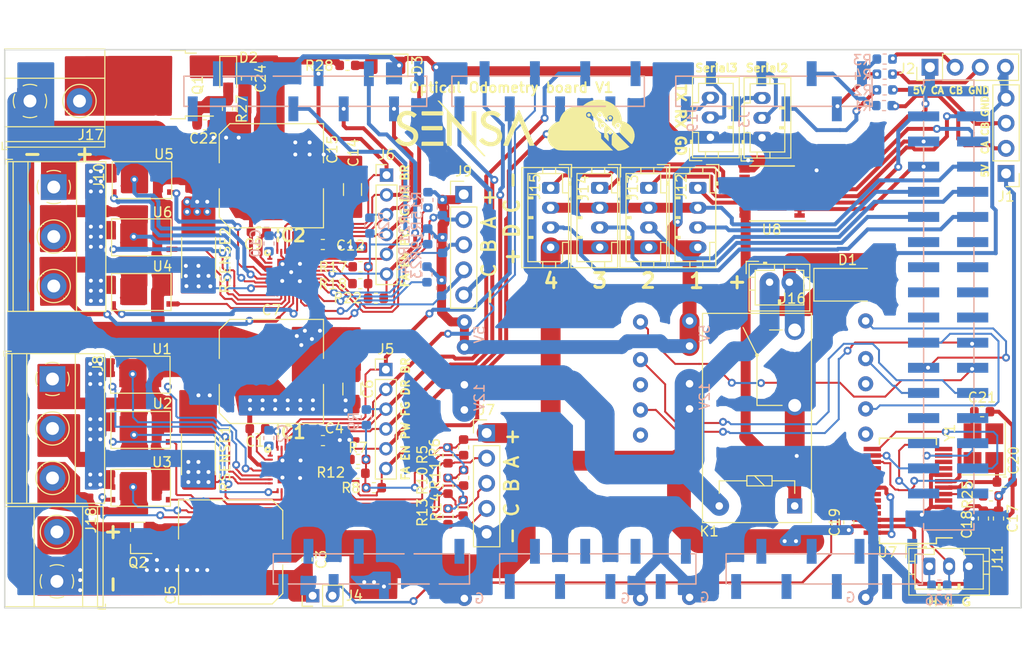
<source format=kicad_pcb>
(kicad_pcb (version 20171130) (host pcbnew "(6.0.0-rc1-dev-1469-gd619da17c)")
  (layers (0 F.Cu signal) (31 B.Cu signal) (34 B.Paste user) (35 F.Paste user) (36 B.SilkS user) (37 F.SilkS user) (38 B.Mask user) (39 F.Mask user) (44 Edge.Cuts user))
  (net 0 "")
  (net 1 "Net-(C1-Pad1)")
  (net 2 VDRAIN_1)
  (net 3 "Net-(C2-Pad2)")
  (net 4 "Net-(C2-Pad1)")
  (net 5 GND)
  (net 6 +5V)
  (net 7 "Net-(C4-Pad2)")
  (net 8 "Net-(C9-Pad1)")
  (net 9 "Net-(C10-Pad2)")
  (net 10 "Net-(C10-Pad1)")
  (net 11 "Net-(C12-Pad2)")
  (net 12 "Net-(C20-Pad1)")
  (net 13 "Net-(C21-Pad1)")
  (net 14 "Net-(C22-Pad1)")
  (net 15 "Net-(D1-Pad2)")
  (net 16 "Net-(D3-Pad2)")
  (net 17 GHA_1)
  (net 18 MA_1)
  (net 19 GLA_1)
  (net 20 CS2_1)
  (net 21 GLB_1)
  (net 22 MB_1)
  (net 23 GHB_1)
  (net 24 GHC_1)
  (net 25 MC_1)
  (net 26 GLC_1)
  (net 27 HPC_1)
  (net 28 HNC_1)
  (net 29 HPB_1)
  (net 30 HNB_1)
  (net 31 HPA_1)
  (net 32 HNA_1)
  (net 33 DRIVER_NFAULT_1)
  (net 34 IDRIVE_1)
  (net 35 VDS_1)
  (net 36 DRIVER_EN_1)
  (net 37 DRIVER_PWM_1)
  (net 38 DRIVER_FGOUT_1)
  (net 39 DIR_1)
  (net 40 DRIVER_NBRAKE_1)
  (net 41 DRIVER_NBRAKE_2)
  (net 42 DIR_2)
  (net 43 DRIVER_FGOUT_2)
  (net 44 DRIVER_PWM_2)
  (net 45 DRIVER_EN_2)
  (net 46 VDS_2)
  (net 47 IDRIVE_2)
  (net 48 DRIVER_NFAULT_2)
  (net 49 HNA_2)
  (net 50 HPA_2)
  (net 51 HNB_2)
  (net 52 HPB_2)
  (net 53 HNC_2)
  (net 54 HPC_2)
  (net 55 GLC_2)
  (net 56 MC_2)
  (net 57 GHC_2)
  (net 58 GHB_2)
  (net 59 MB_2)
  (net 60 GLB_2)
  (net 61 CS2_2)
  (net 62 GLA_2)
  (net 63 MA_2)
  (net 64 GHA_2)
  (net 65 "Net-(J1-Pad2)")
  (net 66 "Net-(J1-Pad3)")
  (net 67 "Net-(J2-Pad3)")
  (net 68 "Net-(J2-Pad2)")
  (net 69 MCU_RST)
  (net 70 "Net-(J11-Pad1)")
  (net 71 "Net-(J11-Pad2)")
  (net 72 SENSOR_CLOCK)
  (net 73 SENSOR_DATA_1)
  (net 74 S1_5V)
  (net 75 S2_5V)
  (net 76 SENSOR_DATA_2)
  (net 77 SENSOR_DATA_3)
  (net 78 S3_5V)
  (net 79 S4_5V)
  (net 80 SENSOR_DATA_4)
  (net 81 "Net-(J17-Pad2)")
  (net 82 "Net-(J18-Pad2)")
  (net 83 RELAY_PWR)
  (net 84 "Net-(M1-Pad9)")
  (net 85 VNH_INB_1)
  (net 86 "Net-(M1-Pad7)")
  (net 87 VNH_PWM_1)
  (net 88 VNH_INA_1)
  (net 89 VNH_INA_2)
  (net 90 VNH_PWM_2)
  (net 91 "Net-(M2-Pad7)")
  (net 92 VNH_INB_2)
  (net 93 "Net-(M2-Pad9)")
  (net 94 MCU_INT2)
  (net 95 MCU_INT3)
  (net 96 MCU_INT0)
  (net 97 MCU_INT1)
  (net 98 "Net-(R25-Pad1)")
  (net 99 "Net-(U7-Pad2)")
  (net 100 "Net-(U7-Pad6)")
  (net 101 "Net-(U7-Pad11)")
  (net 102 "Net-(U7-Pad12)")
  (net 103 CAN_INT)
  (net 104 CAN_SCK)
  (net 105 CAN_MOSI)
  (net 106 CAN_MISO)
  (net 107 CAN_CS)
  (net 108 "Net-(U7-Pad20)")
  (net 109 "Net-(U7-Pad21)")
  (net 110 "Net-(U7-Pad22)")
  (net 111 "Net-(U7-Pad23)")
  (net 112 "Net-(U7-Pad25)")
  (net 113 SENSOR_PWR_1)
  (net 114 SENSOR_PWR_2)
  (net 115 SENSOR_PWR_3)
  (net 116 SENSOR_PWR_4)
  (net 117 LED_PWR_)
  (net 118 "Net-(U8-Pad7)")
  (net 119 "Net-(U8-Pad10)")
  (net 120 "Net-(XA1-PadA0)")
  (net 121 "Net-(XA1-PadVIN)")
  (net 122 +3V3)
  (net 123 "Net-(XA1-PadIORF)")
  (net 124 "Net-(XA1-PadD0)")
  (net 125 "Net-(XA1-PadD1)")
  (net 126 "Net-(XA1-PadSCL)")
  (net 127 "Net-(XA1-PadSDA)")
  (net 128 "Net-(XA1-PadAREF)")
  (net 129 "Net-(XA1-PadA1)")
  (net 130 "Net-(XA1-PadA2)")
  (net 131 "Net-(XA1-PadA3)")
  (net 132 "Net-(XA1-PadA4)")
  (net 133 "Net-(XA1-PadA5)")
  (net 134 "Net-(XA1-PadA6)")
  (net 135 "Net-(XA1-PadA7)")
  (net 136 "Net-(XA1-PadA8)")
  (net 137 "Net-(XA1-PadA9)")
  (net 138 "Net-(XA1-PadA10)")
  (net 139 "Net-(XA1-PadA11)")
  (net 140 "Net-(XA1-PadA12)")
  (net 141 "Net-(XA1-PadA13)")
  (net 142 "Net-(XA1-PadA14)")
  (net 143 "Net-(XA1-PadA15)")
  (net 144 "Net-(XA1-PadD32)")
  (net 145 "Net-(XA1-PadD33)")
  (net 146 "Net-(XA1-PadD34)")
  (net 147 "Net-(XA1-PadD35)")
  (net 148 "Net-(XA1-PadD36)")
  (net 149 "Net-(XA1-PadD37)")
  (net 150 "Net-(XA1-PadD38)")
  (net 151 "Net-(XA1-PadD39)")
  (net 152 "Net-(XA1-PadD46)")
  (net 153 "Net-(XA1-PadD47)")
  (net 154 "Net-(XA1-PadD48)")
  (net 155 "Net-(Y1-Pad2)")
  (net 156 "Net-(Y1-Pad4)")
  (net 157 MCU_RX2)
  (net 158 MCU_TX2)
  (net 159 MCU_RX3)
  (net 160 MCU_TX3)
  (module Capacitor_SMD:C_Elec_10x10.2 (layer F.Cu) (at 109.1692 108.6612 180)
    (fp_text reference C5 (at 6.0452 -4.3434 270) (layer F.SilkS))
    (fp_text value 220uF/50V)
    (pad 1 smd roundrect (at -4.4 0 180) (size 4.6 2.1) (layers F.Cu F.Paste F.Mask) (roundrect_rratio 0.119048) (net 6 +5V))
    (pad 2 smd roundrect (at 4.4 0 180) (size 4.6 2.1) (layers F.Cu F.Paste F.Mask) (roundrect_rratio 0.119048) (net 5 GND))
  )
  (module Connector_PinHeader_2.54mm:PinHeader_1x05_P2.54mm_Vertical (layer F.Cu) (at 132.69722 72.53732)
    (fp_text reference J9 (at 0 -2.33) (layer F.SilkS))
    (fp_text value HALL_1)
    (pad 5 thru_hole oval (at 0 10.16) (size 1.7 1.7) (drill 1) (layers *.Cu *.Mask) (net 5 GND))
    (pad 4 thru_hole oval (at 0 7.62) (size 1.7 1.7) (drill 1) (layers *.Cu *.Mask) (net 54 HPC_2))
    (pad 3 thru_hole oval (at 0 5.08) (size 1.7 1.7) (drill 1) (layers *.Cu *.Mask) (net 52 HPB_2))
    (pad 2 thru_hole oval (at 0 2.54) (size 1.7 1.7) (drill 1) (layers *.Cu *.Mask) (net 50 HPA_2))
    (pad 1 thru_hole rect (at 0 0) (size 1.7 1.7) (drill 1) (layers *.Cu *.Mask) (net 6 +5V))
  )
  (module Capacitor_SMD:C_0603_1608Metric (layer B.Cu) (at 113.04016 77.4954 90)
    (fp_text reference C10 (at 0.0254 -1.35636 90) (layer B.SilkS) (effects (justify mirror)))
    (fp_text value 22nF hide)
    (pad 2 smd roundrect (at 0.7875 0 90) (size 0.875 0.95) (layers B.Cu B.Paste B.Mask) (net 9 "Net-(C10-Pad2)"))
    (pad 1 smd roundrect (at -0.7875 0 90) (size 0.875 0.95) (layers B.Cu B.Paste B.Mask) (net 10 "Net-(C10-Pad1)"))
  )
  (module Capacitor_SMD:C_0603_1608Metric (layer F.Cu) (at 112.01146 76.3016 180)
    (fp_text reference C9 (at 0.53086 -1.27 180) (layer F.SilkS))
    (fp_text value 1uF)
    (pad 1 smd roundrect (at -0.7875 0 180) (size 0.875 0.95) (layers F.Cu F.Paste F.Mask) (net 8 "Net-(C9-Pad1)"))
    (pad 2 smd roundrect (at 0.7875 0 180) (size 0.875 0.95) (layers F.Cu F.Paste F.Mask) (net 2 VDRAIN_1))
  )
  (module Resistor_SMD:R_2512_6332Metric (layer F.Cu) (at 105.93578 78.92288 90)
    (fp_text reference RSENSE2 (at -0.27432 2.70002 90) (layer F.SilkS))
    (fp_text value 0.007)
    (pad 1 smd roundrect (at -2.9 0 90) (size 1.35 3.35) (layers F.Cu F.Paste F.Mask) (roundrect_rratio 0.185185) (net 61 CS2_2))
    (pad 2 smd roundrect (at 2.9 0 90) (size 1.35 3.35) (layers F.Cu F.Paste F.Mask) (roundrect_rratio 0.185185) (net 5 GND))
  )
  (module Capacitor_SMD:C_0603_1608Metric (layer F.Cu) (at 111.887 96.2025 180)
    (fp_text reference C1 (at 0.254 -1.3081 180) (layer F.SilkS))
    (fp_text value 1uF)
    (pad 1 smd roundrect (at -0.7875 0 180) (size 0.875 0.95) (layers F.Cu F.Paste F.Mask) (net 1 "Net-(C1-Pad1)"))
    (pad 2 smd roundrect (at 0.7875 0 180) (size 0.875 0.95) (layers F.Cu F.Paste F.Mask) (net 2 VDRAIN_1))
  )
  (module Capacitor_SMD:C_0603_1608Metric (layer B.Cu) (at 113.03 97.155 90)
    (fp_text reference C2 (at 0.4572 1.397 90) (layer B.SilkS) (effects (justify mirror)))
    (fp_text value 22nF hide)
    (pad 2 smd roundrect (at 0.7875 0 90) (size 0.875 0.95) (layers B.Cu B.Paste B.Mask) (net 3 "Net-(C2-Pad2)"))
    (pad 1 smd roundrect (at -0.7875 0 90) (size 0.875 0.95) (layers B.Cu B.Paste B.Mask) (net 4 "Net-(C2-Pad1)"))
  )
  (module Capacitor_SMD:C_0603_1608Metric (layer F.Cu) (at 118.491 97.409 180)
    (fp_text reference C4 (at -1.143 1.2446 180) (layer F.SilkS))
    (fp_text value 1uF)
    (pad 2 smd roundrect (at 0.7875 0 180) (size 0.875 0.95) (layers F.Cu F.Paste F.Mask) (net 7 "Net-(C4-Pad2)"))
    (pad 1 smd roundrect (at -0.7875 0 180) (size 0.875 0.95) (layers F.Cu F.Paste F.Mask) (net 5 GND))
  )
  (module Capacitor_SMD:C_1206_3216Metric (layer F.Cu) (at 121.412 92.202 270)
    (fp_text reference C6 (at 0 -1.6256 270) (layer F.SilkS))
    (fp_text value 4.7uF/50V)
    (pad 1 smd roundrect (at -1.4 0 270) (size 1.25 1.75) (layers F.Cu F.Paste F.Mask) (roundrect_rratio 0.2) (net 5 GND))
    (pad 2 smd roundrect (at 1.4 0 270) (size 1.25 1.75) (layers F.Cu F.Paste F.Mask) (roundrect_rratio 0.2) (net 2 VDRAIN_1))
  )
  (module Capacitor_SMD:C_Elec_10x10.2 (layer F.Cu) (at 113.284 90.424)
    (fp_text reference C7 (at 0 -6.2) (layer F.SilkS))
    (fp_text value 220uF/50V)
    (pad 2 smd roundrect (at 4.4 0) (size 4.6 2.1) (layers F.Cu F.Paste F.Mask) (roundrect_rratio 0.119048) (net 5 GND))
    (pad 1 smd roundrect (at -4.4 0) (size 4.6 2.1) (layers F.Cu F.Paste F.Mask) (roundrect_rratio 0.119048) (net 2 VDRAIN_1))
  )
  (module Capacitor_SMD:C_0603_1608Metric (layer F.Cu) (at 118.47576 77.597 180)
    (fp_text reference C12 (at -2.78384 -0.1016 180) (layer F.SilkS))
    (fp_text value 1uF)
    (pad 1 smd roundrect (at -0.7875 0 180) (size 0.875 0.95) (layers F.Cu F.Paste F.Mask) (net 5 GND))
    (pad 2 smd roundrect (at 0.7875 0 180) (size 0.875 0.95) (layers F.Cu F.Paste F.Mask) (net 11 "Net-(C12-Pad2)"))
  )
  (module Capacitor_SMD:C_1206_3216Metric (layer F.Cu) (at 121.47296 72.0471 270)
    (fp_text reference C14 (at -3.7211 -0.09144 270) (layer F.SilkS))
    (fp_text value 4.7uF/50V)
    (pad 2 smd roundrect (at 1.4 0 270) (size 1.25 1.75) (layers F.Cu F.Paste F.Mask) (roundrect_rratio 0.2) (net 2 VDRAIN_1))
    (pad 1 smd roundrect (at -1.4 0 270) (size 1.25 1.75) (layers F.Cu F.Paste F.Mask) (roundrect_rratio 0.2) (net 5 GND))
  )
  (module Capacitor_SMD:C_Elec_10x10.2 (layer F.Cu) (at 113.28146 70.6501)
    (fp_text reference C15 (at 6.14934 -2.6543 90) (layer F.SilkS))
    (fp_text value 220uF/50V)
    (pad 1 smd roundrect (at -4.4 0) (size 4.6 2.1) (layers F.Cu F.Paste F.Mask) (roundrect_rratio 0.119048) (net 2 VDRAIN_1))
    (pad 2 smd roundrect (at 4.4 0) (size 4.6 2.1) (layers F.Cu F.Paste F.Mask) (roundrect_rratio 0.119048) (net 5 GND))
  )
  (module Capacitor_SMD:C_0603_1608Metric (layer F.Cu) (at 186.69 105.283 270)
    (fp_text reference C17 (at 0 -1.43 270) (layer F.SilkS))
    (fp_text value 10u)
    (pad 1 smd roundrect (at -0.7875 0 270) (size 0.875 0.95) (layers F.Cu F.Paste F.Mask) (net 6 +5V))
    (pad 2 smd roundrect (at 0.7875 0 270) (size 0.875 0.95) (layers F.Cu F.Paste F.Mask) (net 5 GND))
  )
  (module Capacitor_SMD:C_0603_1608Metric (layer F.Cu) (at 185.166 105.283 270)
    (fp_text reference C18 (at 0.6096 1.6764 270) (layer F.SilkS))
    (fp_text value 100n)
    (pad 1 smd roundrect (at -0.7875 0 270) (size 0.875 0.95) (layers F.Cu F.Paste F.Mask) (net 6 +5V))
    (pad 2 smd roundrect (at 0.7875 0 270) (size 0.875 0.95) (layers F.Cu F.Paste F.Mask) (net 5 GND))
  )
  (module Capacitor_SMD:C_0603_1608Metric (layer F.Cu) (at 171.577 105.664 90)
    (fp_text reference C19 (at 0 -1.43 90) (layer F.SilkS))
    (fp_text value 10u)
    (pad 2 smd roundrect (at 0.7875 0 90) (size 0.875 0.95) (layers F.Cu F.Paste F.Mask) (net 5 GND))
    (pad 1 smd roundrect (at -0.7875 0 90) (size 0.875 0.95) (layers F.Cu F.Paste F.Mask) (net 6 +5V))
  )
  (module Capacitor_SMD:C_0603_1608Metric (layer F.Cu) (at 187.325 101.6)
    (fp_text reference C20 (at 0.889 -2.1844 90) (layer F.SilkS))
    (fp_text value 20p)
    (pad 2 smd roundrect (at 0.7875 0) (size 0.875 0.95) (layers F.Cu F.Paste F.Mask) (net 5 GND))
    (pad 1 smd roundrect (at -0.7875 0) (size 0.875 0.95) (layers F.Cu F.Paste F.Mask) (net 12 "Net-(C20-Pad1)"))
  )
  (module Capacitor_SMD:C_0603_1608Metric (layer F.Cu) (at 185.039 94.488)
    (fp_text reference C21 (at 0 -1.43) (layer F.SilkS))
    (fp_text value 20p)
    (pad 1 smd roundrect (at -0.7875 0) (size 0.875 0.95) (layers F.Cu F.Paste F.Mask) (net 13 "Net-(C21-Pad1)"))
    (pad 2 smd roundrect (at 0.7875 0) (size 0.875 0.95) (layers F.Cu F.Paste F.Mask) (net 5 GND))
  )
  (module Capacitor_SMD:C_0603_1608Metric (layer F.Cu) (at 106.57586 65.5066)
    (fp_text reference C22 (at -0.14986 1.3716) (layer F.SilkS))
    (fp_text value 15nF/50V)
    (pad 2 smd roundrect (at 0.7875 0) (size 0.875 0.95) (layers F.Cu F.Paste F.Mask) (net 5 GND))
    (pad 1 smd roundrect (at -0.7875 0) (size 0.875 0.95) (layers F.Cu F.Paste F.Mask) (net 14 "Net-(C22-Pad1)"))
  )
  (module Capacitor_SMD:C_0603_1608Metric (layer F.Cu) (at 110.7694 60.833 270)
    (fp_text reference C24 (at 0 -1.43 270) (layer F.SilkS))
    (fp_text value 100nF)
    (pad 1 smd roundrect (at -0.7875 0 270) (size 0.875 0.95) (layers F.Cu F.Paste F.Mask) (net 2 VDRAIN_1))
    (pad 2 smd roundrect (at 0.7875 0 270) (size 0.875 0.95) (layers F.Cu F.Paste F.Mask) (net 5 GND))
  )
  (module Diode_SMD:D_SMA (layer F.Cu) (at 171.45 81.661)
    (fp_text reference D1 (at 0 -2.5) (layer F.SilkS))
    (fp_text value D)
    (pad 1 smd rect (at -2 0) (size 2.5 1.8) (layers F.Cu F.Paste F.Mask) (net 2 VDRAIN_1))
    (pad 2 smd rect (at 2 0) (size 2.5 1.8) (layers F.Cu F.Paste F.Mask) (net 15 "Net-(D1-Pad2)"))
  )
  (module Diode_SMD:D_SOD-323_HandSoldering (layer F.Cu) (at 108.92536 60.4901 270)
    (fp_text reference D2 (at -1.7653 -2.04724) (layer F.SilkS))
    (fp_text value D_Zener)
    (pad 1 smd rect (at -1.25 0 270) (size 1 1) (layers F.Cu F.Paste F.Mask) (net 2 VDRAIN_1))
    (pad 2 smd rect (at 1.25 0 270) (size 1 1) (layers F.Cu F.Paste F.Mask) (net 14 "Net-(C22-Pad1)"))
  )
  (module LED_SMD:LED_1206_3216Metric (layer F.Cu) (at 124.7775 59.4995 180)
    (fp_text reference D3 (at -3.2385 0.0127 270) (layer F.SilkS))
    (fp_text value LED)
    (pad 1 smd roundrect (at -1.4 0 180) (size 1.25 1.75) (layers F.Cu F.Paste F.Mask) (roundrect_rratio 0.2) (net 5 GND))
    (pad 2 smd roundrect (at 1.4 0 180) (size 1.25 1.75) (layers F.Cu F.Paste F.Mask) (roundrect_rratio 0.2) (net 16 "Net-(D3-Pad2)"))
  )
  (module DRV8306HRSMT:QFN40P400X400X100-33N-D (layer F.Cu) (at 115.316 100.33)
    (fp_text reference IC1 (at -0.127 -3.7592) (layer F.SilkS) (effects (font (size 1.27 1.27) (thickness 0.254))))
    (fp_text value DRV8306HRSMT hide)
    (pad 1 smd rect (at -2.15 -1.4 90) (size 0.2 0.5) (layers F.Cu F.Paste F.Mask) (net 4 "Net-(C2-Pad1)"))
    (pad 2 smd rect (at -2.15 -1 90) (size 0.2 0.5) (layers F.Cu F.Paste F.Mask) (net 1 "Net-(C1-Pad1)"))
    (pad 3 smd rect (at -2.15 -0.6 90) (size 0.2 0.5) (layers F.Cu F.Paste F.Mask) (net 2 VDRAIN_1))
    (pad 4 smd rect (at -2.15 -0.2 90) (size 0.2 0.5) (layers F.Cu F.Paste F.Mask) (net 2 VDRAIN_1))
    (pad 5 smd rect (at -2.15 0.2 90) (size 0.2 0.5) (layers F.Cu F.Paste F.Mask) (net 17 GHA_1))
    (pad 6 smd rect (at -2.15 0.6 90) (size 0.2 0.5) (layers F.Cu F.Paste F.Mask) (net 18 MA_1))
    (pad 7 smd rect (at -2.15 1 90) (size 0.2 0.5) (layers F.Cu F.Paste F.Mask) (net 19 GLA_1))
    (pad 8 smd rect (at -2.15 1.4 90) (size 0.2 0.5) (layers F.Cu F.Paste F.Mask) (net 20 CS2_1))
    (pad 9 smd rect (at -1.4 2.15) (size 0.2 0.5) (layers F.Cu F.Paste F.Mask) (net 21 GLB_1))
    (pad 10 smd rect (at -1 2.15) (size 0.2 0.5) (layers F.Cu F.Paste F.Mask) (net 22 MB_1))
    (pad 11 smd rect (at -0.6 2.15) (size 0.2 0.5) (layers F.Cu F.Paste F.Mask) (net 23 GHB_1))
    (pad 12 smd rect (at -0.2 2.15) (size 0.2 0.5) (layers F.Cu F.Paste F.Mask) (net 24 GHC_1))
    (pad 13 smd rect (at 0.2 2.15) (size 0.2 0.5) (layers F.Cu F.Paste F.Mask) (net 25 MC_1))
    (pad 14 smd rect (at 0.6 2.15) (size 0.2 0.5) (layers F.Cu F.Paste F.Mask) (net 26 GLC_1))
    (pad 15 smd rect (at 1 2.15) (size 0.2 0.5) (layers F.Cu F.Paste F.Mask) (net 27 HPC_1))
    (pad 16 smd rect (at 1.4 2.15) (size 0.2 0.5) (layers F.Cu F.Paste F.Mask) (net 28 HNC_1))
    (pad 17 smd rect (at 2.15 1.4 90) (size 0.2 0.5) (layers F.Cu F.Paste F.Mask) (net 29 HPB_1))
    (pad 18 smd rect (at 2.15 1 90) (size 0.2 0.5) (layers F.Cu F.Paste F.Mask) (net 30 HNB_1))
    (pad 19 smd rect (at 2.15 0.6 90) (size 0.2 0.5) (layers F.Cu F.Paste F.Mask) (net 31 HPA_1))
    (pad 20 smd rect (at 2.15 0.2 90) (size 0.2 0.5) (layers F.Cu F.Paste F.Mask) (net 32 HNA_1))
    (pad 21 smd rect (at 2.15 -0.2 90) (size 0.2 0.5) (layers F.Cu F.Paste F.Mask) (net 33 DRIVER_NFAULT_1))
    (pad 22 smd rect (at 2.15 -0.6 90) (size 0.2 0.5) (layers F.Cu F.Paste F.Mask) (net 34 IDRIVE_1))
    (pad 23 smd rect (at 2.15 -1 90) (size 0.2 0.5) (layers F.Cu F.Paste F.Mask) (net 35 VDS_1))
    (pad 24 smd rect (at 2.15 -1.4 90) (size 0.2 0.5) (layers F.Cu F.Paste F.Mask) (net 36 DRIVER_EN_1))
    (pad 25 smd rect (at 1.4 -2.15) (size 0.2 0.5) (layers F.Cu F.Paste F.Mask) (net 5 GND))
    (pad 26 smd rect (at 1 -2.15) (size 0.2 0.5) (layers F.Cu F.Paste F.Mask) (net 7 "Net-(C4-Pad2)"))
    (pad 27 smd rect (at 0.6 -2.15) (size 0.2 0.5) (layers F.Cu F.Paste F.Mask) (net 37 DRIVER_PWM_1))
    (pad 28 smd rect (at 0.2 -2.15) (size 0.2 0.5) (layers F.Cu F.Paste F.Mask) (net 38 DRIVER_FGOUT_1))
    (pad 29 smd rect (at -0.2 -2.15) (size 0.2 0.5) (layers F.Cu F.Paste F.Mask) (net 39 DIR_1))
    (pad 30 smd rect (at -0.6 -2.15) (size 0.2 0.5) (layers F.Cu F.Paste F.Mask) (net 40 DRIVER_NBRAKE_1))
    (pad 31 smd rect (at -1 -2.15) (size 0.2 0.5) (layers F.Cu F.Paste F.Mask) (net 5 GND))
    (pad 32 smd rect (at -1.4 -2.15) (size 0.2 0.5) (layers F.Cu F.Paste F.Mask) (net 3 "Net-(C2-Pad2)"))
    (pad 33 smd rect (at 0 0) (size 2.8 2.8) (layers F.Cu F.Paste F.Mask) (net 5 GND))
  )
  (module DRV8306HRSMT:QFN40P400X400X100-33N-D (layer F.Cu) (at 115.27846 80.4418)
    (fp_text reference IC2 (at -0.08946 -3.7592) (layer F.SilkS) (effects (font (size 1.27 1.27) (thickness 0.254))))
    (fp_text value DRV8306HRSMT hide)
    (pad 33 smd rect (at 0 0) (size 2.8 2.8) (layers F.Cu F.Paste F.Mask) (net 5 GND))
    (pad 32 smd rect (at -1.4 -2.15) (size 0.2 0.5) (layers F.Cu F.Paste F.Mask) (net 9 "Net-(C10-Pad2)"))
    (pad 31 smd rect (at -1 -2.15) (size 0.2 0.5) (layers F.Cu F.Paste F.Mask) (net 5 GND))
    (pad 30 smd rect (at -0.6 -2.15) (size 0.2 0.5) (layers F.Cu F.Paste F.Mask) (net 41 DRIVER_NBRAKE_2))
    (pad 29 smd rect (at -0.2 -2.15) (size 0.2 0.5) (layers F.Cu F.Paste F.Mask) (net 42 DIR_2))
    (pad 28 smd rect (at 0.2 -2.15) (size 0.2 0.5) (layers F.Cu F.Paste F.Mask) (net 43 DRIVER_FGOUT_2))
    (pad 27 smd rect (at 0.6 -2.15) (size 0.2 0.5) (layers F.Cu F.Paste F.Mask) (net 44 DRIVER_PWM_2))
    (pad 26 smd rect (at 1 -2.15) (size 0.2 0.5) (layers F.Cu F.Paste F.Mask) (net 11 "Net-(C12-Pad2)"))
    (pad 25 smd rect (at 1.4 -2.15) (size 0.2 0.5) (layers F.Cu F.Paste F.Mask) (net 5 GND))
    (pad 24 smd rect (at 2.15 -1.4 90) (size 0.2 0.5) (layers F.Cu F.Paste F.Mask) (net 45 DRIVER_EN_2))
    (pad 23 smd rect (at 2.15 -1 90) (size 0.2 0.5) (layers F.Cu F.Paste F.Mask) (net 46 VDS_2))
    (pad 22 smd rect (at 2.15 -0.6 90) (size 0.2 0.5) (layers F.Cu F.Paste F.Mask) (net 47 IDRIVE_2))
    (pad 21 smd rect (at 2.15 -0.2 90) (size 0.2 0.5) (layers F.Cu F.Paste F.Mask) (net 48 DRIVER_NFAULT_2))
    (pad 20 smd rect (at 2.15 0.2 90) (size 0.2 0.5) (layers F.Cu F.Paste F.Mask) (net 49 HNA_2))
    (pad 19 smd rect (at 2.15 0.6 90) (size 0.2 0.5) (layers F.Cu F.Paste F.Mask) (net 50 HPA_2))
    (pad 18 smd rect (at 2.15 1 90) (size 0.2 0.5) (layers F.Cu F.Paste F.Mask) (net 51 HNB_2))
    (pad 17 smd rect (at 2.15 1.4 90) (size 0.2 0.5) (layers F.Cu F.Paste F.Mask) (net 52 HPB_2))
    (pad 16 smd rect (at 1.4 2.15) (size 0.2 0.5) (layers F.Cu F.Paste F.Mask) (net 53 HNC_2))
    (pad 15 smd rect (at 1 2.15) (size 0.2 0.5) (layers F.Cu F.Paste F.Mask) (net 54 HPC_2))
    (pad 14 smd rect (at 0.6 2.15) (size 0.2 0.5) (layers F.Cu F.Paste F.Mask) (net 55 GLC_2))
    (pad 13 smd rect (at 0.2 2.15) (size 0.2 0.5) (layers F.Cu F.Paste F.Mask) (net 56 MC_2))
    (pad 12 smd rect (at -0.2 2.15) (size 0.2 0.5) (layers F.Cu F.Paste F.Mask) (net 57 GHC_2))
    (pad 11 smd rect (at -0.6 2.15) (size 0.2 0.5) (layers F.Cu F.Paste F.Mask) (net 58 GHB_2))
    (pad 10 smd rect (at -1 2.15) (size 0.2 0.5) (layers F.Cu F.Paste F.Mask) (net 59 MB_2))
    (pad 9 smd rect (at -1.4 2.15) (size 0.2 0.5) (layers F.Cu F.Paste F.Mask) (net 60 GLB_2))
    (pad 8 smd rect (at -2.15 1.4 90) (size 0.2 0.5) (layers F.Cu F.Paste F.Mask) (net 61 CS2_2))
    (pad 7 smd rect (at -2.15 1 90) (size 0.2 0.5) (layers F.Cu F.Paste F.Mask) (net 62 GLA_2))
    (pad 6 smd rect (at -2.15 0.6 90) (size 0.2 0.5) (layers F.Cu F.Paste F.Mask) (net 63 MA_2))
    (pad 5 smd rect (at -2.15 0.2 90) (size 0.2 0.5) (layers F.Cu F.Paste F.Mask) (net 64 GHA_2))
    (pad 4 smd rect (at -2.15 -0.2 90) (size 0.2 0.5) (layers F.Cu F.Paste F.Mask) (net 2 VDRAIN_1))
    (pad 3 smd rect (at -2.15 -0.6 90) (size 0.2 0.5) (layers F.Cu F.Paste F.Mask) (net 2 VDRAIN_1))
    (pad 2 smd rect (at -2.15 -1 90) (size 0.2 0.5) (layers F.Cu F.Paste F.Mask) (net 8 "Net-(C9-Pad1)"))
    (pad 1 smd rect (at -2.15 -1.4 90) (size 0.2 0.5) (layers F.Cu F.Paste F.Mask) (net 10 "Net-(C10-Pad1)"))
  )
  (module Connector_PinHeader_2.54mm:PinHeader_1x04_P2.54mm_Vertical (layer F.Cu) (at 187.452 70.4215 180)
    (fp_text reference J1 (at 0 -2.33 180) (layer F.SilkS))
    (fp_text value ENC1)
    (pad 1 thru_hole rect (at 0 0 180) (size 1.7 1.7) (drill 1) (layers *.Cu *.Mask) (net 6 +5V))
    (pad 2 thru_hole oval (at 0 2.54 180) (size 1.7 1.7) (drill 1) (layers *.Cu *.Mask) (net 65 "Net-(J1-Pad2)"))
    (pad 3 thru_hole oval (at 0 5.08 180) (size 1.7 1.7) (drill 1) (layers *.Cu *.Mask) (net 66 "Net-(J1-Pad3)"))
    (pad 4 thru_hole oval (at 0 7.62 180) (size 1.7 1.7) (drill 1) (layers *.Cu *.Mask) (net 5 GND))
  )
  (module Connector_PinHeader_2.54mm:PinHeader_1x04_P2.54mm_Vertical (layer F.Cu) (at 179.7685 59.69 90)
    (fp_text reference J2 (at -0.1524 -2.33 180) (layer F.SilkS))
    (fp_text value ENC2)
    (pad 4 thru_hole oval (at 0 7.62 90) (size 1.7 1.7) (drill 1) (layers *.Cu *.Mask) (net 5 GND))
    (pad 3 thru_hole oval (at 0 5.08 90) (size 1.7 1.7) (drill 1) (layers *.Cu *.Mask) (net 67 "Net-(J2-Pad3)"))
    (pad 2 thru_hole oval (at 0 2.54 90) (size 1.7 1.7) (drill 1) (layers *.Cu *.Mask) (net 68 "Net-(J2-Pad2)"))
    (pad 1 thru_hole rect (at 0 0 90) (size 1.7 1.7) (drill 1) (layers *.Cu *.Mask) (net 6 +5V))
  )
  (module Connector_PinHeader_2.00mm:PinHeader_1x02_P2.00mm_Vertical (layer F.Cu) (at 117.4496 113.0808 90)
    (fp_text reference J4 (at 0 4.2164 180) (layer F.SilkS))
    (fp_text value RST)
    (pad 1 thru_hole rect (at 0 0 90) (size 1.35 1.35) (drill 0.8) (layers *.Cu *.Mask) (net 5 GND))
    (pad 2 thru_hole oval (at 0 2 90) (size 1.35 1.35) (drill 0.8) (layers *.Cu *.Mask) (net 69 MCU_RST))
  )
  (module Connector_PinHeader_2.00mm:PinHeader_1x06_P2.00mm_Vertical (layer F.Cu) (at 124.841 90.2335)
    (fp_text reference J5 (at 0 -2.06) (layer F.SilkS))
    (fp_text value Pinout_DRIVER_2)
    (pad 6 thru_hole oval (at 0 10) (size 1.35 1.35) (drill 0.8) (layers *.Cu *.Mask) (net 33 DRIVER_NFAULT_1))
    (pad 5 thru_hole oval (at 0 8) (size 1.35 1.35) (drill 0.8) (layers *.Cu *.Mask) (net 36 DRIVER_EN_1))
    (pad 4 thru_hole oval (at 0 6) (size 1.35 1.35) (drill 0.8) (layers *.Cu *.Mask) (net 37 DRIVER_PWM_1))
    (pad 3 thru_hole oval (at 0 4) (size 1.35 1.35) (drill 0.8) (layers *.Cu *.Mask) (net 38 DRIVER_FGOUT_1))
    (pad 2 thru_hole oval (at 0 2) (size 1.35 1.35) (drill 0.8) (layers *.Cu *.Mask) (net 39 DIR_1))
    (pad 1 thru_hole rect (at 0 0) (size 1.35 1.35) (drill 0.8) (layers *.Cu *.Mask) (net 40 DRIVER_NBRAKE_1))
  )
  (module Connector_PinHeader_2.00mm:PinHeader_1x06_P2.00mm_Vertical (layer F.Cu) (at 124.90704 70.5866)
    (fp_text reference J6 (at 0 -2.06) (layer F.SilkS))
    (fp_text value Pinout_DRIVER_1)
    (pad 1 thru_hole rect (at 0 0) (size 1.35 1.35) (drill 0.8) (layers *.Cu *.Mask) (net 41 DRIVER_NBRAKE_2))
    (pad 2 thru_hole oval (at 0 2) (size 1.35 1.35) (drill 0.8) (layers *.Cu *.Mask) (net 42 DIR_2))
    (pad 3 thru_hole oval (at 0 4) (size 1.35 1.35) (drill 0.8) (layers *.Cu *.Mask) (net 43 DRIVER_FGOUT_2))
    (pad 4 thru_hole oval (at 0 6) (size 1.35 1.35) (drill 0.8) (layers *.Cu *.Mask) (net 44 DRIVER_PWM_2))
    (pad 5 thru_hole oval (at 0 8) (size 1.35 1.35) (drill 0.8) (layers *.Cu *.Mask) (net 45 DRIVER_EN_2))
    (pad 6 thru_hole oval (at 0 10) (size 1.35 1.35) (drill 0.8) (layers *.Cu *.Mask) (net 48 DRIVER_NFAULT_2))
  )
  (module Connector_PinHeader_2.54mm:PinHeader_1x05_P2.54mm_Vertical (layer F.Cu) (at 135.0137 96.647)
    (fp_text reference J7 (at 0 -2.33) (layer F.SilkS))
    (fp_text value HALL_1)
    (pad 1 thru_hole rect (at 0 0) (size 1.7 1.7) (drill 1) (layers *.Cu *.Mask) (net 6 +5V))
    (pad 2 thru_hole oval (at 0 2.54) (size 1.7 1.7) (drill 1) (layers *.Cu *.Mask) (net 31 HPA_1))
    (pad 3 thru_hole oval (at 0 5.08) (size 1.7 1.7) (drill 1) (layers *.Cu *.Mask) (net 29 HPB_1))
    (pad 4 thru_hole oval (at 0 7.62) (size 1.7 1.7) (drill 1) (layers *.Cu *.Mask) (net 27 HPC_1))
    (pad 5 thru_hole oval (at 0 10.16) (size 1.7 1.7) (drill 1) (layers *.Cu *.Mask) (net 5 GND))
  )
  (module TerminalBlock_Phoenix:TerminalBlock_Phoenix_MKDS-1,5-3_1x03_P5.00mm_Horizontal (layer F.Cu) (at 91.186 91.186 270)
    (fp_text reference J8 (at -1.5494 -4.5974 270) (layer F.SilkS))
    (fp_text value MOTOR_1)
    (pad 3 thru_hole circle (at 10 0 270) (size 2.6 2.6) (drill 1.3) (layers *.Cu *.Mask) (net 25 MC_1))
    (pad 2 thru_hole circle (at 5 0 270) (size 2.6 2.6) (drill 1.3) (layers *.Cu *.Mask) (net 22 MB_1))
    (pad 1 thru_hole rect (at 0 0 270) (size 2.6 2.6) (drill 1.3) (layers *.Cu *.Mask) (net 18 MA_1))
  )
  (module TerminalBlock_Phoenix:TerminalBlock_Phoenix_MKDS-1,5-3_1x03_P5.00mm_Horizontal (layer F.Cu) (at 91.31046 71.7931 270)
    (fp_text reference J10 (at -1.1049 -4.57454 270) (layer F.SilkS))
    (fp_text value MOTOR_1)
    (pad 1 thru_hole rect (at 0 0 270) (size 2.6 2.6) (drill 1.3) (layers *.Cu *.Mask) (net 63 MA_2))
    (pad 2 thru_hole circle (at 5 0 270) (size 2.6 2.6) (drill 1.3) (layers *.Cu *.Mask) (net 59 MB_2))
    (pad 3 thru_hole circle (at 10 0 270) (size 2.6 2.6) (drill 1.3) (layers *.Cu *.Mask) (net 56 MC_2))
  )
  (module TerminalBlock_Phoenix:TerminalBlock_Phoenix_MKDS-1,5-2_1x02_P5.00mm_Horizontal (layer F.Cu) (at 88.91016 63.10122)
    (fp_text reference J17 (at 6.13664 3.42138) (layer F.SilkS))
    (fp_text value 12V)
    (pad 2 thru_hole circle (at 5 0) (size 2.6 2.6) (drill 1.3) (layers *.Cu *.Mask) (net 81 "Net-(J17-Pad2)"))
    (pad 1 thru_hole rect (at 0 0) (size 2.6 2.6) (drill 1.3) (layers *.Cu *.Mask) (net 5 GND))
  )
  (module TerminalBlock_Phoenix:TerminalBlock_Phoenix_MKDS-1,5-2_1x02_P5.00mm_Horizontal (layer F.Cu) (at 91.6305 111.633 90)
    (fp_text reference J18 (at 6.1722 3.4417 90) (layer F.SilkS))
    (fp_text value 5V)
    (pad 1 thru_hole rect (at 0 0 90) (size 2.6 2.6) (drill 1.3) (layers *.Cu *.Mask) (net 5 GND))
    (pad 2 thru_hole circle (at 5 0 90) (size 2.6 2.6) (drill 1.3) (layers *.Cu *.Mask) (net 82 "Net-(J18-Pad2)"))
  )
  (module Relay_THT:Relay_SPST_Omron-G5Q-1A (layer F.Cu) (at 166.116 104.013 90)
    (fp_text reference K1 (at -2.5654 -8.636) (layer F.SilkS))
    (fp_text value G5Q-1A)
    (pad 1 thru_hole rect (at 0 0 270) (size 1.52 1.52) (drill 0.76) (layers *.Cu *.Mask) (net 83 RELAY_PWR))
    (pad 2 thru_hole circle (at 10.16 0 270) (size 2 2) (drill 1.3) (layers *.Cu *.Mask) (net 5 GND))
    (pad 3 thru_hole circle (at 17.78 0 270) (size 2 2) (drill 1.3) (layers *.Cu *.Mask) (net 15 "Net-(D1-Pad2)"))
    (pad 5 thru_hole circle (at 0 -7.62 270) (size 1.52 1.52) (drill 0.76) (layers *.Cu *.Mask) (net 2 VDRAIN_1))
  )
  (module Aktuator_Module:Aktuator_Module (layer F.Cu) (at 151.8158 84.1502 180)
    (fp_text reference M1 hide)
    (fp_text value VNH_MODULE hide)
    (fp_text user 12V (at 17.526 -8.89 270) (layer B.SilkS) (effects (justify mirror)))
    (fp_text user G (at 17.526 -29.21 180) (layer B.SilkS) (effects (justify mirror)))
    (fp_text user G (at 2.794 -29.21 180) (layer B.SilkS) (effects (justify mirror)))
    (fp_text user 5V (at 17.526 -2.54 270) (layer B.SilkS) (effects (justify mirror)))
    (pad 9 thru_hole circle (at 1.27 -12.7 180) (size 1.524 1.524) (drill 0.762) (layers *.Cu *.Mask) (net 84 "Net-(M1-Pad9)"))
    (pad 8 thru_hole circle (at 1.27 -10.16 180) (size 1.524 1.524) (drill 0.762) (layers *.Cu *.Mask) (net 85 VNH_INB_1))
    (pad 7 thru_hole circle (at 1.27 -7.62 180) (size 1.524 1.524) (drill 0.762) (layers *.Cu *.Mask) (net 86 "Net-(M1-Pad7)"))
    (pad 6 thru_hole circle (at 1.27 -5.08 180) (size 1.524 1.524) (drill 0.762) (layers *.Cu *.Mask) (net 87 VNH_PWM_1))
    (pad 4 thru_hole circle (at 19.05 -29.21 180) (size 1.524 1.524) (drill 0.762) (layers *.Cu *.Mask) (net 5 GND))
    (pad 4 thru_hole circle (at 1.27 -29.21 180) (size 1.524 1.524) (drill 0.762) (layers *.Cu *.Mask) (net 5 GND))
    (pad 3 thru_hole circle (at 1.27 -1.27 180) (size 1.524 1.524) (drill 0.762) (layers *.Cu *.Mask) (net 88 VNH_INA_1))
    (pad 2 thru_hole circle (at 19.05 -10.16 180) (size 1.524 1.524) (drill 0.762) (layers *.Cu *.Mask) (net 2 VDRAIN_1))
    (pad 2 thru_hole circle (at 19.05 -7.62 180) (size 1.524 1.524) (drill 0.762) (layers *.Cu *.Mask) (net 2 VDRAIN_1))
    (pad 1 thru_hole circle (at 19.05 -3.81 180) (size 1.524 1.524) (drill 0.762) (layers *.Cu *.Mask) (net 6 +5V))
    (pad 1 thru_hole circle (at 19.05 -1.27 180) (size 1.524 1.524) (drill 0.762) (layers *.Cu *.Mask) (net 6 +5V))
  )
  (module Aktuator_Module:Aktuator_Module (layer F.Cu) (at 174.5488 84.0486 180)
    (fp_text reference M2 hide)
    (fp_text value VNH_MODULE hide)
    (fp_text user 5V (at 17.526 -2.54 270) (layer B.SilkS) (effects (justify mirror)))
    (fp_text user G (at 2.794 -29.21 180) (layer B.SilkS) (effects (justify mirror)))
    (fp_text user G (at 17.526 -29.21 180) (layer B.SilkS) (effects (justify mirror)))
    (fp_text user 12V (at 17.526 -8.89 270) (layer B.SilkS) (effects (justify mirror)))
    (pad 1 thru_hole circle (at 19.05 -1.27 180) (size 1.524 1.524) (drill 0.762) (layers *.Cu *.Mask) (net 6 +5V))
    (pad 1 thru_hole circle (at 19.05 -3.81 180) (size 1.524 1.524) (drill 0.762) (layers *.Cu *.Mask) (net 6 +5V))
    (pad 2 thru_hole circle (at 19.05 -7.62 180) (size 1.524 1.524) (drill 0.762) (layers *.Cu *.Mask) (net 2 VDRAIN_1))
    (pad 2 thru_hole circle (at 19.05 -10.16 180) (size 1.524 1.524) (drill 0.762) (layers *.Cu *.Mask) (net 2 VDRAIN_1))
    (pad 3 thru_hole circle (at 1.27 -1.27 180) (size 1.524 1.524) (drill 0.762) (layers *.Cu *.Mask) (net 89 VNH_INA_2))
    (pad 4 thru_hole circle (at 1.27 -29.21 180) (size 1.524 1.524) (drill 0.762) (layers *.Cu *.Mask) (net 5 GND))
    (pad 4 thru_hole circle (at 19.05 -29.21 180) (size 1.524 1.524) (drill 0.762) (layers *.Cu *.Mask) (net 5 GND))
    (pad 6 thru_hole circle (at 1.27 -5.08 180) (size 1.524 1.524) (drill 0.762) (layers *.Cu *.Mask) (net 90 VNH_PWM_2))
    (pad 7 thru_hole circle (at 1.27 -7.62 180) (size 1.524 1.524) (drill 0.762) (layers *.Cu *.Mask) (net 91 "Net-(M2-Pad7)"))
    (pad 8 thru_hole circle (at 1.27 -10.16 180) (size 1.524 1.524) (drill 0.762) (layers *.Cu *.Mask) (net 92 VNH_INB_2))
    (pad 9 thru_hole circle (at 1.27 -12.7 180) (size 1.524 1.524) (drill 0.762) (layers *.Cu *.Mask) (net 93 "Net-(M2-Pad9)"))
  )
  (module Package_TO_SOT_SMD:TO-252-2 (layer F.Cu) (at 102.13086 61.4426 180)
    (fp_text reference Q1 (at -3.71094 -0.0508 270) (layer F.SilkS))
    (fp_text value SUD50P04-08)
    (pad 1 smd rect (at -4.2 -2.28 180) (size 2.2 1.2) (layers F.Cu F.Paste F.Mask) (net 14 "Net-(C22-Pad1)"))
    (pad 3 smd rect (at -4.2 2.28 180) (size 2.2 1.2) (layers F.Cu F.Paste F.Mask) (net 2 VDRAIN_1))
    (pad 2 smd rect (at 2.1 0 180) (size 6.4 5.8) (layers F.Cu F.Mask) (net 81 "Net-(J17-Pad2)"))
  )
  (module Package_TO_SOT_SMD:SOT-23 (layer F.Cu) (at 99.822 107.2388 180)
    (fp_text reference Q2 (at 0 -2.5 180) (layer F.SilkS))
    (fp_text value DMP2100U)
    (pad 1 smd rect (at -1 -0.95 180) (size 0.9 0.8) (layers F.Cu F.Paste F.Mask) (net 5 GND))
    (pad 2 smd rect (at -1 0.95 180) (size 0.9 0.8) (layers F.Cu F.Paste F.Mask) (net 6 +5V))
    (pad 3 smd rect (at 1 0 180) (size 0.9 0.8) (layers F.Cu F.Paste F.Mask) (net 82 "Net-(J18-Pad2)"))
  )
  (module Resistor_SMD:R_0603_1608Metric (layer B.Cu) (at 175.133 63.5635 180)
    (fp_text reference R1 (at 2.1844 -0.0381 180) (layer B.SilkS) (effects (justify mirror)))
    (fp_text value x hide)
    (pad 1 smd roundrect (at -0.7875 0 180) (size 0.875 0.95) (layers B.Cu B.Paste B.Mask) (net 65 "Net-(J1-Pad2)"))
    (pad 2 smd roundrect (at 0.7875 0 180) (size 0.875 0.95) (layers B.Cu B.Paste B.Mask) (net 94 MCU_INT2))
  )
  (module Resistor_SMD:R_0603_1608Metric (layer B.Cu) (at 175.1965 61.976 180)
    (fp_text reference R2 (at 2.2225 -0.0508 180) (layer B.SilkS) (effects (justify mirror)))
    (fp_text value x hide)
    (pad 2 smd roundrect (at 0.7875 0 180) (size 0.875 0.95) (layers B.Cu B.Paste B.Mask) (net 95 MCU_INT3))
    (pad 1 smd roundrect (at -0.7875 0 180) (size 0.875 0.95) (layers B.Cu B.Paste B.Mask) (net 66 "Net-(J1-Pad3)"))
  )
  (module Resistor_SMD:R_0603_1608Metric (layer B.Cu) (at 175.1965 58.8645 180)
    (fp_text reference R3 (at 2.2479 -0.0889 180) (layer B.SilkS) (effects (justify mirror)))
    (fp_text value x hide)
    (pad 1 smd roundrect (at -0.7875 0 180) (size 0.875 0.95) (layers B.Cu B.Paste B.Mask) (net 68 "Net-(J2-Pad2)"))
    (pad 2 smd roundrect (at 0.7875 0 180) (size 0.875 0.95) (layers B.Cu B.Paste B.Mask) (net 96 MCU_INT0))
  )
  (module Resistor_SMD:R_0603_1608Metric (layer B.Cu) (at 175.1965 60.3885 180)
    (fp_text reference R4 (at 2.2479 -0.0635 180) (layer B.SilkS) (effects (justify mirror)))
    (fp_text value x hide)
    (pad 2 smd roundrect (at 0.7875 0 180) (size 0.875 0.95) (layers B.Cu B.Paste B.Mask) (net 97 MCU_INT1))
    (pad 1 smd roundrect (at -0.7875 0 180) (size 0.875 0.95) (layers B.Cu B.Paste B.Mask) (net 67 "Net-(J2-Pad3)"))
  )
  (module Resistor_SMD:R_0603_1608Metric (layer F.Cu) (at 131.1148 98.9076 90)
    (fp_text reference R5 (at 0.0762 -2.5908 90) (layer F.SilkS))
    (fp_text value 4.7K)
    (pad 1 smd roundrect (at -0.7875 0 90) (size 0.875 0.95) (layers F.Cu F.Paste F.Mask) (net 31 HPA_1))
    (pad 2 smd roundrect (at 0.7875 0 90) (size 0.875 0.95) (layers F.Cu F.Paste F.Mask) (net 6 +5V))
  )
  (module Resistor_SMD:R_0603_1608Metric (layer F.Cu) (at 132.6896 98.0948 90)
    (fp_text reference R6 (at -0.0254 -2.921 270) (layer F.SilkS))
    (fp_text value 4.7K)
    (pad 2 smd roundrect (at 0.7875 0 90) (size 0.875 0.95) (layers F.Cu F.Paste F.Mask) (net 6 +5V))
    (pad 1 smd roundrect (at -0.7875 0 90) (size 0.875 0.95) (layers F.Cu F.Paste F.Mask) (net 32 HNA_1))
  )
  (module Resistor_SMD:R_0603_1608Metric (layer F.Cu) (at 122.047 99.314 180)
    (fp_text reference R7 (at 0.0254 1.1938 180) (layer F.SilkS))
    (fp_text value 0)
    (pad 2 smd roundrect (at 0.7875 0 180) (size 0.875 0.95) (layers F.Cu F.Paste F.Mask) (net 35 VDS_1))
    (pad 1 smd roundrect (at -0.7875 0 180) (size 0.875 0.95) (layers F.Cu F.Paste F.Mask) (net 6 +5V))
  )
  (module Resistor_SMD:R_0603_1608Metric (layer F.Cu) (at 121.9835 100.711 180)
    (fp_text reference R8 (at 0.6731 -1.4732 180) (layer F.SilkS))
    (fp_text value 0)
    (pad 1 smd roundrect (at -0.7875 0 180) (size 0.875 0.95) (layers F.Cu F.Paste F.Mask) (net 6 +5V))
    (pad 2 smd roundrect (at 0.7875 0 180) (size 0.875 0.95) (layers F.Cu F.Paste F.Mask) (net 34 IDRIVE_1))
  )
  (module Resistor_SMD:R_0603_1608Metric (layer B.Cu) (at 122.8725 95.0595 90)
    (fp_text reference R9 (at -0.4191 -1.2827 90) (layer B.SilkS) (effects (justify mirror)))
    (fp_text value 10K hide)
    (pad 1 smd roundrect (at -0.7875 0 90) (size 0.875 0.95) (layers B.Cu B.Paste B.Mask) (net 6 +5V))
    (pad 2 smd roundrect (at 0.7875 0 90) (size 0.875 0.95) (layers B.Cu B.Paste B.Mask) (net 38 DRIVER_FGOUT_1))
  )
  (module Resistor_SMD:R_0603_1608Metric (layer F.Cu) (at 131.1148 101.981 90)
    (fp_text reference R10 (at 0.508 -2.5908 90) (layer F.SilkS))
    (fp_text value 4.7K)
    (pad 1 smd roundrect (at -0.7875 0 90) (size 0.875 0.95) (layers F.Cu F.Paste F.Mask) (net 29 HPB_1))
    (pad 2 smd roundrect (at 0.7875 0 90) (size 0.875 0.95) (layers F.Cu F.Paste F.Mask) (net 6 +5V))
  )
  (module Resistor_SMD:R_0603_1608Metric (layer F.Cu) (at 132.6896 101.1682 90)
    (fp_text reference R11 (at 0.254 -2.8702 270) (layer F.SilkS))
    (fp_text value 4.7K)
    (pad 2 smd roundrect (at 0.7875 0 90) (size 0.875 0.95) (layers F.Cu F.Paste F.Mask) (net 6 +5V))
    (pad 1 smd roundrect (at -0.7875 0 90) (size 0.875 0.95) (layers F.Cu F.Paste F.Mask) (net 30 HNB_1))
  )
  (module Resistor_SMD:R_0603_1608Metric (layer F.Cu) (at 123.6345 102.1715)
    (fp_text reference R12 (at -4.3561 -1.5367) (layer F.SilkS))
    (fp_text value 10K)
    (pad 2 smd roundrect (at 0.7875 0) (size 0.875 0.95) (layers F.Cu F.Paste F.Mask) (net 33 DRIVER_NFAULT_1))
    (pad 1 smd roundrect (at -0.7875 0) (size 0.875 0.95) (layers F.Cu F.Paste F.Mask) (net 6 +5V))
  )
  (module Resistor_SMD:R_0603_1608Metric (layer F.Cu) (at 131.1148 105.0671 90)
    (fp_text reference R13 (at 0.3937 -2.5908 90) (layer F.SilkS))
    (fp_text value 4.7K)
    (pad 1 smd roundrect (at -0.7875 0 90) (size 0.875 0.95) (layers F.Cu F.Paste F.Mask) (net 27 HPC_1))
    (pad 2 smd roundrect (at 0.7875 0 90) (size 0.875 0.95) (layers F.Cu F.Paste F.Mask) (net 6 +5V))
  )
  (module Resistor_SMD:R_0603_1608Metric (layer F.Cu) (at 132.6388 104.2035 90)
    (fp_text reference R14 (at 0.0635 -2.7178 90) (layer F.SilkS))
    (fp_text value 4.7K)
    (pad 2 smd roundrect (at 0.7875 0 90) (size 0.875 0.95) (layers F.Cu F.Paste F.Mask) (net 6 +5V))
    (pad 1 smd roundrect (at -0.7875 0 90) (size 0.875 0.95) (layers F.Cu F.Paste F.Mask) (net 28 HNC_1))
  )
  (module Resistor_SMD:R_0603_1608Metric (layer B.Cu) (at 130.54584 73.86066 90)
    (fp_text reference R15 (at 0.20066 -2.55524 90) (layer B.SilkS) (effects (justify mirror)))
    (fp_text value 4.7K hide)
    (pad 1 smd roundrect (at -0.7875 0 90) (size 0.875 0.95) (layers B.Cu B.Paste B.Mask) (net 50 HPA_2))
    (pad 2 smd roundrect (at 0.7875 0 90) (size 0.875 0.95) (layers B.Cu B.Paste B.Mask) (net 6 +5V))
  )
  (module Resistor_SMD:R_0603_1608Metric (layer B.Cu) (at 129.08534 73.09866 90)
    (fp_text reference R16 (at 0.17526 -2.28854 90) (layer B.SilkS) (effects (justify mirror)))
    (fp_text value 4.7K hide)
    (pad 1 smd roundrect (at -0.7875 0 90) (size 0.875 0.95) (layers B.Cu B.Paste B.Mask) (net 49 HNA_2))
    (pad 2 smd roundrect (at 0.7875 0 90) (size 0.875 0.95) (layers B.Cu B.Paste B.Mask) (net 6 +5V))
  )
  (module Resistor_SMD:R_0603_1608Metric (layer F.Cu) (at 122.2756 79.84744 180)
    (fp_text reference R17 (at 2.7686 -0.03556 180) (layer F.SilkS))
    (fp_text value 0)
    (pad 2 smd roundrect (at 0.7875 0 180) (size 0.875 0.95) (layers F.Cu F.Paste F.Mask) (net 46 VDS_2))
    (pad 1 smd roundrect (at -0.7875 0 180) (size 0.875 0.95) (layers F.Cu F.Paste F.Mask) (net 6 +5V))
  )
  (module Resistor_SMD:R_0603_1608Metric (layer F.Cu) (at 122.25528 81.55432 180)
    (fp_text reference R18 (at 2.77368 -0.05588 180) (layer F.SilkS))
    (fp_text value 0)
    (pad 2 smd roundrect (at 0.7875 0 180) (size 0.875 0.95) (layers F.Cu F.Paste F.Mask) (net 47 IDRIVE_2))
    (pad 1 smd roundrect (at -0.7875 0 180) (size 0.875 0.95) (layers F.Cu F.Paste F.Mask) (net 6 +5V))
  )
  (module Resistor_SMD:R_0603_1608Metric (layer B.Cu) (at 130.56362 77.66558 90)
    (fp_text reference R19 (at 0.98298 -2.59842 90) (layer B.SilkS) (effects (justify mirror)))
    (fp_text value 4.7K hide)
    (pad 1 smd roundrect (at -0.7875 0 90) (size 0.875 0.95) (layers B.Cu B.Paste B.Mask) (net 52 HPB_2))
    (pad 2 smd roundrect (at 0.7875 0 90) (size 0.875 0.95) (layers B.Cu B.Paste B.Mask) (net 6 +5V))
  )
  (module Resistor_SMD:R_0603_1608Metric (layer B.Cu) (at 123.22556 75.68692 90)
    (fp_text reference R20 (at 0 1.43 90) (layer B.SilkS) (effects (justify mirror)))
    (fp_text value 10K)
    (pad 2 smd roundrect (at 0.7875 0 90) (size 0.875 0.95) (layers B.Cu B.Paste B.Mask) (net 43 DRIVER_FGOUT_2))
    (pad 1 smd roundrect (at -0.7875 0 90) (size 0.875 0.95) (layers B.Cu B.Paste B.Mask) (net 6 +5V))
  )
  (module Resistor_SMD:R_0603_1608Metric (layer B.Cu) (at 129.06248 76.78166 90)
    (fp_text reference R21 (at 0.68326 -2.34188 90) (layer B.SilkS) (effects (justify mirror)))
    (fp_text value 4.7K hide)
    (pad 1 smd roundrect (at -0.7875 0 90) (size 0.875 0.95) (layers B.Cu B.Paste B.Mask) (net 51 HNB_2))
    (pad 2 smd roundrect (at 0.7875 0 90) (size 0.875 0.95) (layers B.Cu B.Paste B.Mask) (net 6 +5V))
  )
  (module Resistor_SMD:R_0603_1608Metric (layer F.Cu) (at 123.83516 83.0326)
    (fp_text reference R22 (at -2.85496 -0.0254) (layer F.SilkS))
    (fp_text value 10K)
    (pad 1 smd roundrect (at -0.7875 0) (size 0.875 0.95) (layers F.Cu F.Paste F.Mask) (net 6 +5V))
    (pad 2 smd roundrect (at 0.7875 0) (size 0.875 0.95) (layers F.Cu F.Paste F.Mask) (net 48 DRIVER_NFAULT_2))
  )
  (module Resistor_SMD:R_0603_1608Metric (layer B.Cu) (at 130.46456 81.9912 90)
    (fp_text reference R23 (at 2.3622 -2.55016 90) (layer B.SilkS) (effects (justify mirror)))
    (fp_text value 4.7K hide)
    (pad 2 smd roundrect (at 0.7875 0 90) (size 0.875 0.95) (layers B.Cu B.Paste B.Mask) (net 6 +5V))
    (pad 1 smd roundrect (at -0.7875 0 90) (size 0.875 0.95) (layers B.Cu B.Paste B.Mask) (net 54 HPC_2))
  )
  (module Resistor_SMD:R_0603_1608Metric (layer B.Cu) (at 128.99136 80.62214 90)
    (fp_text reference R24 (at 1.42494 -2.29616 90) (layer B.SilkS) (effects (justify mirror)))
    (fp_text value 4.7K hide)
    (pad 2 smd roundrect (at 0.7875 0 90) (size 0.875 0.95) (layers B.Cu B.Paste B.Mask) (net 6 +5V))
    (pad 1 smd roundrect (at -0.7875 0 90) (size 0.875 0.95) (layers B.Cu B.Paste B.Mask) (net 53 HNC_2))
  )
  (module Resistor_SMD:R_0603_1608Metric (layer F.Cu) (at 185.928 102.997)
    (fp_text reference R25 (at -2.3622 -0.127 90) (layer F.SilkS))
    (fp_text value 10k)
    (pad 1 smd roundrect (at -0.7875 0) (size 0.875 0.95) (layers F.Cu F.Paste F.Mask) (net 98 "Net-(R25-Pad1)"))
    (pad 2 smd roundrect (at 0.7875 0) (size 0.875 0.95) (layers F.Cu F.Paste F.Mask) (net 6 +5V))
  )
  (module Resistor_SMD:R_0603_1608Metric (layer B.Cu) (at 180.721 112.014 180)
    (fp_text reference R26 (at 0.0254 -1.4986 180) (layer B.SilkS) (effects (justify mirror)))
    (fp_text value 120 hide)
    (pad 2 smd roundrect (at 0.7875 0 180) (size 0.875 0.95) (layers B.Cu B.Paste B.Mask) (net 70 "Net-(J11-Pad1)"))
    (pad 1 smd roundrect (at -0.7875 0 180) (size 0.875 0.95) (layers B.Cu B.Paste B.Mask) (net 71 "Net-(J11-Pad2)"))
  )
  (module Resistor_SMD:R_0603_1608Metric (layer F.Cu) (at 108.8517 63.89624 270)
    (fp_text reference R27 (at 0 -1.43 270) (layer F.SilkS))
    (fp_text value 12K)
    (pad 1 smd roundrect (at -0.7875 0 270) (size 0.875 0.95) (layers F.Cu F.Paste F.Mask) (net 14 "Net-(C22-Pad1)"))
    (pad 2 smd roundrect (at 0.7875 0 270) (size 0.875 0.95) (layers F.Cu F.Paste F.Mask) (net 5 GND))
  )
  (module Capacitor_SMD:C_0603_1608Metric (layer F.Cu) (at 120.9675 59.4995)
    (fp_text reference R28 (at -2.8575 0.0381) (layer F.SilkS))
    (fp_text value 1K)
    (pad 2 smd roundrect (at 0.7875 0) (size 0.875 0.95) (layers F.Cu F.Paste F.Mask) (net 16 "Net-(D3-Pad2)"))
    (pad 1 smd roundrect (at -0.7875 0) (size 0.875 0.95) (layers F.Cu F.Paste F.Mask) (net 2 VDRAIN_1))
  )
  (module Resistor_SMD:R_2512_6332Metric (layer F.Cu) (at 105.918 98.806 90)
    (fp_text reference RSENSE1 (at -0.4064 2.6924 90) (layer F.SilkS))
    (fp_text value 0.007)
    (pad 2 smd roundrect (at 2.9 0 90) (size 1.35 3.35) (layers F.Cu F.Paste F.Mask) (roundrect_rratio 0.185185) (net 5 GND))
    (pad 1 smd roundrect (at -2.9 0 90) (size 1.35 3.35) (layers F.Cu F.Paste F.Mask) (roundrect_rratio 0.185185) (net 20 CS2_1))
  )
  (module Odometry:SiZ704DT (layer F.Cu) (at 102.8319 91.9607 90)
    (fp_text reference U1 (at 3.7973 -0.5969 180) (layer F.SilkS))
    (fp_text value SiZ704DT)
    (pad D1 smd rect (at 1.27 0 90) (size 0.559 0.483) (layers F.Cu F.Paste F.Mask) (net 2 VDRAIN_1))
    (pad G1 smd rect (at 0 0 90) (size 0.559 0.483) (layers F.Cu F.Paste F.Mask) (net 17 GHA_1))
    (pad D1 smd rect (at 2.54 0 90) (size 0.559 0.483) (layers F.Cu F.Paste F.Mask) (net 2 VDRAIN_1))
    (pad D1 smd rect (at 1.27 -1.1495 90) (size 2.62 0.962) (layers F.Cu F.Paste F.Mask) (net 2 VDRAIN_1))
    (pad S1/D2 smd rect (at 1.27 -3.549 90) (size 2.65 2.718) (layers F.Cu F.Paste F.Mask) (net 18 MA_1))
    (pad S2 smd rect (at 1.27 -5.582 90) (size 0.559 0.483) (layers F.Cu F.Paste F.Mask) (net 20 CS2_1))
    (pad S2 smd rect (at 2.54 -5.59 90) (size 0.559 0.483) (layers F.Cu F.Paste F.Mask) (net 20 CS2_1))
    (pad G2 smd rect (at 0 -5.59 90) (size 0.559 0.483) (layers F.Cu F.Paste F.Mask) (net 19 GLA_1))
  )
  (module Odometry:SiZ704DT (layer F.Cu) (at 102.87 97.536 90)
    (fp_text reference U2 (at 3.8608 -0.5842 180) (layer F.SilkS))
    (fp_text value SiZ704DT)
    (pad D1 smd rect (at 1.27 0 90) (size 0.559 0.483) (layers F.Cu F.Paste F.Mask) (net 2 VDRAIN_1))
    (pad G1 smd rect (at 0 0 90) (size 0.559 0.483) (layers F.Cu F.Paste F.Mask) (net 23 GHB_1))
    (pad D1 smd rect (at 2.54 0 90) (size 0.559 0.483) (layers F.Cu F.Paste F.Mask) (net 2 VDRAIN_1))
    (pad D1 smd rect (at 1.27 -1.1495 90) (size 2.62 0.962) (layers F.Cu F.Paste F.Mask) (net 2 VDRAIN_1))
    (pad S1/D2 smd rect (at 1.27 -3.549 90) (size 2.65 2.718) (layers F.Cu F.Paste F.Mask) (net 22 MB_1))
    (pad S2 smd rect (at 1.27 -5.582 90) (size 0.559 0.483) (layers F.Cu F.Paste F.Mask) (net 20 CS2_1))
    (pad S2 smd rect (at 2.54 -5.59 90) (size 0.559 0.483) (layers F.Cu F.Paste F.Mask) (net 20 CS2_1))
    (pad G2 smd rect (at 0 -5.59 90) (size 0.559 0.483) (layers F.Cu F.Paste F.Mask) (net 21 GLB_1))
  )
  (module Odometry:SiZ704DT (layer F.Cu) (at 102.87 103.378 90)
    (fp_text reference U3 (at 3.7846 -0.635 -180) (layer F.SilkS))
    (fp_text value SiZ704DT)
    (pad G2 smd rect (at 0 -5.59 90) (size 0.559 0.483) (layers F.Cu F.Paste F.Mask) (net 26 GLC_1))
    (pad S2 smd rect (at 2.54 -5.59 90) (size 0.559 0.483) (layers F.Cu F.Paste F.Mask) (net 20 CS2_1))
    (pad S2 smd rect (at 1.27 -5.582 90) (size 0.559 0.483) (layers F.Cu F.Paste F.Mask) (net 20 CS2_1))
    (pad S1/D2 smd rect (at 1.27 -3.549 90) (size 2.65 2.718) (layers F.Cu F.Paste F.Mask) (net 25 MC_1))
    (pad D1 smd rect (at 1.27 -1.1495 90) (size 2.62 0.962) (layers F.Cu F.Paste F.Mask) (net 2 VDRAIN_1))
    (pad D1 smd rect (at 2.54 0 90) (size 0.559 0.483) (layers F.Cu F.Paste F.Mask) (net 2 VDRAIN_1))
    (pad G1 smd rect (at 0 0 90) (size 0.559 0.483) (layers F.Cu F.Paste F.Mask) (net 24 GHC_1))
    (pad D1 smd rect (at 1.27 0 90) (size 0.559 0.483) (layers F.Cu F.Paste F.Mask) (net 2 VDRAIN_1))
  )
  (module Odometry:SiZ704DT (layer F.Cu) (at 102.93096 83.6041 90)
    (fp_text reference U4 (at 3.7973 -0.64516 180) (layer F.SilkS))
    (fp_text value SiZ704DT)
    (pad D1 smd rect (at 1.27 0 90) (size 0.559 0.483) (layers F.Cu F.Paste F.Mask) (net 2 VDRAIN_1))
    (pad G1 smd rect (at 0 0 90) (size 0.559 0.483) (layers F.Cu F.Paste F.Mask) (net 57 GHC_2))
    (pad D1 smd rect (at 2.54 0 90) (size 0.559 0.483) (layers F.Cu F.Paste F.Mask) (net 2 VDRAIN_1))
    (pad D1 smd rect (at 1.27 -1.1495 90) (size 2.62 0.962) (layers F.Cu F.Paste F.Mask) (net 2 VDRAIN_1))
    (pad S1/D2 smd rect (at 1.27 -3.549 90) (size 2.65 2.718) (layers F.Cu F.Paste F.Mask) (net 56 MC_2))
    (pad S2 smd rect (at 1.27 -5.582 90) (size 0.559 0.483) (layers F.Cu F.Paste F.Mask) (net 61 CS2_2))
    (pad S2 smd rect (at 2.54 -5.59 90) (size 0.559 0.483) (layers F.Cu F.Paste F.Mask) (net 61 CS2_2))
    (pad G2 smd rect (at 0 -5.59 90) (size 0.559 0.483) (layers F.Cu F.Paste F.Mask) (net 55 GLC_2))
  )
  (module Odometry:SiZ704DT (layer F.Cu) (at 102.99446 72.3011 90)
    (fp_text reference U5 (at 3.8227 -0.55626 180) (layer F.SilkS))
    (fp_text value SiZ704DT)
    (pad G2 smd rect (at 0 -5.59 90) (size 0.559 0.483) (layers F.Cu F.Paste F.Mask) (net 62 GLA_2))
    (pad S2 smd rect (at 2.54 -5.59 90) (size 0.559 0.483) (layers F.Cu F.Paste F.Mask) (net 61 CS2_2))
    (pad S2 smd rect (at 1.27 -5.582 90) (size 0.559 0.483) (layers F.Cu F.Paste F.Mask) (net 61 CS2_2))
    (pad S1/D2 smd rect (at 1.27 -3.549 90) (size 2.65 2.718) (layers F.Cu F.Paste F.Mask) (net 63 MA_2))
    (pad D1 smd rect (at 1.27 -1.1495 90) (size 2.62 0.962) (layers F.Cu F.Paste F.Mask) (net 2 VDRAIN_1))
    (pad D1 smd rect (at 2.54 0 90) (size 0.559 0.483) (layers F.Cu F.Paste F.Mask) (net 2 VDRAIN_1))
    (pad G1 smd rect (at 0 0 90) (size 0.559 0.483) (layers F.Cu F.Paste F.Mask) (net 64 GHA_2))
    (pad D1 smd rect (at 1.27 0 90) (size 0.559 0.483) (layers F.Cu F.Paste F.Mask) (net 2 VDRAIN_1))
  )
  (module Odometry:SiZ704DT (layer F.Cu) (at 102.93096 78.0796 90)
    (fp_text reference U6 (at 3.7338 -0.64516 180) (layer F.SilkS))
    (fp_text value SiZ704DT)
    (pad D1 smd rect (at 1.27 0 90) (size 0.559 0.483) (layers F.Cu F.Paste F.Mask) (net 2 VDRAIN_1))
    (pad G1 smd rect (at 0 0 90) (size 0.559 0.483) (layers F.Cu F.Paste F.Mask) (net 58 GHB_2))
    (pad D1 smd rect (at 2.54 0 90) (size 0.559 0.483) (layers F.Cu F.Paste F.Mask) (net 2 VDRAIN_1))
    (pad D1 smd rect (at 1.27 -1.1495 90) (size 2.62 0.962) (layers F.Cu F.Paste F.Mask) (net 2 VDRAIN_1))
    (pad S1/D2 smd rect (at 1.27 -3.549 90) (size 2.65 2.718) (layers F.Cu F.Paste F.Mask) (net 59 MB_2))
    (pad S2 smd rect (at 1.27 -5.582 90) (size 0.559 0.483) (layers F.Cu F.Paste F.Mask) (net 61 CS2_2))
    (pad S2 smd rect (at 2.54 -5.59 90) (size 0.559 0.483) (layers F.Cu F.Paste F.Mask) (net 61 CS2_2))
    (pad G2 smd rect (at 0 -5.59 90) (size 0.559 0.483) (layers F.Cu F.Paste F.Mask) (net 60 GLB_2))
  )
  (module Package_SO:SSOP-28_5.3x10.2mm_P0.65mm (layer F.Cu) (at 177.546 102.489 180)
    (fp_text reference U7 (at 2.0828 -6.1976 180) (layer F.SilkS))
    (fp_text value Interface_CAN_LIN_MCP25625-x-SS)
    (pad 1 smd rect (at -3.6 -4.225 180) (size 1.75 0.45) (layers F.Cu F.Paste F.Mask) (net 6 +5V))
    (pad 2 smd rect (at -3.6 -3.575 180) (size 1.75 0.45) (layers F.Cu F.Paste F.Mask) (net 99 "Net-(U7-Pad2)"))
    (pad 3 smd rect (at -3.6 -2.925 180) (size 1.75 0.45) (layers F.Cu F.Paste F.Mask) (net 71 "Net-(J11-Pad2)"))
    (pad 4 smd rect (at -3.6 -2.275 180) (size 1.75 0.45) (layers F.Cu F.Paste F.Mask) (net 70 "Net-(J11-Pad1)"))
    (pad 5 smd rect (at -3.6 -1.625 180) (size 1.75 0.45) (layers F.Cu F.Paste F.Mask) (net 5 GND))
    (pad 6 smd rect (at -3.6 -0.975 180) (size 1.75 0.45) (layers F.Cu F.Paste F.Mask) (net 100 "Net-(U7-Pad6)"))
    (pad 7 smd rect (at -3.6 -0.325 180) (size 1.75 0.45) (layers F.Cu F.Paste F.Mask) (net 98 "Net-(R25-Pad1)"))
    (pad 8 smd rect (at -3.6 0.325 180) (size 1.75 0.45) (layers F.Cu F.Paste F.Mask) (net 12 "Net-(C20-Pad1)"))
    (pad 9 smd rect (at -3.6 0.975 180) (size 1.75 0.45) (layers F.Cu F.Paste F.Mask) (net 13 "Net-(C21-Pad1)"))
    (pad 10 smd rect (at -3.6 1.625 180) (size 1.75 0.45) (layers F.Cu F.Paste F.Mask) (net 5 GND))
    (pad 11 smd rect (at -3.6 2.275 180) (size 1.75 0.45) (layers F.Cu F.Paste F.Mask) (net 101 "Net-(U7-Pad11)"))
    (pad 12 smd rect (at -3.6 2.925 180) (size 1.75 0.45) (layers F.Cu F.Paste F.Mask) (net 102 "Net-(U7-Pad12)"))
    (pad 13 smd rect (at -3.6 3.575 180) (size 1.75 0.45) (layers F.Cu F.Paste F.Mask) (net 103 CAN_INT))
    (pad 14 smd rect (at -3.6 4.225 180) (size 1.75 0.45) (layers F.Cu F.Paste F.Mask) (net 104 CAN_SCK))
    (pad 15 smd rect (at 3.6 4.225 180) (size 1.75 0.45) (layers F.Cu F.Paste F.Mask) (net 105 CAN_MOSI))
    (pad 16 smd rect (at 3.6 3.575 180) (size 1.75 0.45) (layers F.Cu F.Paste F.Mask) (net 106 CAN_MISO))
    (pad 17 smd rect (at 3.6 2.925 180) (size 1.75 0.45) (layers F.Cu F.Paste F.Mask) (net 107 CAN_CS))
    (pad 18 smd rect (at 3.6 2.275 180) (size 1.75 0.45) (layers F.Cu F.Paste F.Mask) (net 69 MCU_RST))
    (pad 19 smd rect (at 3.6 1.625 180) (size 1.75 0.45) (layers F.Cu F.Paste F.Mask) (net 6 +5V))
    (pad 20 smd rect (at 3.6 0.975 180) (size 1.75 0.45) (layers F.Cu F.Paste F.Mask) (net 108 "Net-(U7-Pad20)"))
    (pad 21 smd rect (at 3.6 0.325 180) (size 1.75 0.45) (layers F.Cu F.Paste F.Mask) (net 109 "Net-(U7-Pad21)"))
    (pad 22 smd rect (at 3.6 -0.325 180) (size 1.75 0.45) (layers F.Cu F.Paste F.Mask) (net 110 "Net-(U7-Pad22)"))
    (pad 23 smd rect (at 3.6 -0.975 180) (size 1.75 0.45) (layers F.Cu F.Paste F.Mask) (net 111 "Net-(U7-Pad23)"))
    (pad 24 smd rect (at 3.6 -1.625 180) (size 1.75 0.45) (layers F.Cu F.Paste F.Mask) (net 108 "Net-(U7-Pad20)"))
    (pad 25 smd rect (at 3.6 -2.275 180) (size 1.75 0.45) (layers F.Cu F.Paste F.Mask) (net 112 "Net-(U7-Pad25)"))
    (pad 26 smd rect (at 3.6 -2.925 180) (size 1.75 0.45) (layers F.Cu F.Paste F.Mask) (net 5 GND))
    (pad 27 smd rect (at 3.6 -3.575 180) (size 1.75 0.45) (layers F.Cu F.Paste F.Mask) (net 6 +5V))
    (pad 28 smd rect (at 3.6 -4.225 180) (size 1.75 0.45) (layers F.Cu F.Paste F.Mask) (net 109 "Net-(U7-Pad21)"))
  )
  (module Package_SO:TSSOP-16-1EP_4.4x5mm_P0.65mm (layer F.Cu) (at 163.83 72.39 180)
    (fp_text reference U8 (at 0.0508 -3.7084 180) (layer F.SilkS))
    (fp_text value ULN2003A)
    (pad 1 smd rect (at -2.775 -2.275 180) (size 1.05 0.45) (layers F.Cu F.Paste F.Mask) (net 117 LED_PWR_))
    (pad 2 smd rect (at -2.775 -1.625 180) (size 1.05 0.45) (layers F.Cu F.Paste F.Mask) (net 117 LED_PWR_))
    (pad 3 smd rect (at -2.775 -0.975 180) (size 1.05 0.45) (layers F.Cu F.Paste F.Mask) (net 113 SENSOR_PWR_1))
    (pad 4 smd rect (at -2.775 -0.325 180) (size 1.05 0.45) (layers F.Cu F.Paste F.Mask) (net 114 SENSOR_PWR_2))
    (pad 5 smd rect (at -2.775 0.325 180) (size 1.05 0.45) (layers F.Cu F.Paste F.Mask) (net 115 SENSOR_PWR_3))
    (pad 6 smd rect (at -2.775 0.975 180) (size 1.05 0.45) (layers F.Cu F.Paste F.Mask) (net 116 SENSOR_PWR_4))
    (pad 7 smd rect (at -2.775 1.625 180) (size 1.05 0.45) (layers F.Cu F.Paste F.Mask) (net 118 "Net-(U8-Pad7)"))
    (pad 8 smd rect (at -2.775 2.275 180) (size 1.05 0.45) (layers F.Cu F.Paste F.Mask) (net 5 GND))
    (pad 9 smd rect (at 2.775 2.275 180) (size 1.05 0.45) (layers F.Cu F.Paste F.Mask) (net 6 +5V))
    (pad 10 smd rect (at 2.775 1.625 180) (size 1.05 0.45) (layers F.Cu F.Paste F.Mask) (net 119 "Net-(U8-Pad10)"))
    (pad 11 smd rect (at 2.775 0.975 180) (size 1.05 0.45) (layers F.Cu F.Paste F.Mask) (net 79 S4_5V))
    (pad 12 smd rect (at 2.775 0.325 180) (size 1.05 0.45) (layers F.Cu F.Paste F.Mask) (net 78 S3_5V))
    (pad 13 smd rect (at 2.775 -0.325 180) (size 1.05 0.45) (layers F.Cu F.Paste F.Mask) (net 75 S2_5V))
    (pad 14 smd rect (at 2.775 -0.975 180) (size 1.05 0.45) (layers F.Cu F.Paste F.Mask) (net 74 S1_5V))
    (pad 15 smd rect (at 2.775 -1.625 180) (size 1.05 0.45) (layers F.Cu F.Paste F.Mask) (net 83 RELAY_PWR))
    (pad 16 smd rect (at 2.775 -2.275 180) (size 1.05 0.45) (layers F.Cu F.Paste F.Mask) (net 83 RELAY_PWR))
    (pad 17 smd rect (at 0.735 1.3425 180) (size 1.47 0.895) (layers F.Cu F.Paste F.Mask))
    (pad 17 smd rect (at 0.735 0.4475 180) (size 1.47 0.895) (layers F.Cu F.Paste F.Mask))
    (pad 17 smd rect (at 0.735 -0.4475 180) (size 1.47 0.895) (layers F.Cu F.Paste F.Mask))
    (pad 17 smd rect (at 0.735 -1.3425 180) (size 1.47 0.895) (layers F.Cu F.Paste F.Mask))
    (pad 17 smd rect (at -0.735 1.3425 180) (size 1.47 0.895) (layers F.Cu F.Paste F.Mask))
    (pad 17 smd rect (at -0.735 0.4475 180) (size 1.47 0.895) (layers F.Cu F.Paste F.Mask))
    (pad 17 smd rect (at -0.735 -0.4475 180) (size 1.47 0.895) (layers F.Cu F.Paste F.Mask))
    (pad 17 smd rect (at -0.735 -1.3425 180) (size 1.47 0.895) (layers F.Cu F.Paste F.Mask))
  )
  (module Arduino_MEGA:Arduino_Mega2560_Shield (layer F.Cu) (at 86.5465 112.914501)
    (fp_text reference XA1 hide)
    (fp_text value mainboard-rescue_Arduino_Mega2560_Shield)
    (pad A0 smd rect (at 50.8 -0.762 90) (size 2.51 1) (layers B.Cu B.Paste B.Mask) (net 120 "Net-(XA1-PadA0)"))
    (pad VIN smd rect (at 45.72 -4.318 90) (size 2.51 1) (layers B.Cu B.Paste B.Mask) (net 121 "Net-(XA1-PadVIN)"))
    (pad GND3 smd rect (at 43.18 -0.762 90) (size 2.51 1) (layers B.Cu B.Paste B.Mask) (net 5 GND))
    (pad GND2 smd rect (at 40.64 -4.318 90) (size 2.51 1) (layers B.Cu B.Paste B.Mask) (net 5 GND))
    (pad 5V1 smd rect (at 38.1 -0.762 90) (size 2.51 1) (layers B.Cu B.Paste B.Mask) (net 6 +5V))
    (pad 3V3 smd rect (at 35.56 -4.318 90) (size 2.51 1) (layers B.Cu B.Paste B.Mask) (net 122 +3V3))
    (pad RST1 smd rect (at 33.02 -0.762 90) (size 2.51 1) (layers B.Cu B.Paste B.Mask) (net 69 MCU_RST))
    (pad IORF smd rect (at 30.48 -4.318 90) (size 2.51 1) (layers B.Cu B.Paste B.Mask) (net 123 "Net-(XA1-PadIORF)"))
    (pad D21 smd rect (at 86.36 -52.578 90) (size 2.51 1) (layers B.Cu B.Paste B.Mask) (net 96 MCU_INT0))
    (pad D20 smd rect (at 83.82 -49.022 90) (size 2.51 1) (layers B.Cu B.Paste B.Mask) (net 97 MCU_INT1))
    (pad D19 smd rect (at 81.28 -52.578 90) (size 2.51 1) (layers B.Cu B.Paste B.Mask) (net 94 MCU_INT2))
    (pad D18 smd rect (at 78.74 -49.022 90) (size 2.51 1) (layers B.Cu B.Paste B.Mask) (net 95 MCU_INT3))
    (pad D17 smd rect (at 76.2 -52.578 90) (size 2.51 1) (layers B.Cu B.Paste B.Mask) (net 157 MCU_RX2))
    (pad D16 smd rect (at 73.66 -49.022 90) (size 2.51 1) (layers B.Cu B.Paste B.Mask) (net 158 MCU_TX2))
    (pad D15 smd rect (at 71.12 -52.578 90) (size 2.51 1) (layers B.Cu B.Paste B.Mask) (net 159 MCU_RX3))
    (pad D14 smd rect (at 68.58 -49.022 90) (size 2.51 1) (layers B.Cu B.Paste B.Mask) (net 160 MCU_TX3))
    (pad D0 smd rect (at 63.5 -52.578 90) (size 2.51 1) (layers B.Cu B.Paste B.Mask) (net 124 "Net-(XA1-PadD0)"))
    (pad D1 smd rect (at 60.96 -49.022 90) (size 2.51 1) (layers B.Cu B.Paste B.Mask) (net 125 "Net-(XA1-PadD1)"))
    (pad D2 smd rect (at 58.42 -52.578 90) (size 2.51 1) (layers B.Cu B.Paste B.Mask) (net 38 DRIVER_FGOUT_1))
    (pad D3 smd rect (at 55.88 -49.022 90) (size 2.51 1) (layers B.Cu B.Paste B.Mask) (net 33 DRIVER_NFAULT_1))
    (pad D4 smd rect (at 53.34 -52.578 90) (size 2.51 1) (layers B.Cu B.Paste B.Mask) (net 39 DIR_1))
    (pad D5 smd rect (at 50.8 -49.022 90) (size 2.51 1) (layers B.Cu B.Paste B.Mask) (net 40 DRIVER_NBRAKE_1))
    (pad D6 smd rect (at 48.26 -52.578 90) (size 2.51 1) (layers B.Cu B.Paste B.Mask) (net 36 DRIVER_EN_1))
    (pad D7 smd rect (at 45.72 -49.022 90) (size 2.51 1) (layers B.Cu B.Paste B.Mask) (net 37 DRIVER_PWM_1))
    (pad GND1 smd rect (at 26.416 -52.578 90) (size 2.51 1) (layers B.Cu B.Paste B.Mask) (net 5 GND))
    (pad D8 smd rect (at 41.656 -52.578 90) (size 2.51 1) (layers B.Cu B.Paste B.Mask) (net 44 DRIVER_PWM_2))
    (pad D9 smd rect (at 39.116 -49.022 90) (size 2.51 1) (layers B.Cu B.Paste B.Mask) (net 43 DRIVER_FGOUT_2))
    (pad D10 smd rect (at 36.576 -52.578 90) (size 2.51 1) (layers B.Cu B.Paste B.Mask) (net 48 DRIVER_NFAULT_2))
    (pad SCL smd rect (at 18.796 -49.022 90) (size 2.51 1) (layers B.Cu B.Paste B.Mask) (net 126 "Net-(XA1-PadSCL)"))
    (pad SDA smd rect (at 21.336 -52.578 90) (size 2.51 1) (layers B.Cu B.Paste B.Mask) (net 127 "Net-(XA1-PadSDA)"))
    (pad AREF smd rect (at 23.876 -49.022 90) (size 2.51 1) (layers B.Cu B.Paste B.Mask) (net 128 "Net-(XA1-PadAREF)"))
    (pad D13 smd rect (at 28.956 -49.022 90) (size 2.51 1) (layers B.Cu B.Paste B.Mask) (net 45 DRIVER_EN_2))
    (pad D12 smd rect (at 31.496 -52.578 90) (size 2.51 1) (layers B.Cu B.Paste B.Mask) (net 41 DRIVER_NBRAKE_2))
    (pad D11 smd rect (at 34.036 -49.022 90) (size 2.51 1) (layers B.Cu B.Paste B.Mask) (net 42 DIR_2))
    (pad "" smd rect (at 27.94 -0.762 90) (size 2.51 1) (layers B.Cu B.Paste B.Mask))
    (pad A1 smd rect (at 53.34 -4.318 90) (size 2.51 1) (layers B.Cu B.Paste B.Mask) (net 129 "Net-(XA1-PadA1)"))
    (pad A2 smd rect (at 55.88 -0.762 90) (size 2.51 1) (layers B.Cu B.Paste B.Mask) (net 130 "Net-(XA1-PadA2)"))
    (pad A3 smd rect (at 58.42 -4.318 90) (size 2.51 1) (layers B.Cu B.Paste B.Mask) (net 131 "Net-(XA1-PadA3)"))
    (pad A4 smd rect (at 60.96 -0.762 90) (size 2.51 1) (layers B.Cu B.Paste B.Mask) (net 132 "Net-(XA1-PadA4)"))
    (pad A5 smd rect (at 63.5 -4.318 90) (size 2.51 1) (layers B.Cu B.Paste B.Mask) (net 133 "Net-(XA1-PadA5)"))
    (pad A6 smd rect (at 66.04 -0.762 90) (size 2.51 1) (layers B.Cu B.Paste B.Mask) (net 134 "Net-(XA1-PadA6)"))
    (pad A7 smd rect (at 68.58 -4.318 90) (size 2.51 1) (layers B.Cu B.Paste B.Mask) (net 135 "Net-(XA1-PadA7)"))
    (pad A8 smd rect (at 73.66 -0.762 90) (size 2.51 1) (layers B.Cu B.Paste B.Mask) (net 136 "Net-(XA1-PadA8)"))
    (pad A9 smd rect (at 76.2 -4.318 90) (size 2.51 1) (layers B.Cu B.Paste B.Mask) (net 137 "Net-(XA1-PadA9)"))
    (pad A10 smd rect (at 78.74 -0.762 90) (size 2.51 1) (layers B.Cu B.Paste B.Mask) (net 138 "Net-(XA1-PadA10)"))
    (pad A11 smd rect (at 81.28 -4.318 90) (size 2.51 1) (layers B.Cu B.Paste B.Mask) (net 139 "Net-(XA1-PadA11)"))
    (pad A12 smd rect (at 83.82 -0.762 90) (size 2.51 1) (layers B.Cu B.Paste B.Mask) (net 140 "Net-(XA1-PadA12)"))
    (pad A13 smd rect (at 86.106 -4.318 90) (size 2.51 1) (layers B.Cu B.Paste B.Mask) (net 141 "Net-(XA1-PadA13)"))
    (pad A14 smd rect (at 88.9 -0.762 90) (size 2.51 1) (layers B.Cu B.Paste B.Mask) (net 142 "Net-(XA1-PadA14)"))
    (pad A15 smd rect (at 91.44 -4.318 90) (size 2.51 1) (layers B.Cu B.Paste B.Mask) (net 143 "Net-(XA1-PadA15)"))
    (pad 5V3 smd rect (at 92.583 -50.8) (size 3.15 1) (layers B.Cu B.Paste B.Mask) (net 6 +5V))
    (pad 5V4 smd rect (at 97.536 -50.8) (size 3.15 1) (layers B.Cu B.Paste B.Mask) (net 6 +5V))
    (pad D22 smd rect (at 92.583 -48.26) (size 3.15 1) (layers B.Cu B.Paste B.Mask) (net 113 SENSOR_PWR_1))
    (pad D23 smd rect (at 97.536 -48.26) (size 3.15 1) (layers B.Cu B.Paste B.Mask) (net 114 SENSOR_PWR_2))
    (pad D24 smd rect (at 92.583 -45.72) (size 3.15 1) (layers B.Cu B.Paste B.Mask) (net 115 SENSOR_PWR_3))
    (pad D25 smd rect (at 97.536 -45.72) (size 3.15 1) (layers B.Cu B.Paste B.Mask) (net 116 SENSOR_PWR_4))
    (pad D26 smd rect (at 92.583 -43.18) (size 3.15 1) (layers B.Cu B.Paste B.Mask) (net 117 LED_PWR_))
    (pad D27 smd rect (at 97.536 -43.18) (size 3.15 1) (layers B.Cu B.Paste B.Mask) (net 72 SENSOR_CLOCK))
    (pad D28 smd rect (at 92.583 -40.64) (size 3.15 1) (layers B.Cu B.Paste B.Mask) (net 73 SENSOR_DATA_1))
    (pad D29 smd rect (at 97.536 -40.64) (size 3.15 1) (layers B.Cu B.Paste B.Mask) (net 76 SENSOR_DATA_2))
    (pad D30 smd rect (at 92.583 -38.1) (size 3.15 1) (layers B.Cu B.Paste B.Mask) (net 77 SENSOR_DATA_3))
    (pad D31 smd rect (at 97.536 -38.1) (size 3.15 1) (layers B.Cu B.Paste B.Mask) (net 80 SENSOR_DATA_4))
    (pad D32 smd rect (at 92.583 -35.56) (size 3.15 1) (layers B.Cu B.Paste B.Mask) (net 144 "Net-(XA1-PadD32)"))
    (pad D33 smd rect (at 97.536 -35.56) (size 3.15 1) (layers B.Cu B.Paste B.Mask) (net 145 "Net-(XA1-PadD33)"))
    (pad D34 smd rect (at 92.583 -33.02) (size 3.15 1) (layers B.Cu B.Paste B.Mask) (net 146 "Net-(XA1-PadD34)"))
    (pad D35 smd rect (at 97.536 -33.02) (size 3.15 1) (layers B.Cu B.Paste B.Mask) (net 147 "Net-(XA1-PadD35)"))
    (pad D36 smd rect (at 92.583 -30.48) (size 3.15 1) (layers B.Cu B.Paste B.Mask) (net 148 "Net-(XA1-PadD36)"))
    (pad D37 smd rect (at 97.536 -30.48) (size 3.15 1) (layers B.Cu B.Paste B.Mask) (net 149 "Net-(XA1-PadD37)"))
    (pad D38 smd rect (at 92.583 -27.94) (size 3.15 1) (layers B.Cu B.Paste B.Mask) (net 150 "Net-(XA1-PadD38)"))
    (pad D39 smd rect (at 97.536 -27.94) (size 3.15 1) (layers B.Cu B.Paste B.Mask) (net 151 "Net-(XA1-PadD39)"))
    (pad D40 smd rect (at 92.583 -25.4) (size 3.15 1) (layers B.Cu B.Paste B.Mask) (net 92 VNH_INB_2))
    (pad D41 smd rect (at 97.536 -25.4) (size 3.15 1) (layers B.Cu B.Paste B.Mask) (net 85 VNH_INB_1))
    (pad D42 smd rect (at 92.583 -22.86) (size 3.15 1) (layers B.Cu B.Paste B.Mask) (net 89 VNH_INA_2))
    (pad D43 smd rect (at 97.536 -22.86) (size 3.15 1) (layers B.Cu B.Paste B.Mask) (net 88 VNH_INA_1))
    (pad D44 smd rect (at 92.583 -20.32) (size 3.15 1) (layers B.Cu B.Paste B.Mask) (net 90 VNH_PWM_2))
    (pad D45 smd rect (at 97.536 -20.32) (size 3.15 1) (layers B.Cu B.Paste B.Mask) (net 87 VNH_PWM_1))
    (pad D46 smd rect (at 92.583 -17.78) (size 3.15 1) (layers B.Cu B.Paste B.Mask) (net 152 "Net-(XA1-PadD46)"))
    (pad D47 smd rect (at 97.536 -17.78) (size 3.15 1) (layers B.Cu B.Paste B.Mask) (net 153 "Net-(XA1-PadD47)"))
    (pad D48 smd rect (at 92.583 -15.24) (size 3.15 1) (layers B.Cu B.Paste B.Mask) (net 154 "Net-(XA1-PadD48)"))
    (pad D49 smd rect (at 97.536 -15.24) (size 3.15 1) (layers B.Cu B.Paste B.Mask) (net 103 CAN_INT))
    (pad D50 smd rect (at 92.583 -12.7) (size 3.15 1) (layers B.Cu B.Paste B.Mask) (net 106 CAN_MISO))
    (pad D51 smd rect (at 97.536 -12.7) (size 3.15 1) (layers B.Cu B.Paste B.Mask) (net 105 CAN_MOSI))
    (pad D52 smd rect (at 92.583 -10.16) (size 3.15 1) (layers B.Cu B.Paste B.Mask) (net 104 CAN_SCK))
    (pad D53 smd rect (at 97.536 -10.16) (size 3.15 1) (layers B.Cu B.Paste B.Mask) (net 107 CAN_CS))
    (pad GND5 smd rect (at 92.583 -7.62) (size 3.15 1) (layers B.Cu B.Paste B.Mask) (net 5 GND))
    (pad GND6 smd rect (at 97.536 -7.62) (size 3.15 1) (layers B.Cu B.Paste B.Mask) (net 5 GND))
  )
  (module Crystal:Crystal_SMD_SeikoEpson_FA238-4Pin_3.2x2.5mm_HandSoldering (layer F.Cu) (at 185.166 98.171 90)
    (fp_text reference Y1 (at 1.5494 -3.3782 90) (layer F.SilkS))
    (fp_text value Crystal_GND24)
    (pad 1 smd rect (at -1.45 1.1 90) (size 2.1 1.8) (layers F.Cu F.Paste F.Mask) (net 12 "Net-(C20-Pad1)"))
    (pad 2 smd rect (at 1.45 1.1 90) (size 2.1 1.8) (layers F.Cu F.Paste F.Mask) (net 155 "Net-(Y1-Pad2)"))
    (pad 3 smd rect (at 1.45 -1.1 90) (size 2.1 1.8) (layers F.Cu F.Paste F.Mask) (net 13 "Net-(C21-Pad1)"))
    (pad 4 smd rect (at -1.45 -1.1 90) (size 2.1 1.8) (layers F.Cu F.Paste F.Mask) (net 156 "Net-(Y1-Pad4)"))
  )
  (module Connector_JST:JST_PH_B4B-PH-K_1x04_P2.00mm_Vertical (layer F.Cu) (at 156.337 71.882 270)
    (fp_text reference J12 (at -0.127 1.651 270) (layer F.SilkS))
    (fp_text value Sensor_Conn_1)
    (pad 4 thru_hole oval (at 6 0 270) (size 1.2 1.75) (drill 0.75) (layers *.Cu *.Mask) (net 6 +5V))
    (pad 3 thru_hole oval (at 4 0 270) (size 1.2 1.75) (drill 0.75) (layers *.Cu *.Mask) (net 73 SENSOR_DATA_1))
    (pad 2 thru_hole oval (at 2 0 270) (size 1.2 1.75) (drill 0.75) (layers *.Cu *.Mask) (net 72 SENSOR_CLOCK))
    (pad 1 thru_hole roundrect (at 0 0 270) (size 1.2 1.75) (drill 0.75) (layers *.Cu *.Mask) (roundrect_rratio 0.208333) (net 74 S1_5V))
  )
  (module Connector_JST:JST_PH_B4B-PH-K_1x04_P2.00mm_Vertical (layer F.Cu) (at 151.384 71.882 270)
    (fp_text reference J13 (at -0.0508 1.6002 270) (layer F.SilkS))
    (fp_text value Sensor_Conn_2)
    (pad 1 thru_hole roundrect (at 0 0 270) (size 1.2 1.75) (drill 0.75) (layers *.Cu *.Mask) (roundrect_rratio 0.208333) (net 75 S2_5V))
    (pad 2 thru_hole oval (at 2 0 270) (size 1.2 1.75) (drill 0.75) (layers *.Cu *.Mask) (net 72 SENSOR_CLOCK))
    (pad 3 thru_hole oval (at 4 0 270) (size 1.2 1.75) (drill 0.75) (layers *.Cu *.Mask) (net 76 SENSOR_DATA_2))
    (pad 4 thru_hole oval (at 6 0 270) (size 1.2 1.75) (drill 0.75) (layers *.Cu *.Mask) (net 6 +5V))
  )
  (module Connector_JST:JST_PH_B4B-PH-K_1x04_P2.00mm_Vertical (layer F.Cu) (at 146.431 71.882 270)
    (fp_text reference J14 (at 0 1.6256 270) (layer F.SilkS))
    (fp_text value Sensor_Conn_3)
    (pad 4 thru_hole oval (at 6 0 270) (size 1.2 1.75) (drill 0.75) (layers *.Cu *.Mask) (net 6 +5V))
    (pad 3 thru_hole oval (at 4 0 270) (size 1.2 1.75) (drill 0.75) (layers *.Cu *.Mask) (net 77 SENSOR_DATA_3))
    (pad 2 thru_hole oval (at 2 0 270) (size 1.2 1.75) (drill 0.75) (layers *.Cu *.Mask) (net 72 SENSOR_CLOCK))
    (pad 1 thru_hole roundrect (at 0 0 270) (size 1.2 1.75) (drill 0.75) (layers *.Cu *.Mask) (roundrect_rratio 0.208333) (net 78 S3_5V))
  )
  (module Connector_JST:JST_PH_B4B-PH-K_1x04_P2.00mm_Vertical (layer F.Cu) (at 141.478 71.882 270)
    (fp_text reference J15 (at -0.127 1.5748 90) (layer F.SilkS))
    (fp_text value Sensor_Conn_4)
    (pad 1 thru_hole roundrect (at 0 0 270) (size 1.2 1.75) (drill 0.75) (layers *.Cu *.Mask) (roundrect_rratio 0.208333) (net 79 S4_5V))
    (pad 2 thru_hole oval (at 2 0 270) (size 1.2 1.75) (drill 0.75) (layers *.Cu *.Mask) (net 72 SENSOR_CLOCK))
    (pad 3 thru_hole oval (at 4 0 270) (size 1.2 1.75) (drill 0.75) (layers *.Cu *.Mask) (net 80 SENSOR_DATA_4))
    (pad 4 thru_hole oval (at 6 0 270) (size 1.2 1.75) (drill 0.75) (layers *.Cu *.Mask) (net 6 +5V))
  )
  (module Connector_JST:JST_PH_B2B-PH-K_1x02_P2.00mm_Vertical (layer F.Cu) (at 163.576 81.407)
    (fp_text reference J16 (at 2.3368 1.651) (layer F.SilkS))
    (fp_text value LED_CONN)
    (pad 1 thru_hole roundrect (at 0 0) (size 1.2 1.75) (drill 0.75) (layers *.Cu *.Mask) (roundrect_rratio 0.208333) (net 2 VDRAIN_1))
    (pad 2 thru_hole oval (at 2 0) (size 1.2 1.75) (drill 0.75) (layers *.Cu *.Mask) (net 15 "Net-(D1-Pad2)"))
  )
  (module Connector_JST:JST_PH_B3B-PH-K_1x03_P2.00mm_Vertical (layer F.Cu) (at 162.814 66.802 90)
    (fp_text reference J3 (at 1.8288 -1.778 90) (layer B.SilkS) (effects (justify mirror)))
    (fp_text value Serial2)
    (pad 3 thru_hole oval (at 4 0 90) (size 1.2 1.75) (drill 0.75) (layers *.Cu *.Mask) (net 158 MCU_TX2))
    (pad 2 thru_hole oval (at 2 0 90) (size 1.2 1.75) (drill 0.75) (layers *.Cu *.Mask) (net 157 MCU_RX2))
    (pad 1 thru_hole roundrect (at 0 0 90) (size 1.2 1.75) (drill 0.75) (layers *.Cu *.Mask) (roundrect_rratio 0.208333) (net 5 GND))
  )
  (module Connector_JST:JST_PH_B3B-PH-K_1x03_P2.00mm_Vertical (layer F.Cu) (at 157.607 66.77 90)
    (fp_text reference J19 (at 1.8476 -1.8034 90) (layer B.SilkS) (effects (justify mirror)))
    (fp_text value Serial3)
    (pad 1 thru_hole roundrect (at 0 0 90) (size 1.2 1.75) (drill 0.75) (layers *.Cu *.Mask) (roundrect_rratio 0.208333) (net 5 GND))
    (pad 2 thru_hole oval (at 2 0 90) (size 1.2 1.75) (drill 0.75) (layers *.Cu *.Mask) (net 159 MCU_RX3))
    (pad 3 thru_hole oval (at 4 0 90) (size 1.2 1.75) (drill 0.75) (layers *.Cu *.Mask) (net 160 MCU_TX3))
  )
  (module Connector_JST:JST_PH_B3B-PH-K_1x03_P2.00mm_Vertical (layer F.Cu) (at 179.705 110.109)
    (fp_text reference J11 (at 6.8834 -0.7874 90) (layer F.SilkS))
    (fp_text value Conn_01x03)
    (pad 1 thru_hole roundrect (at 0 0) (size 1.2 1.75) (drill 0.75) (layers *.Cu *.Mask) (roundrect_rratio 0.208333) (net 70 "Net-(J11-Pad1)"))
    (pad 2 thru_hole oval (at 2 0) (size 1.2 1.75) (drill 0.75) (layers *.Cu *.Mask) (net 71 "Net-(J11-Pad2)"))
    (pad 3 thru_hole oval (at 4 0) (size 1.2 1.75) (drill 0.75) (layers *.Cu *.Mask) (net 5 GND))
  )
  (module Capacitor_SMD:C_0603_1608Metric (layer F.Cu) (at 116.8908 109.4232 270)
    (fp_text reference C3 (at 0 -1.43 270) (layer F.SilkS))
    (fp_text value 100nF)
    (pad 1 smd roundrect (at -0.7875 0 270) (size 0.875 0.95) (layers F.Cu F.Paste F.Mask) (net 6 +5V))
    (pad 2 smd roundrect (at 0.7875 0 270) (size 0.875 0.95) (layers F.Cu F.Paste F.Mask) (net 5 GND))
  )
  (module logos:SENSA_13x6 (layer F.Cu) (at 132.5626 65.8622)
    (fp_text reference G*** hide)
    (fp_text value LOGO hide)
  )
  (module logos:AISLER_9x5 (layer F.Cu) (at 145.6944 65.532)
    (fp_text reference G*** hide)
    (fp_text value LOGO hide)
  )
  (gr_text "H L G" (at 181.737 113.7158) (layer F.SilkS) (effects (font (size 0.8 1) (thickness 0.2))))
  (gr_text "Optical Odometry board V1" (at 137.4902 61.7474) (layer F.SilkS) (effects (font (size 1 1) (thickness 0.2))))
  (gr_text "5V  CA CB GND" (at 185.3438 66.675 90) (layer F.SilkS) (effects (font (size 0.7 0.7) (thickness 0.175))))
  (gr_text "5V CA CB GND" (at 181.9148 62.0268) (layer F.SilkS) (effects (font (size 0.7 0.7) (thickness 0.175))))
  (gr_text Serial2 (at 163.322 59.7662) (layer F.SilkS) (effects (font (size 0.8 0.8) (thickness 0.2))))
  (gr_text Serial3 (at 158.2166 59.7662) (layer F.SilkS) (effects (font (size 0.8 0.8) (thickness 0.2))))
  (gr_text "TX RX GD" (at 154.5844 65.024 270) (layer F.SilkS) (effects (font (size 1 1) (thickness 0.25))))
  (gr_text "+   -" (at 91.7956 68.6054 180) (layer F.SilkS) (effects (font (size 1.5 1.5) (thickness 0.3))))
  (gr_text "+   -" (at 97.409 109.2962 270) (layer F.SilkS) (effects (font (size 1.5 1.5) (thickness 0.3))))
  (gr_text "FA EN PW FG DR BR" (at 126.8222 95.2246 90) (layer F.SilkS) (effects (font (size 0.8 0.8) (thickness 0.2))))
  (gr_text "FA EN PW FG DR BR" (at 126.7714 75.7174 90) (layer F.SilkS) (effects (font (size 0.8 0.8) (thickness 0.2))))
  (gr_text "- C B A +" (at 135.255 77.851 90) (layer F.SilkS) (effects (font (size 1.4 1.4) (thickness 0.25))))
  (gr_text "- C B A +" (at 137.541 102.0318 90) (layer F.SilkS) (effects (font (size 1.4 1.4) (thickness 0.25))))
  (gr_text "+ D C -" (at 137.5664 74.9554 90) (layer F.SilkS) (effects (font (size 1.5 1.4) (thickness 0.3))))
  (gr_text 4 (at 141.5034 81.28) (layer F.SilkS) (effects (font (size 1.5 1.5) (thickness 0.3))))
  (gr_text "3\n" (at 146.431 81.2546) (layer F.SilkS) (effects (font (size 1.5 1.5) (thickness 0.3))))
  (gr_text 2 (at 151.3332 81.2546) (layer F.SilkS) (effects (font (size 1.5 1.5) (thickness 0.3))))
  (gr_text 1 (at 156.21 81.28) (layer F.SilkS) (effects (font (size 1.5 1.5) (thickness 0.3))))
  (gr_text + (at 160.2994 81.3054) (layer F.SilkS) (effects (font (size 1.5 1.5) (thickness 0.3))))
  (gr_line (start 188.976 114.3) (end 188.976 57.912) (layer Edge.Cuts) (width 0.15))
  (gr_line (start 86.36 114.3) (end 188.976 114.3) (layer Edge.Cuts) (width 0.15))
  (gr_line (start 86.36 57.912) (end 86.36 114.3) (layer Edge.Cuts) (width 0.15))
  (gr_line (start 188.976 57.912) (end 86.36 57.912) (layer Edge.Cuts) (width 0.15))
  (segment (start 113.6142 60.8838) (end 113.343298 60.612898) (width 2) (layer F.Cu) (net 2))
  (segment (start 113.6142 73.279) (end 113.6142 60.8838) (width 2) (layer F.Cu) (net 2))
  (segment (start 113.166 99.33) (end 112.6396 99.33) (width 0.2) (layer F.Cu) (net 1))
  (segment (start 112.6396 99.33) (end 111.8108 98.5012) (width 0.2) (layer F.Cu) (net 1))
  (segment (start 111.8108 97.0662) (end 112.6745 96.2025) (width 0.2) (layer F.Cu) (net 1))
  (segment (start 111.8108 98.5012) (end 111.8108 97.0662) (width 0.2) (layer F.Cu) (net 1))
  (via (at 120.777 93.345) (size 0.8) (drill 0.4) (layers F.Cu B.Cu) (net 2))
  (segment (start 121.47296 73.4471) (end 120.49796 73.4471) (width 1.4) (layer F.Cu) (net 2))
  (segment (start 110.16996 71.9386) (end 108.88146 70.6501) (width 0.4) (layer F.Cu) (net 2))
  (segment (start 112.21466 79.6798) (end 111.22396 78.6891) (width 0.4) (layer F.Cu) (net 2))
  (segment (start 111.22396 78.6891) (end 111.22396 76.3016) (width 0.4) (layer F.Cu) (net 2))
  (segment (start 111.22396 72.9926) (end 108.88146 70.6501) (width 0.4) (layer F.Cu) (net 2))
  (segment (start 111.22396 76.3016) (end 111.22396 72.9926) (width 0.4) (layer F.Cu) (net 2))
  (segment (start 112.67846 79.8418) (end 113.12846 79.8418) (width 0.2) (layer F.Cu) (net 2))
  (segment (start 112.512761 79.8418) (end 112.67846 79.8418) (width 0.2) (layer F.Cu) (net 2))
  (segment (start 112.350761 79.6798) (end 112.512761 79.8418) (width 0.2) (layer F.Cu) (net 2))
  (segment (start 112.21466 79.6798) (end 112.350761 79.6798) (width 0.2) (layer F.Cu) (net 2))
  (segment (start 108.88146 70.6501) (end 105.58018 70.6501) (width 2) (layer F.Cu) (net 2))
  (segment (start 101.78146 84.9441) (end 101.854 85.01664) (width 1.3) (layer F.Cu) (net 2))
  (segment (start 101.78146 82.3341) (end 101.78146 84.9441) (width 1.3) (layer F.Cu) (net 2))
  (segment (start 101.854 85.01664) (end 101.854 86.614) (width 1.3) (layer F.Cu) (net 2))
  (segment (start 112.21466 79.778) (end 112.21466 79.6798) (width 0.2) (layer F.Cu) (net 2))
  (segment (start 113.12846 80.01) (end 112.44666 80.01) (width 0.2) (layer F.Cu) (net 2))
  (segment (start 112.44666 80.01) (end 112.21466 79.778) (width 0.2) (layer F.Cu) (net 2))
  (segment (start 113.12846 80.2418) (end 113.12846 80.01) (width 0.2) (layer F.Cu) (net 2))
  (segment (start 113.12846 80.01) (end 113.12846 79.8418) (width 0.2) (layer F.Cu) (net 2))
  (segment (start 112.67846 80.2418) (end 113.12846 80.2418) (width 0.2) (layer F.Cu) (net 2))
  (segment (start 112.44666 80.01) (end 112.67846 80.2418) (width 0.2) (layer F.Cu) (net 2))
  (segment (start 112.776 80.14426) (end 112.67846 80.2418) (width 0.2) (layer F.Cu) (net 2))
  (segment (start 112.776 80.01) (end 112.776 80.14426) (width 0.2) (layer F.Cu) (net 2))
  (segment (start 113.12846 80.01) (end 112.776 80.01) (width 0.2) (layer F.Cu) (net 2))
  (segment (start 113.0078 80.2418) (end 112.776 80.01) (width 0.2) (layer F.Cu) (net 2))
  (segment (start 113.12846 80.2418) (end 113.0078 80.2418) (width 0.2) (layer F.Cu) (net 2))
  (segment (start 119.718388 59.037888) (end 111.142112 59.037888) (width 0.75) (layer F.Cu) (net 2))
  (segment (start 120.18 59.4995) (end 119.718388 59.037888) (width 0.75) (layer F.Cu) (net 2))
  (segment (start 105.9561 70.6501) (end 108.88146 70.6501) (width 2.4) (layer F.Cu) (net 2))
  (segment (start 101.6 66.294) (end 105.9561 70.6501) (width 2.4) (layer F.Cu) (net 2))
  (segment (start 88.646 66.294) (end 101.6 66.294) (width 2.4) (layer F.Cu) (net 2))
  (segment (start 88.138 85.8647) (end 88.138 66.802) (width 2.4) (layer F.Cu) (net 2))
  (segment (start 88.138 66.802) (end 88.646 66.294) (width 2.4) (layer F.Cu) (net 2))
  (segment (start 88.8873 86.614) (end 88.138 85.8647) (width 2.4) (layer F.Cu) (net 2))
  (segment (start 101.854 86.614) (end 88.8873 86.614) (width 2.4) (layer F.Cu) (net 2))
  (segment (start 113.166 99.815201) (end 113.166 99.73) (width 0.2) (layer F.Cu) (net 2))
  (segment (start 111.0995 96.7775) (end 111.0996 96.7776) (width 0.4) (layer F.Cu) (net 2))
  (segment (start 111.0995 96.2025) (end 111.0995 96.7775) (width 0.4) (layer F.Cu) (net 2))
  (segment (start 111.0996 96.7776) (end 111.0996 99.0092) (width 0.4) (layer F.Cu) (net 2))
  (segment (start 111.920401 99.830001) (end 112.158399 99.830001) (width 0.4) (layer F.Cu) (net 2))
  (segment (start 111.0996 99.0092) (end 111.920401 99.830001) (width 0.4) (layer F.Cu) (net 2))
  (segment (start 112.251998 99.9236) (end 113.166 99.9236) (width 0.4) (layer F.Cu) (net 2))
  (segment (start 112.158399 99.830001) (end 112.251998 99.9236) (width 0.4) (layer F.Cu) (net 2))
  (segment (start 113.166 99.9236) (end 113.166 99.815201) (width 0.2) (layer F.Cu) (net 2))
  (segment (start 113.166 100.13) (end 113.166 99.9236) (width 0.2) (layer F.Cu) (net 2))
  (segment (start 118.9736 89.5096) (end 118.9736 93.345) (width 2) (layer B.Cu) (net 2))
  (segment (start 121.2088 87.2744) (end 118.9736 89.5096) (width 2) (layer B.Cu) (net 2))
  (via (at 116.205 93.345) (size 0.8) (drill 0.4) (layers F.Cu B.Cu) (net 2))
  (via (at 117.475 93.345) (size 0.8) (drill 0.4) (layers F.Cu B.Cu) (net 2))
  (segment (start 118.9736 93.345) (end 118.9736 93.7768) (width 2) (layer B.Cu) (net 2))
  (via (at 116.205 94.234) (size 0.8) (drill 0.4) (layers F.Cu B.Cu) (net 2))
  (via (at 117.475 94.234) (size 0.8) (drill 0.4) (layers F.Cu B.Cu) (net 2))
  (via (at 120.777 94.361) (size 0.8) (drill 0.4) (layers F.Cu B.Cu) (net 2))
  (via (at 114.935 93.345) (size 0.8) (drill 0.4) (layers F.Cu B.Cu) (net 2))
  (via (at 114.935 94.234) (size 0.8) (drill 0.4) (layers F.Cu B.Cu) (net 2))
  (via (at 113.665 94.234) (size 0.8) (drill 0.4) (layers F.Cu B.Cu) (net 2))
  (via (at 113.665 93.345) (size 0.8) (drill 0.4) (layers F.Cu B.Cu) (net 2))
  (via (at 112.395 93.345) (size 0.8) (drill 0.4) (layers F.Cu B.Cu) (net 2))
  (via (at 112.395 94.234) (size 0.8) (drill 0.4) (layers F.Cu B.Cu) (net 2))
  (via (at 111.125 93.345) (size 0.8) (drill 0.4) (layers F.Cu B.Cu) (net 2))
  (via (at 111.125 94.234) (size 0.8) (drill 0.4) (layers F.Cu B.Cu) (net 2))
  (segment (start 118.9736 90.5764) (end 116.205 93.345) (width 2) (layer B.Cu) (net 2))
  (segment (start 118.9736 89.5096) (end 118.9736 90.5764) (width 2) (layer B.Cu) (net 2))
  (segment (start 114.935 93.345) (end 114.935 93.668315) (width 2) (layer B.Cu) (net 2))
  (segment (start 118.7704 89.5096) (end 114.935 93.345) (width 2) (layer B.Cu) (net 2))
  (segment (start 118.9736 89.5096) (end 118.7704 89.5096) (width 2) (layer B.Cu) (net 2))
  (segment (start 120.777 87.7062) (end 121.2088 87.2744) (width 2) (layer B.Cu) (net 2))
  (segment (start 120.777 93.345) (end 120.777 87.7062) (width 2) (layer B.Cu) (net 2))
  (segment (start 122.105901 88.358499) (end 121.8184 88.646) (width 2) (layer B.Cu) (net 2))
  (segment (start 120.9548 89.5096) (end 121.8184 88.646) (width 2) (layer B.Cu) (net 2))
  (segment (start 155.4988 99.2632) (end 155.4988 91.6686) (width 3) (layer B.Cu) (net 2))
  (segment (start 146.431 99.568) (end 147.193 100.33) (width 3) (layer B.Cu) (net 2))
  (segment (start 146.431 94.742) (end 146.431 99.568) (width 3) (layer B.Cu) (net 2))
  (segment (start 133.84343 91.7702) (end 133.89423 91.821) (width 3) (layer B.Cu) (net 2))
  (segment (start 147.193 100.33) (end 154.432 100.33) (width 3) (layer B.Cu) (net 2))
  (segment (start 143.51 91.821) (end 146.431 94.742) (width 3) (layer B.Cu) (net 2))
  (segment (start 154.432 100.33) (end 155.4988 99.2632) (width 3) (layer B.Cu) (net 2))
  (segment (start 132.7658 91.7702) (end 133.84343 91.7702) (width 3) (layer B.Cu) (net 2))
  (segment (start 133.89423 91.821) (end 141.859 91.821) (width 3) (layer B.Cu) (net 2))
  (segment (start 141.859 91.821) (end 135.255 91.821) (width 3) (layer B.Cu) (net 2))
  (segment (start 141.859 91.821) (end 143.51 91.821) (width 3) (layer B.Cu) (net 2))
  (segment (start 132.7658 94.3102) (end 132.7658 91.7702) (width 2.4) (layer B.Cu) (net 2))
  (segment (start 132.003801 91.008201) (end 130.886201 91.008201) (width 2.4) (layer B.Cu) (net 2))
  (segment (start 132.7658 91.7702) (end 132.003801 91.008201) (width 2.4) (layer B.Cu) (net 2))
  (segment (start 130.886201 91.008201) (end 127.254 87.376) (width 2.4) (layer B.Cu) (net 2))
  (segment (start 119.888 89.5096) (end 120.9548 89.5096) (width 2) (layer B.Cu) (net 2))
  (segment (start 122.0216 87.376) (end 119.888 89.5096) (width 2.4) (layer B.Cu) (net 2))
  (segment (start 127.254 87.376) (end 122.0216 87.376) (width 2.4) (layer B.Cu) (net 2))
  (segment (start 118.7704 89.5096) (end 119.888 89.5096) (width 2) (layer B.Cu) (net 2))
  (segment (start 142.697201 91.008201) (end 143.51 91.821) (width 2.4) (layer B.Cu) (net 2))
  (segment (start 132.003801 91.008201) (end 142.697201 91.008201) (width 2.4) (layer B.Cu) (net 2))
  (segment (start 155.4988 91.6686) (end 156.7434 91.6686) (width 2) (layer B.Cu) (net 2))
  (segment (start 156.7434 91.6686) (end 160.02 88.392) (width 2) (layer B.Cu) (net 2))
  (segment (start 169.45 81.661) (end 169.45 81.883) (width 2) (layer F.Cu) (net 2))
  (segment (start 169.45 81.883) (end 167.513 83.82) (width 2) (layer F.Cu) (net 2))
  (segment (start 167.513 83.82) (end 163.703 83.82) (width 2) (layer F.Cu) (net 2))
  (segment (start 163.576 83.693) (end 163.576 81.407) (width 2) (layer F.Cu) (net 2))
  (segment (start 163.703 83.82) (end 163.576 83.693) (width 2) (layer F.Cu) (net 2))
  (segment (start 155.4988 101.0158) (end 158.496 104.013) (width 2) (layer B.Cu) (net 2))
  (segment (start 155.4988 94.2086) (end 155.4988 101.0158) (width 2) (layer B.Cu) (net 2))
  (segment (start 160.02 88.392) (end 161.29 88.392) (width 2) (layer B.Cu) (net 2))
  (segment (start 163.576 86.106) (end 163.576 81.407) (width 2) (layer B.Cu) (net 2))
  (segment (start 161.29 88.392) (end 163.576 86.106) (width 2) (layer B.Cu) (net 2))
  (segment (start 111.0995 94.2595) (end 111.125 94.234) (width 0.5) (layer F.Cu) (net 2))
  (segment (start 111.0995 96.2025) (end 111.0995 94.2595) (width 0.5) (layer F.Cu) (net 2))
  (via (at 113.8428 96.4692) (size 0.8) (drill 0.4) (layers F.Cu B.Cu) (net 3))
  (segment (start 113.7411 96.3675) (end 113.8428 96.4692) (width 0.2) (layer B.Cu) (net 3))
  (segment (start 113.03 96.3675) (end 113.7411 96.3675) (width 0.2) (layer B.Cu) (net 3))
  (segment (start 113.8428 98.1068) (end 113.916 98.18) (width 0.2) (layer F.Cu) (net 3))
  (segment (start 113.8428 96.4692) (end 113.8428 98.1068) (width 0.2) (layer F.Cu) (net 3))
  (via (at 113.03 97.9425) (size 0.8) (drill 0.4) (layers F.Cu B.Cu) (net 4))
  (segment (start 113.166 98.0785) (end 113.03 97.9425) (width 0.2) (layer F.Cu) (net 4))
  (segment (start 113.166 98.93) (end 113.166 98.0785) (width 0.2) (layer F.Cu) (net 4))
  (via (at 116.1796 101.1936) (size 0.8) (drill 0.4) (layers F.Cu B.Cu) (net 5))
  (via (at 114.4016 101.1428) (size 0.8) (drill 0.4) (layers F.Cu B.Cu) (net 5))
  (via (at 116.1542 81.3054) (size 0.8) (drill 0.4) (layers F.Cu B.Cu) (net 5))
  (via (at 114.3762 81.28) (size 0.8) (drill 0.4) (layers F.Cu B.Cu) (net 5))
  (via (at 114.4016 79.5782) (size 0.8) (drill 0.4) (layers F.Cu B.Cu) (net 5))
  (segment (start 121.46996 70.6501) (end 121.47296 70.6471) (width 2) (layer F.Cu) (net 5))
  (segment (start 117.68146 70.6501) (end 121.46996 70.6501) (width 2) (layer F.Cu) (net 5))
  (segment (start 115.27846 79.7418) (end 115.27846 80.391) (width 0.2) (layer F.Cu) (net 5))
  (segment (start 114.27846 78.7418) (end 115.27846 79.7418) (width 0.2) (layer F.Cu) (net 5))
  (segment (start 114.27846 78.2918) (end 114.27846 78.7418) (width 0.2) (layer F.Cu) (net 5))
  (segment (start 116.67846 79.0418) (end 116.16746 79.5528) (width 0.2) (layer F.Cu) (net 5))
  (segment (start 116.67846 78.2918) (end 116.67846 79.0418) (width 0.2) (layer F.Cu) (net 5))
  (segment (start 116.97846 78.2918) (end 117.09646 78.4098) (width 0.2) (layer F.Cu) (net 5))
  (segment (start 116.67846 78.2918) (end 116.97846 78.2918) (width 0.2) (layer F.Cu) (net 5))
  (segment (start 118.45046 78.4098) (end 119.26326 77.597) (width 0.2) (layer F.Cu) (net 5))
  (segment (start 117.09646 78.4098) (end 118.45046 78.4098) (width 0.2) (layer F.Cu) (net 5))
  (segment (start 108.02884 65.5066) (end 108.8517 64.68374) (width 1) (layer F.Cu) (net 5))
  (segment (start 107.36336 65.5066) (end 108.02884 65.5066) (width 1) (layer F.Cu) (net 5))
  (segment (start 110.7694 61.6205) (end 110.7694 64.1858) (width 1) (layer F.Cu) (net 5))
  (segment (start 110.27146 64.68374) (end 108.8517 64.68374) (width 1) (layer F.Cu) (net 5))
  (segment (start 110.7694 64.1858) (end 110.27146 64.68374) (width 1) (layer F.Cu) (net 5))
  (via (at 115.697 67.2846) (size 0.8) (drill 0.4) (layers F.Cu B.Cu) (net 5))
  (via (at 117.1448 67.2846) (size 0.8) (drill 0.4) (layers F.Cu B.Cu) (net 5))
  (via (at 115.697 68.5038) (size 0.8) (drill 0.4) (layers F.Cu B.Cu) (net 5))
  (via (at 117.1448 68.5038) (size 0.8) (drill 0.4) (layers F.Cu B.Cu) (net 5))
  (via (at 118.5672 68.5038) (size 0.8) (drill 0.4) (layers F.Cu B.Cu) (net 5))
  (segment (start 116.16746 79.5528) (end 115.27846 80.4418) (width 0.2) (layer F.Cu) (net 5))
  (via (at 116.16746 79.5528) (size 0.8) (drill 0.4) (layers F.Cu B.Cu) (net 5))
  (segment (start 115.27846 80.391) (end 115.27846 80.4418) (width 0.2) (layer F.Cu) (net 5))
  (via (at 115.27846 80.391) (size 0.8) (drill 0.4) (layers F.Cu B.Cu) (net 5))
  (via (at 122.428 77.8764) (size 0.8) (drill 0.4) (layers F.Cu B.Cu) (net 5))
  (via (at 121.285 77.8764) (size 0.8) (drill 0.4) (layers F.Cu B.Cu) (net 5))
  (via (at 120.1928 77.8764) (size 0.8) (drill 0.4) (layers F.Cu B.Cu) (net 5))
  (via (at 107.442 66.802) (size 0.8) (drill 0.4) (layers F.Cu B.Cu) (net 5))
  (via (at 108.712 66.802) (size 0.8) (drill 0.4) (layers F.Cu B.Cu) (net 5))
  (via (at 109.982 66.802) (size 0.8) (drill 0.4) (layers F.Cu B.Cu) (net 5))
  (via (at 126.1775 59.4995) (size 0.8) (drill 0.4) (layers F.Cu B.Cu) (net 5))
  (segment (start 115.5746 113.0808) (end 114.7618 112.268) (width 1.2) (layer F.Cu) (net 5))
  (segment (start 117.4496 113.0808) (end 115.5746 113.0808) (width 1.2) (layer F.Cu) (net 5))
  (segment (start 114.7618 112.268) (end 114.046 112.268) (width 1.2) (layer F.Cu) (net 5))
  (segment (start 114.316 99.33) (end 114.4016 99.4156) (width 0.2) (layer F.Cu) (net 5))
  (segment (start 114.316 98.18) (end 114.316 99.33) (width 0.2) (layer F.Cu) (net 5))
  (segment (start 116.716 98.93) (end 116.2304 99.4156) (width 0.2) (layer F.Cu) (net 5))
  (segment (start 116.716 98.18) (end 116.716 98.93) (width 0.2) (layer F.Cu) (net 5))
  (segment (start 118.816888 97.870612) (end 119.2785 97.409) (width 0.2) (layer F.Cu) (net 5))
  (segment (start 118.50349 98.18401) (end 118.816888 97.870612) (width 0.2) (layer F.Cu) (net 5))
  (segment (start 117.02001 98.18401) (end 118.50349 98.18401) (width 0.2) (layer F.Cu) (net 5))
  (segment (start 117.016 98.18) (end 117.02001 98.18401) (width 0.2) (layer F.Cu) (net 5))
  (segment (start 116.716 98.18) (end 117.016 98.18) (width 0.2) (layer F.Cu) (net 5))
  (segment (start 114.4016 99.4156) (end 115.316 100.33) (width 0.2) (layer F.Cu) (net 5))
  (via (at 114.4016 99.4156) (size 0.8) (drill 0.4) (layers F.Cu B.Cu) (net 5))
  (segment (start 116.2304 99.4156) (end 115.316 100.33) (width 0.2) (layer F.Cu) (net 5))
  (via (at 116.2304 99.4156) (size 0.8) (drill 0.4) (layers F.Cu B.Cu) (net 5))
  (via (at 104.775 73.279) (size 0.8) (drill 0.4) (layers F.Cu B.Cu) (net 5))
  (via (at 105.791 73.279) (size 0.8) (drill 0.4) (layers F.Cu B.Cu) (net 5))
  (via (at 106.807 73.279) (size 0.8) (drill 0.4) (layers F.Cu B.Cu) (net 5))
  (via (at 104.775 74.295) (size 0.8) (drill 0.4) (layers F.Cu B.Cu) (net 5))
  (via (at 105.791 74.295) (size 0.8) (drill 0.4) (layers F.Cu B.Cu) (net 5))
  (via (at 106.807 74.295) (size 0.8) (drill 0.4) (layers F.Cu B.Cu) (net 5))
  (segment (start 188.1125 101.025) (end 188.1125 101.6) (width 0.4) (layer F.Cu) (net 5))
  (segment (start 188.1125 95.897498) (end 188.1125 101.025) (width 0.4) (layer F.Cu) (net 5))
  (segment (start 186.703002 94.488) (end 188.1125 95.897498) (width 0.4) (layer F.Cu) (net 5))
  (segment (start 185.8265 94.488) (end 186.703002 94.488) (width 0.4) (layer F.Cu) (net 5))
  (segment (start 179.870999 100.864001) (end 179.871 104.114) (width 0.4) (layer F.Cu) (net 5))
  (segment (start 179.871 104.114) (end 181.146 104.114) (width 0.4) (layer F.Cu) (net 5))
  (segment (start 181.146 100.864) (end 179.870999 100.864001) (width 0.4) (layer F.Cu) (net 5))
  (segment (start 185.166 106.0705) (end 186.69 106.0705) (width 0.4) (layer F.Cu) (net 5))
  (segment (start 188.1125 104.648) (end 188.1125 101.6) (width 0.4) (layer F.Cu) (net 5))
  (segment (start 186.69 106.0705) (end 188.1125 104.648) (width 0.4) (layer F.Cu) (net 5))
  (segment (start 184.591 106.0705) (end 184.5655 106.045) (width 0.4) (layer F.Cu) (net 5))
  (segment (start 185.166 106.0705) (end 184.591 106.0705) (width 0.4) (layer F.Cu) (net 5))
  (via (at 184.0825 105.294501) (size 0.8) (drill 0.4) (layers F.Cu B.Cu) (net 5))
  (segment (start 184.070999 105.283) (end 184.0825 105.294501) (width 0.4) (layer F.Cu) (net 5))
  (segment (start 184.0825 105.562) (end 184.591 106.0705) (width 0.4) (layer F.Cu) (net 5))
  (segment (start 184.0825 105.294501) (end 184.0825 105.562) (width 0.4) (layer F.Cu) (net 5))
  (segment (start 179.1295 105.294501) (end 184.0825 105.294501) (width 0.4) (layer B.Cu) (net 5))
  (segment (start 172.1145 105.414) (end 171.577 104.8765) (width 0.4) (layer F.Cu) (net 5))
  (segment (start 173.946 105.414) (end 172.1145 105.414) (width 0.4) (layer F.Cu) (net 5))
  (via (at 178.947979 104.897071) (size 0.8) (drill 0.4) (layers F.Cu B.Cu) (net 5))
  (segment (start 178.43105 105.414) (end 178.947979 104.897071) (width 0.4) (layer F.Cu) (net 5))
  (segment (start 173.946 105.414) (end 178.43105 105.414) (width 0.4) (layer F.Cu) (net 5))
  (segment (start 179.347978 104.497072) (end 179.487928 104.497072) (width 0.4) (layer F.Cu) (net 5))
  (segment (start 179.487928 104.497072) (end 179.871 104.114) (width 0.4) (layer F.Cu) (net 5))
  (segment (start 178.947979 104.897071) (end 179.347978 104.497072) (width 0.4) (layer F.Cu) (net 5))
  (via (at 105.918 92.837) (size 0.8) (drill 0.4) (layers F.Cu B.Cu) (net 5))
  (via (at 107.061 92.837) (size 0.8) (drill 0.4) (layers F.Cu B.Cu) (net 5))
  (via (at 100.711 109.474) (size 0.8) (drill 0.4) (layers F.Cu B.Cu) (net 5))
  (via (at 101.727 109.474) (size 0.8) (drill 0.4) (layers F.Cu B.Cu) (net 5))
  (via (at 100.711 110.49) (size 0.8) (drill 0.4) (layers F.Cu B.Cu) (net 5))
  (via (at 101.727 110.49) (size 0.8) (drill 0.4) (layers F.Cu B.Cu) (net 5))
  (via (at 102.743 110.49) (size 0.8) (drill 0.4) (layers F.Cu B.Cu) (net 5))
  (via (at 103.759 110.49) (size 0.8) (drill 0.4) (layers F.Cu B.Cu) (net 5))
  (via (at 104.775 110.49) (size 0.8) (drill 0.4) (layers F.Cu B.Cu) (net 5))
  (via (at 105.791 110.49) (size 0.8) (drill 0.4) (layers F.Cu B.Cu) (net 5))
  (via (at 106.807 110.49) (size 0.8) (drill 0.4) (layers F.Cu B.Cu) (net 5))
  (via (at 93.98 110.49) (size 0.8) (drill 0.4) (layers F.Cu B.Cu) (net 5))
  (via (at 93.98 111.506) (size 0.8) (drill 0.4) (layers F.Cu B.Cu) (net 5))
  (via (at 93.98 112.522) (size 0.8) (drill 0.4) (layers F.Cu B.Cu) (net 5))
  (via (at 166.3192 98.9584) (size 0.8) (drill 0.4) (layers F.Cu B.Cu) (net 5))
  (segment (start 130.934199 113.3602) (end 129.7265 112.152501) (width 1) (layer B.Cu) (net 5))
  (segment (start 132.7658 113.3602) (end 130.934199 113.3602) (width 1) (layer B.Cu) (net 5))
  (segment (start 155.4988 111.983803) (end 155.4988 112.18097) (width 1) (layer B.Cu) (net 5))
  (segment (start 155.4988 112.18097) (end 155.4988 113.2586) (width 1) (layer B.Cu) (net 5))
  (segment (start 152.2984 108.783403) (end 155.4988 111.983803) (width 1) (layer B.Cu) (net 5))
  (segment (start 152.2984 109.359603) (end 152.2984 108.783403) (width 1) (layer B.Cu) (net 5))
  (segment (start 150.5458 111.112203) (end 152.2984 109.359603) (width 1) (layer B.Cu) (net 5))
  (segment (start 150.5458 113.3602) (end 150.5458 111.112203) (width 1) (layer B.Cu) (net 5))
  (segment (start 158.5976 109.347) (end 158.5976 110.1598) (width 1) (layer B.Cu) (net 5))
  (segment (start 156.57643 113.2586) (end 156.70343 113.1316) (width 1) (layer B.Cu) (net 5))
  (segment (start 155.4988 113.2586) (end 156.57643 113.2586) (width 1) (layer B.Cu) (net 5))
  (segment (start 156.70343 113.1316) (end 157.9118 113.1316) (width 1) (layer B.Cu) (net 5))
  (segment (start 157.9118 113.1316) (end 157.9372 113.1062) (width 1) (layer B.Cu) (net 5))
  (segment (start 157.9372 113.1062) (end 157.9372 110.8202) (width 1) (layer B.Cu) (net 5))
  (segment (start 158.5976 110.1598) (end 157.9372 110.8202) (width 1) (layer B.Cu) (net 5))
  (segment (start 173.2788 113.2586) (end 174.040799 112.496601) (width 1) (layer B.Cu) (net 5))
  (segment (start 172.5676 103.632) (end 172.5676 104.952801) (width 1) (layer B.Cu) (net 5))
  (segment (start 172.5676 104.952801) (end 174.040799 106.426) (width 1) (layer B.Cu) (net 5))
  (segment (start 174.040799 112.496601) (end 174.040799 106.426) (width 1) (layer B.Cu) (net 5))
  (segment (start 172.5676 104.952801) (end 169.138601 104.952801) (width 1) (layer B.Cu) (net 5))
  (segment (start 169.138601 104.952801) (end 168.7576 104.5718) (width 1) (layer B.Cu) (net 5))
  (segment (start 174.040799 107.731798) (end 174.040799 106.426) (width 1) (layer B.Cu) (net 5))
  (segment (start 177.4444 111.135399) (end 174.040799 107.731798) (width 1) (layer B.Cu) (net 5))
  (segment (start 177.4444 113.3856) (end 177.4444 111.135399) (width 1) (layer B.Cu) (net 5))
  (segment (start 182.8292 113.3856) (end 177.4444 113.3856) (width 1) (layer B.Cu) (net 5))
  (segment (start 183.705 112.5098) (end 182.8292 113.3856) (width 1) (layer B.Cu) (net 5))
  (segment (start 183.705 110.109) (end 183.705 112.5098) (width 1) (layer B.Cu) (net 5))
  (segment (start 166.116 93.853) (end 166.116 90.3224) (width 2) (layer B.Cu) (net 5))
  (segment (start 166.116 90.3224) (end 168.9608 87.4776) (width 2) (layer B.Cu) (net 5))
  (segment (start 168.9608 87.4776) (end 168.9608 80.8736) (width 2) (layer B.Cu) (net 5))
  (segment (start 168.148 80.8736) (end 166.6748 79.4004) (width 1.3) (layer B.Cu) (net 5))
  (segment (start 168.9608 80.8736) (end 168.148 80.8736) (width 1.3) (layer B.Cu) (net 5))
  (segment (start 166.6748 79.4004) (end 162.1028 79.4004) (width 1.3) (layer B.Cu) (net 5))
  (segment (start 162.1028 79.4004) (end 159.1818 82.3214) (width 1.3) (layer B.Cu) (net 5))
  (segment (start 159.1818 82.3214) (end 141.7828 82.3214) (width 1.3) (layer B.Cu) (net 5))
  (segment (start 141.7828 82.3214) (end 139.3952 79.9338) (width 1.3) (layer B.Cu) (net 5))
  (segment (start 139.3952 79.9338) (end 139.3952 69.342) (width 1.3) (layer B.Cu) (net 5))
  (segment (start 139.3952 69.342) (end 139.9286 68.8086) (width 1.3) (layer B.Cu) (net 5))
  (segment (start 139.9286 68.8086) (end 151.2316 68.8086) (width 1.3) (layer B.Cu) (net 5))
  (segment (start 153.2702 66.77) (end 157.607 66.77) (width 1.3) (layer B.Cu) (net 5))
  (segment (start 151.2316 68.8086) (end 153.2702 66.77) (width 1.3) (layer B.Cu) (net 5))
  (segment (start 132.69722 82.69732) (end 135.382 80.01254) (width 0.5) (layer B.Cu) (net 5))
  (segment (start 135.382 80.01254) (end 135.382 72.1868) (width 0.5) (layer B.Cu) (net 5))
  (via (at 129.921 59.69) (size 0.8) (drill 0.4) (layers F.Cu B.Cu) (net 5))
  (segment (start 129.921 66.7258) (end 129.921 59.69) (width 0.5) (layer B.Cu) (net 5))
  (segment (start 126.87321 58.80379) (end 126.1775 59.4995) (width 0.5) (layer F.Cu) (net 5))
  (segment (start 129.03479 58.80379) (end 126.87321 58.80379) (width 0.5) (layer F.Cu) (net 5))
  (segment (start 129.921 59.69) (end 129.03479 58.80379) (width 0.5) (layer F.Cu) (net 5))
  (segment (start 112.9625 60.336501) (end 114.813509 60.336501) (width 0.5) (layer B.Cu) (net 5))
  (segment (start 125.48179 58.80379) (end 126.1775 59.4995) (width 0.5) (layer B.Cu) (net 5))
  (segment (start 125.3095 58.6315) (end 125.48179 58.80379) (width 0.5) (layer B.Cu) (net 5))
  (segment (start 116.51851 58.6315) (end 125.3095 58.6315) (width 0.5) (layer B.Cu) (net 5))
  (segment (start 114.813509 60.336501) (end 116.51851 58.6315) (width 0.5) (layer B.Cu) (net 5))
  (segment (start 135.382 72.1868) (end 132.9944 69.7992) (width 0.5) (layer B.Cu) (net 5))
  (segment (start 132.9944 69.7992) (end 132.9944 70.1294) (width 0.5) (layer B.Cu) (net 5))
  (segment (start 132.9944 69.7992) (end 129.921 66.7258) (width 0.5) (layer B.Cu) (net 5))
  (segment (start 132.9944 70.1294) (end 131.2672 68.4022) (width 0.5) (layer B.Cu) (net 5))
  (segment (start 131.2672 68.4022) (end 131.1656 68.4022) (width 0.5) (layer B.Cu) (net 5))
  (via (at 120.1928 97.3582) (size 0.8) (drill 0.4) (layers F.Cu B.Cu) (net 5))
  (via (at 121.158 97.3328) (size 0.8) (drill 0.4) (layers F.Cu B.Cu) (net 5))
  (via (at 115.8494 86.8426) (size 0.8) (drill 0.4) (layers F.Cu B.Cu) (net 5))
  (via (at 116.3066 87.757) (size 0.8) (drill 0.4) (layers F.Cu B.Cu) (net 5))
  (via (at 117.3734 87.1474) (size 0.8) (drill 0.4) (layers F.Cu B.Cu) (net 5))
  (via (at 116.6622 86.3092) (size 0.8) (drill 0.4) (layers F.Cu B.Cu) (net 5))
  (via (at 118.1862 86.3092) (size 0.8) (drill 0.4) (layers F.Cu B.Cu) (net 5))
  (via (at 168.3258 70.104) (size 0.8) (drill 0.4) (layers F.Cu B.Cu) (net 5))
  (segment (start 168.3148 70.115) (end 168.3258 70.104) (width 0.4) (layer F.Cu) (net 5))
  (segment (start 166.605 70.115) (end 168.3148 70.115) (width 0.4) (layer F.Cu) (net 5))
  (segment (start 187.452 62.8015) (end 186.9567 62.8015) (width 0.4) (layer B.Cu) (net 5))
  (segment (start 186.057501 64.195999) (end 186.057501 73.789501) (width 0.4) (layer B.Cu) (net 5))
  (segment (start 187.452 62.8015) (end 186.057501 64.195999) (width 0.4) (layer B.Cu) (net 5))
  (segment (start 186.057501 73.789501) (end 186.4106 74.1426) (width 0.4) (layer B.Cu) (net 5))
  (segment (start 186.4106 74.1426) (end 186.4106 78.486) (width 0.4) (layer B.Cu) (net 5))
  (segment (start 186.4106 78.486) (end 186.3852 78.4606) (width 0.4) (layer B.Cu) (net 5))
  (segment (start 186.3852 78.4606) (end 175.7934 78.4606) (width 0.4) (layer B.Cu) (net 5))
  (segment (start 130.320999 60.089999) (end 152.762001 60.089999) (width 1) (layer F.Cu) (net 5))
  (segment (start 129.921 59.69) (end 130.320999 60.089999) (width 1) (layer F.Cu) (net 5))
  (segment (start 152.762001 60.089999) (end 152.9588 60.286798) (width 1) (layer F.Cu) (net 5))
  (segment (start 152.9588 60.286798) (end 152.9588 65.4304) (width 1) (layer F.Cu) (net 5))
  (segment (start 154.2984 66.77) (end 157.607 66.77) (width 1) (layer F.Cu) (net 5))
  (segment (start 152.9588 65.4304) (end 154.2984 66.77) (width 1) (layer F.Cu) (net 5))
  (segment (start 166.116 98.7552) (end 166.3192 98.9584) (width 2) (layer F.Cu) (net 5))
  (segment (start 166.116 93.853) (end 166.116 98.7552) (width 2) (layer F.Cu) (net 5))
  (segment (start 88.81618 63.1952) (end 88.91016 63.10122) (width 2) (layer B.Cu) (net 5))
  (segment (start 87.63501 107.77721) (end 87.63501 63.1952) (width 2) (layer B.Cu) (net 5))
  (segment (start 88.2777 108.4199) (end 87.63501 107.77721) (width 2) (layer B.Cu) (net 5))
  (segment (start 88.4174 108.4199) (end 88.2777 108.4199) (width 2) (layer B.Cu) (net 5))
  (segment (start 87.63501 63.1952) (end 88.81618 63.1952) (width 2) (layer B.Cu) (net 5))
  (segment (start 91.6305 111.633) (end 88.4174 108.4199) (width 2) (layer B.Cu) (net 5))
  (segment (start 88.3305 111.633) (end 87.63501 110.93751) (width 2) (layer B.Cu) (net 5))
  (segment (start 91.6305 111.633) (end 88.3305 111.633) (width 2) (layer B.Cu) (net 5))
  (segment (start 87.63501 110.93751) (end 87.63501 107.9246) (width 2) (layer B.Cu) (net 5))
  (via (at 123.0631 79.8418) (size 0.8) (drill 0.4) (layers F.Cu B.Cu) (net 6))
  (segment (start 123.22556 79.67934) (end 123.0631 79.8418) (width 0.2) (layer B.Cu) (net 6))
  (segment (start 123.0631 79.8418) (end 123.0631 81.95046) (width 0.2) (layer F.Cu) (net 6))
  (segment (start 123.04766 81.5592) (end 123.04278 81.55432) (width 0.2) (layer F.Cu) (net 6))
  (segment (start 123.04766 83.0326) (end 123.04766 81.5592) (width 0.2) (layer F.Cu) (net 6))
  (segment (start 129.78384 72.31116) (end 130.54584 73.07316) (width 0.4) (layer B.Cu) (net 6))
  (segment (start 129.08534 72.31116) (end 129.78384 72.31116) (width 0.4) (layer B.Cu) (net 6))
  (segment (start 129.9464 76.87808) (end 129.06248 75.99416) (width 0.4) (layer B.Cu) (net 6))
  (segment (start 130.56362 76.87808) (end 129.9464 76.87808) (width 0.4) (layer B.Cu) (net 6))
  (segment (start 129.0955 79.83464) (end 130.46456 81.2037) (width 0.4) (layer B.Cu) (net 6))
  (segment (start 128.99136 79.83464) (end 129.0955 79.83464) (width 0.4) (layer B.Cu) (net 6))
  (via (at 130.46456 81.2037) (size 0.8) (drill 0.4) (layers F.Cu B.Cu) (net 6))
  (via (at 130.56362 76.87808) (size 0.8) (drill 0.4) (layers F.Cu B.Cu) (net 6))
  (via (at 130.54584 73.07316) (size 0.8) (drill 0.4) (layers F.Cu B.Cu) (net 6))
  (segment (start 132.16138 73.07316) (end 132.69722 72.53732) (width 0.9) (layer F.Cu) (net 6))
  (segment (start 130.54584 73.07316) (end 132.16138 73.07316) (width 0.9) (layer F.Cu) (net 6))
  (segment (start 130.54584 76.8603) (end 130.56362 76.87808) (width 0.5) (layer F.Cu) (net 6))
  (segment (start 130.56362 81.10464) (end 130.46456 81.2037) (width 0.5) (layer F.Cu) (net 6))
  (segment (start 132.7658 85.4202) (end 131.4196 85.4202) (width 0.9) (layer F.Cu) (net 6))
  (segment (start 130.46456 84.46516) (end 130.46456 81.2037) (width 0.9) (layer F.Cu) (net 6))
  (segment (start 131.4196 85.4202) (end 130.46456 84.46516) (width 0.9) (layer F.Cu) (net 6))
  (segment (start 132.7658 85.4202) (end 132.7658 87.9602) (width 0.9) (layer F.Cu) (net 6))
  (segment (start 131.8768 98.1201) (end 132.6896 97.3073) (width 0.2) (layer F.Cu) (net 6))
  (segment (start 131.1148 98.1201) (end 131.8768 98.1201) (width 0.2) (layer F.Cu) (net 6))
  (segment (start 131.8768 101.1935) (end 132.6896 100.3807) (width 0.2) (layer F.Cu) (net 6))
  (segment (start 131.1148 101.1935) (end 131.8768 101.1935) (width 0.2) (layer F.Cu) (net 6))
  (via (at 131.1148 104.2796) (size 0.8) (drill 0.4) (layers F.Cu B.Cu) (net 6))
  (via (at 132.6388 103.416) (size 0.8) (drill 0.4) (layers F.Cu B.Cu) (net 6))
  (segment (start 131.7752 104.2796) (end 132.6388 103.416) (width 0.2) (layer B.Cu) (net 6))
  (segment (start 131.1148 104.2796) (end 131.7752 104.2796) (width 0.2) (layer B.Cu) (net 6))
  (via (at 131.1148 101.1428) (size 0.8) (drill 0.4) (layers F.Cu B.Cu) (net 6))
  (segment (start 132.6388 102.6668) (end 131.1148 101.1428) (width 0.2) (layer B.Cu) (net 6))
  (segment (start 132.6388 103.416) (end 132.6388 102.6668) (width 0.2) (layer B.Cu) (net 6))
  (segment (start 131.9275 101.1428) (end 132.6896 100.3807) (width 0.2) (layer F.Cu) (net 6))
  (segment (start 131.1148 101.1428) (end 131.9275 101.1428) (width 0.2) (layer F.Cu) (net 6))
  (via (at 132.6896 100.3807) (size 0.8) (drill 0.4) (layers F.Cu B.Cu) (net 6))
  (segment (start 132.6896 99.7712) (end 131.0132 98.0948) (width 0.2) (layer B.Cu) (net 6))
  (via (at 131.0132 98.0948) (size 0.8) (drill 0.4) (layers F.Cu B.Cu) (net 6))
  (segment (start 132.6896 100.3807) (end 132.6896 99.7712) (width 0.2) (layer B.Cu) (net 6))
  (segment (start 134.3534 97.3073) (end 135.0137 96.647) (width 0.2) (layer F.Cu) (net 6))
  (segment (start 132.6896 97.3073) (end 134.3534 97.3073) (width 0.2) (layer F.Cu) (net 6))
  (segment (start 122.8345 100.6475) (end 122.771 100.711) (width 0.2) (layer F.Cu) (net 6))
  (segment (start 122.8345 99.314) (end 122.8345 100.6475) (width 0.2) (layer F.Cu) (net 6))
  (segment (start 122.771 102.0955) (end 122.847 102.1715) (width 0.2) (layer F.Cu) (net 6))
  (segment (start 122.771 100.711) (end 122.771 102.0955) (width 0.2) (layer F.Cu) (net 6))
  (via (at 122.8345 99.314) (size 0.8) (drill 0.4) (layers F.Cu B.Cu) (net 6))
  (segment (start 122.8345 95.885) (end 122.8725 95.847) (width 0.2) (layer B.Cu) (net 6))
  (segment (start 122.8345 99.314) (end 122.8345 95.885) (width 0.2) (layer B.Cu) (net 6))
  (via (at 122.847 102.1715) (size 0.8) (drill 0.4) (layers F.Cu B.Cu) (net 6))
  (via (at 127.762 102.1588) (size 0.8) (drill 0.4) (layers F.Cu B.Cu) (net 6))
  (segment (start 127.7493 102.1715) (end 127.762 102.1588) (width 0.2) (layer B.Cu) (net 6))
  (segment (start 122.847 102.1715) (end 127.7493 102.1715) (width 0.2) (layer B.Cu) (net 6))
  (segment (start 130.5398 98.1201) (end 131.1148 98.1201) (width 0.2) (layer F.Cu) (net 6))
  (segment (start 130.3275 98.1201) (end 130.5398 98.1201) (width 0.2) (layer F.Cu) (net 6))
  (segment (start 127.762 100.6856) (end 130.3275 98.1201) (width 0.2) (layer F.Cu) (net 6))
  (segment (start 127.762 102.1588) (end 127.762 100.6856) (width 0.2) (layer F.Cu) (net 6))
  (segment (start 135.0137 96.647) (end 137.8637 96.647) (width 2) (layer F.Cu) (net 6))
  (segment (start 140.6577 99.441) (end 154.432 99.441) (width 2) (layer F.Cu) (net 6))
  (segment (start 155.4988 85.3186) (end 155.4988 87.8586) (width 2) (layer F.Cu) (net 6))
  (segment (start 132.7658 87.9602) (end 148.6408 87.9602) (width 1.4) (layer B.Cu) (net 6))
  (segment (start 149.032801 87.568199) (end 149.286801 87.568199) (width 1.4) (layer B.Cu) (net 6))
  (segment (start 148.6408 87.9602) (end 149.032801 87.568199) (width 1.4) (layer B.Cu) (net 6))
  (segment (start 155.4988 87.8586) (end 153.0096 87.8586) (width 1.4) (layer B.Cu) (net 6))
  (segment (start 153.0096 87.8586) (end 152.527 87.376) (width 1.4) (layer B.Cu) (net 6))
  (segment (start 149.225 87.376) (end 149.032801 87.568199) (width 1.4) (layer B.Cu) (net 6))
  (segment (start 152.527 87.376) (end 149.225 87.376) (width 1.4) (layer B.Cu) (net 6))
  (segment (start 161.98 70.115) (end 163.007 69.088) (width 0.4) (layer F.Cu) (net 6))
  (segment (start 161.055 70.115) (end 161.98 70.115) (width 0.4) (layer F.Cu) (net 6))
  (segment (start 173.101 69.088) (end 177.546 64.643) (width 0.4) (layer F.Cu) (net 6))
  (segment (start 177.546 64.643) (end 178.689 64.643) (width 0.4) (layer F.Cu) (net 6))
  (segment (start 179.324 64.008) (end 179.324 63.373) (width 0.4) (layer F.Cu) (net 6))
  (via (at 179.324 63.373) (size 0.8) (drill 0.4) (layers F.Cu B.Cu) (net 6))
  (segment (start 178.689 64.643) (end 179.324 64.008) (width 0.4) (layer F.Cu) (net 6))
  (segment (start 179.324 62.309001) (end 179.1295 62.114501) (width 0.4) (layer B.Cu) (net 6))
  (segment (start 179.324 63.373) (end 179.324 62.309001) (width 0.4) (layer B.Cu) (net 6))
  (segment (start 179.1295 62.114501) (end 184.0825 62.114501) (width 1) (layer B.Cu) (net 6))
  (segment (start 179.7685 61.475501) (end 179.1295 62.114501) (width 1) (layer B.Cu) (net 6))
  (segment (start 179.7685 59.69) (end 179.7685 61.475501) (width 1) (layer B.Cu) (net 6))
  (via (at 154.305 75.311) (size 0.8) (drill 0.4) (layers F.Cu B.Cu) (net 6))
  (segment (start 153.797 75.819) (end 154.305 75.311) (width 1) (layer F.Cu) (net 6))
  (segment (start 153.797 77.882) (end 153.797 75.819) (width 1) (layer F.Cu) (net 6))
  (segment (start 151.384 77.882) (end 153.797 77.882) (width 1) (layer F.Cu) (net 6))
  (segment (start 153.797 77.882) (end 156.337 77.882) (width 1) (layer F.Cu) (net 6))
  (segment (start 154.305 75.311) (end 154.305 70.739) (width 1) (layer B.Cu) (net 6))
  (via (at 161.417 69.088) (size 0.8) (drill 0.4) (layers F.Cu B.Cu) (net 6))
  (segment (start 155.956 69.088) (end 161.417 69.088) (width 1) (layer B.Cu) (net 6))
  (segment (start 154.305 70.739) (end 155.956 69.088) (width 1) (layer B.Cu) (net 6))
  (segment (start 161.417 69.088) (end 163.322 69.088) (width 1) (layer F.Cu) (net 6))
  (segment (start 163.322 69.088) (end 173.101 69.088) (width 0.4) (layer F.Cu) (net 6))
  (segment (start 163.007 69.088) (end 163.322 69.088) (width 0.4) (layer F.Cu) (net 6))
  (segment (start 161.417 69.088) (end 160.909 69.596) (width 1) (layer F.Cu) (net 6))
  (segment (start 160.909 69.596) (end 161.798 69.596) (width 1) (layer F.Cu) (net 6))
  (segment (start 161.798 69.596) (end 161.29 69.088) (width 1) (layer F.Cu) (net 6))
  (segment (start 185.166 104.4955) (end 186.69 104.4955) (width 0.4) (layer F.Cu) (net 6))
  (segment (start 186.7155 104.47) (end 186.69 104.4955) (width 0.4) (layer F.Cu) (net 6))
  (segment (start 186.7155 102.997) (end 186.7155 104.47) (width 0.4) (layer F.Cu) (net 6))
  (segment (start 184.704388 104.033888) (end 183.789888 104.033888) (width 0.4) (layer F.Cu) (net 6))
  (segment (start 185.166 104.4955) (end 184.704388 104.033888) (width 0.4) (layer F.Cu) (net 6))
  (segment (start 183.789888 104.033888) (end 182.88 104.943776) (width 0.4) (layer F.Cu) (net 6))
  (segment (start 182.88 104.943776) (end 182.88 106.299) (width 0.4) (layer F.Cu) (net 6))
  (segment (start 182.465 106.714) (end 181.146 106.714) (width 0.4) (layer F.Cu) (net 6))
  (segment (start 182.88 106.299) (end 182.465 106.714) (width 0.4) (layer F.Cu) (net 6))
  (segment (start 171.9645 106.064) (end 173.946 106.064) (width 0.4) (layer F.Cu) (net 6))
  (segment (start 171.577 106.4515) (end 171.9645 106.064) (width 0.4) (layer F.Cu) (net 6))
  (segment (start 173.946 106.064) (end 177.692 106.064) (width 0.4) (layer F.Cu) (net 6))
  (segment (start 177.692 106.064) (end 178.181 106.553) (width 0.4) (layer F.Cu) (net 6))
  (segment (start 178.181 106.553) (end 178.181 111.379) (width 0.4) (layer F.Cu) (net 6))
  (segment (start 178.181 111.379) (end 178.689 111.887) (width 0.4) (layer F.Cu) (net 6))
  (segment (start 178.689 111.887) (end 184.531 111.887) (width 0.4) (layer F.Cu) (net 6))
  (segment (start 184.531 111.887) (end 186.055 110.363) (width 0.4) (layer F.Cu) (net 6))
  (segment (start 186.055 110.363) (end 186.055 108.204) (width 0.4) (layer F.Cu) (net 6))
  (segment (start 183.911 108.204) (end 186.055 108.204) (width 0.4) (layer F.Cu) (net 6))
  (segment (start 182.421 106.714) (end 183.911 108.204) (width 0.4) (layer F.Cu) (net 6))
  (segment (start 181.146 106.714) (end 182.421 106.714) (width 0.4) (layer F.Cu) (net 6))
  (segment (start 171.002 106.4515) (end 170.9765 106.426) (width 0.4) (layer F.Cu) (net 6))
  (segment (start 171.577 106.4515) (end 171.002 106.4515) (width 0.4) (layer F.Cu) (net 6))
  (segment (start 170.9765 106.426) (end 170.942 106.426) (width 0.4) (layer F.Cu) (net 6))
  (segment (start 170.942 106.426) (end 170.561 106.045) (width 0.4) (layer F.Cu) (net 6))
  (segment (start 170.561 106.045) (end 170.561 101.219) (width 0.4) (layer F.Cu) (net 6))
  (segment (start 170.916 100.864) (end 173.946 100.864) (width 0.4) (layer F.Cu) (net 6))
  (segment (start 170.561 101.219) (end 170.916 100.864) (width 0.4) (layer F.Cu) (net 6))
  (segment (start 125.095 110.109) (end 136.906 110.109) (width 2.4) (layer F.Cu) (net 6))
  (segment (start 136.906 110.109) (end 138.7527 108.2623) (width 2.4) (layer F.Cu) (net 6))
  (segment (start 138.7527 97.536) (end 140.6577 99.441) (width 2) (layer F.Cu) (net 6))
  (segment (start 137.8637 96.647) (end 138.7527 97.536) (width 2) (layer F.Cu) (net 6))
  (segment (start 154.432 99.441) (end 154.432 105.537) (width 2.4) (layer F.Cu) (net 6))
  (segment (start 154.432 105.537) (end 156.464 107.569) (width 2.4) (layer F.Cu) (net 6))
  (segment (start 156.464 107.569) (end 166.243 107.569) (width 2.4) (layer F.Cu) (net 6))
  (via (at 171.577 106.4515) (size 0.8) (drill 0.4) (layers F.Cu B.Cu) (net 6))
  (via (at 165.1 107.569) (size 0.8) (drill 0.4) (layers F.Cu B.Cu) (net 6))
  (segment (start 171.577 106.4515) (end 166.2175 106.4515) (width 1) (layer B.Cu) (net 6))
  (segment (start 166.243 107.569) (end 167.894 107.569) (width 2.4) (layer F.Cu) (net 6))
  (via (at 166.243 107.569) (size 0.8) (drill 0.4) (layers F.Cu B.Cu) (net 6))
  (segment (start 166.243 106.477) (end 166.243 107.569) (width 1) (layer B.Cu) (net 6))
  (segment (start 166.2175 106.4515) (end 166.243 106.477) (width 1) (layer B.Cu) (net 6))
  (segment (start 166.243 107.569) (end 165.1 107.569) (width 1) (layer B.Cu) (net 6))
  (segment (start 166.2175 106.4515) (end 165.1 107.569) (width 1) (layer B.Cu) (net 6))
  (segment (start 128.600868 76.455772) (end 129.06248 75.99416) (width 0.2) (layer B.Cu) (net 6))
  (segment (start 128.600868 76.666766) (end 128.600868 76.455772) (width 0.2) (layer B.Cu) (net 6))
  (segment (start 127.670634 77.597) (end 128.600868 76.666766) (width 0.2) (layer B.Cu) (net 6))
  (segment (start 123.22556 77.597) (end 127.670634 77.597) (width 0.2) (layer B.Cu) (net 6))
  (segment (start 123.22556 77.597) (end 123.22556 79.67934) (width 0.2) (layer B.Cu) (net 6))
  (segment (start 123.22556 76.47442) (end 123.22556 77.597) (width 0.2) (layer B.Cu) (net 6))
  (segment (start 130.46456 76.97714) (end 130.56362 76.87808) (width 1) (layer F.Cu) (net 6))
  (segment (start 130.46456 81.2037) (end 130.46456 76.97714) (width 1) (layer F.Cu) (net 6))
  (segment (start 130.54584 73.61066) (end 130.54584 73.07316) (width 1) (layer F.Cu) (net 6))
  (segment (start 130.741601 73.806421) (end 130.54584 73.61066) (width 1) (layer F.Cu) (net 6))
  (segment (start 130.741601 75.407201) (end 130.741601 73.806421) (width 1) (layer F.Cu) (net 6))
  (segment (start 130.56362 75.585182) (end 130.741601 75.407201) (width 1) (layer F.Cu) (net 6))
  (segment (start 130.56362 76.87808) (end 130.56362 75.585182) (width 1) (layer F.Cu) (net 6))
  (segment (start 155.4988 78.7202) (end 156.337 77.882) (width 1.4) (layer F.Cu) (net 6))
  (segment (start 155.4988 85.3186) (end 155.4988 78.7202) (width 1.4) (layer F.Cu) (net 6))
  (segment (start 156.337 77.882) (end 151.384 77.882) (width 1.4) (layer F.Cu) (net 6))
  (segment (start 151.384 77.882) (end 146.431 77.882) (width 1.4) (layer F.Cu) (net 6))
  (segment (start 146.431 77.882) (end 141.478 77.882) (width 1.4) (layer F.Cu) (net 6))
  (segment (start 141.478 96.4617) (end 141.478 77.882) (width 2) (layer F.Cu) (net 6))
  (segment (start 138.7527 99.187) (end 141.478 96.4617) (width 2) (layer F.Cu) (net 6))
  (segment (start 138.7527 108.2623) (end 138.7527 99.187) (width 2.4) (layer F.Cu) (net 6))
  (segment (start 138.7527 99.187) (end 138.7527 97.536) (width 2.4) (layer F.Cu) (net 6))
  (via (at 186.7155 102.997) (size 0.8) (drill 0.4) (layers F.Cu B.Cu) (net 6))
  (segment (start 187.452 71.6715) (end 187.452 70.4215) (width 0.4) (layer B.Cu) (net 6))
  (segment (start 188.252001 72.471501) (end 187.452 71.6715) (width 0.4) (layer B.Cu) (net 6))
  (segment (start 188.252001 101.307999) (end 188.252001 72.471501) (width 0.4) (layer B.Cu) (net 6))
  (segment (start 187.177112 102.535388) (end 187.177112 102.382888) (width 0.4) (layer B.Cu) (net 6))
  (segment (start 187.177112 102.382888) (end 188.252001 101.307999) (width 0.4) (layer B.Cu) (net 6))
  (segment (start 186.7155 102.997) (end 187.177112 102.535388) (width 0.4) (layer B.Cu) (net 6))
  (via (at 124.6465 112.152501) (size 0.8) (drill 0.4) (layers F.Cu B.Cu) (net 6))
  (via (at 122.6566 111.7092) (size 0.8) (drill 0.4) (layers F.Cu B.Cu) (net 6))
  (via (at 123.6472 111.7092) (size 0.8) (drill 0.4) (layers F.Cu B.Cu) (net 6))
  (segment (start 117.7035 97.409) (end 116.4082 97.409) (width 0.2) (layer F.Cu) (net 7))
  (segment (start 116.316 97.5012) (end 116.316 98.18) (width 0.2) (layer F.Cu) (net 7))
  (segment (start 116.4082 97.409) (end 116.316 97.5012) (width 0.2) (layer F.Cu) (net 7))
  (segment (start 112.19688 78.86192) (end 112.19688 78.59766) (width 0.2) (layer F.Cu) (net 8))
  (segment (start 112.19688 76.90368) (end 112.79896 76.3016) (width 0.4) (layer F.Cu) (net 8))
  (segment (start 112.19688 78.59766) (end 112.19688 76.90368) (width 0.4) (layer F.Cu) (net 8))
  (segment (start 113.12846 79.4418) (end 112.67846 79.4418) (width 0.2) (layer F.Cu) (net 8))
  (segment (start 112.67846 79.4418) (end 112.19688 78.86192) (width 0.2) (layer F.Cu) (net 8))
  (segment (start 112.41532 79.08036) (end 112.67846 79.4418) (width 0.2) (layer F.Cu) (net 8))
  (segment (start 113.87846 76.7079) (end 113.95456 76.6318) (width 0.2) (layer F.Cu) (net 9))
  (via (at 113.95456 76.6318) (size 0.8) (drill 0.4) (layers F.Cu B.Cu) (net 9))
  (segment (start 113.87846 78.2918) (end 113.87846 76.7079) (width 0.2) (layer F.Cu) (net 9))
  (segment (start 113.11626 76.6318) (end 113.04016 76.7079) (width 0.2) (layer B.Cu) (net 9))
  (segment (start 113.95456 76.6318) (end 113.11626 76.6318) (width 0.2) (layer B.Cu) (net 9))
  (via (at 113.04016 78.2829) (size 0.8) (drill 0.4) (layers F.Cu B.Cu) (net 10))
  (segment (start 113.12846 78.3712) (end 113.04016 78.2829) (width 0.2) (layer F.Cu) (net 10))
  (segment (start 113.12846 79.0418) (end 113.12846 78.3712) (width 0.2) (layer F.Cu) (net 10))
  (segment (start 116.27989 78.006069) (end 116.27989 77.62879) (width 0.2) (layer F.Cu) (net 11))
  (segment (start 116.27846 78.007499) (end 116.27989 78.006069) (width 0.2) (layer F.Cu) (net 11))
  (segment (start 116.27846 78.2918) (end 116.27846 78.007499) (width 0.2) (layer F.Cu) (net 11))
  (segment (start 116.31168 77.597) (end 117.68826 77.597) (width 0.2) (layer F.Cu) (net 11))
  (segment (start 116.27989 77.62879) (end 116.31168 77.597) (width 0.2) (layer F.Cu) (net 11))
  (segment (start 186.5375 99.8925) (end 186.266 99.621) (width 0.4) (layer F.Cu) (net 12))
  (segment (start 186.5375 101.6) (end 186.5375 99.8925) (width 0.4) (layer F.Cu) (net 12))
  (segment (start 181.705999 102.139001) (end 182.721999 102.139001) (width 0.4) (layer F.Cu) (net 12))
  (segment (start 181.681 102.164) (end 181.705999 102.139001) (width 0.4) (layer F.Cu) (net 12))
  (segment (start 181.146 102.164) (end 181.681 102.164) (width 0.4) (layer F.Cu) (net 12))
  (segment (start 183.261 101.6) (end 186.5375 101.6) (width 0.4) (layer F.Cu) (net 12))
  (segment (start 182.721999 102.139001) (end 183.261 101.6) (width 0.4) (layer F.Cu) (net 12))
  (segment (start 182.316002 101.514) (end 182.753 101.077002) (width 0.4) (layer F.Cu) (net 13))
  (segment (start 181.146 101.514) (end 182.316002 101.514) (width 0.4) (layer F.Cu) (net 13))
  (segment (start 184.066 96.871) (end 184.066 96.721) (width 0.4) (layer F.Cu) (net 13))
  (segment (start 182.753 98.184) (end 184.066 96.871) (width 0.4) (layer F.Cu) (net 13))
  (segment (start 182.753 101.077002) (end 182.753 98.184) (width 0.4) (layer F.Cu) (net 13))
  (segment (start 184.066 94.6735) (end 184.2515 94.488) (width 0.4) (layer F.Cu) (net 13))
  (segment (start 184.066 96.721) (end 184.066 94.6735) (width 0.4) (layer F.Cu) (net 13))
  (segment (start 105.78836 64.2651) (end 105.78836 65.5066) (width 1) (layer F.Cu) (net 14))
  (segment (start 106.33086 63.7226) (end 105.78836 64.2651) (width 1) (layer F.Cu) (net 14))
  (segment (start 106.94472 63.10874) (end 108.8517 63.10874) (width 1) (layer F.Cu) (net 14))
  (segment (start 106.33086 63.7226) (end 106.94472 63.10874) (width 1) (layer F.Cu) (net 14))
  (segment (start 108.92536 63.03508) (end 108.8517 63.10874) (width 1) (layer F.Cu) (net 14))
  (segment (start 108.92536 61.7401) (end 108.92536 63.03508) (width 1) (layer F.Cu) (net 14))
  (segment (start 166.116 81.74699) (end 165.77601 81.407) (width 2) (layer B.Cu) (net 15))
  (segment (start 166.116 86.233) (end 166.116 81.74699) (width 2) (layer B.Cu) (net 15))
  (segment (start 165.576 79.232) (end 165.576 81.407) (width 1.3) (layer F.Cu) (net 15))
  (segment (start 173.11 79.121) (end 165.687 79.121) (width 1.3) (layer F.Cu) (net 15))
  (segment (start 165.687 79.121) (end 165.576 79.232) (width 1.3) (layer F.Cu) (net 15))
  (segment (start 173.45 79.461) (end 173.11 79.121) (width 1.3) (layer F.Cu) (net 15))
  (segment (start 173.45 81.661) (end 173.45 79.461) (width 1.3) (layer F.Cu) (net 15))
  (segment (start 121.755 59.4995) (end 123.3775 59.4995) (width 0.75) (layer F.Cu) (net 16))
  (via (at 102.8319 91.9607) (size 0.8) (drill 0.4) (layers F.Cu B.Cu) (net 17))
  (segment (start 102.8319 92.4402) (end 103.6828 93.2911) (width 0.2) (layer B.Cu) (net 17))
  (segment (start 102.8319 91.9607) (end 102.8319 92.4402) (width 0.2) (layer B.Cu) (net 17))
  (segment (start 103.6828 93.2911) (end 103.6828 94.9452) (width 0.2) (layer B.Cu) (net 17))
  (segment (start 103.6828 94.9452) (end 103.8352 95.0976) (width 0.2) (layer B.Cu) (net 17))
  (segment (start 103.8352 95.0976) (end 107.4928 95.0976) (width 0.2) (layer B.Cu) (net 17))
  (segment (start 107.4928 95.0976) (end 108.2548 95.8596) (width 0.2) (layer B.Cu) (net 17))
  (segment (start 109.176098 95.8596) (end 109.41681 96.100312) (width 0.2) (layer B.Cu) (net 17))
  (segment (start 108.2548 95.8596) (end 109.176098 95.8596) (width 0.2) (layer B.Cu) (net 17))
  (segment (start 109.41681 96.100312) (end 109.728 96.411502) (width 0.2) (layer B.Cu) (net 17))
  (segment (start 109.728 97.21505) (end 110.126234 97.613283) (width 0.2) (layer B.Cu) (net 17))
  (segment (start 109.728 96.411502) (end 109.728 97.21505) (width 0.2) (layer B.Cu) (net 17))
  (via (at 110.68241 100.23) (size 0.8) (drill 0.4) (layers F.Cu B.Cu) (net 17))
  (segment (start 110.68241 98.169459) (end 110.68241 100.23) (width 0.2) (layer B.Cu) (net 17))
  (segment (start 110.126234 97.613283) (end 110.68241 98.169459) (width 0.2) (layer B.Cu) (net 17))
  (segment (start 111.248095 100.23) (end 111.4552 100.437105) (width 0.2) (layer F.Cu) (net 17))
  (segment (start 110.68241 100.23) (end 111.248095 100.23) (width 0.2) (layer F.Cu) (net 17))
  (segment (start 112.716 100.53) (end 113.166 100.53) (width 0.2) (layer F.Cu) (net 17))
  (segment (start 112.708894 100.53) (end 112.716 100.53) (width 0.2) (layer F.Cu) (net 17))
  (segment (start 112.615999 100.437105) (end 112.708894 100.53) (width 0.2) (layer F.Cu) (net 17))
  (segment (start 111.4552 100.437105) (end 112.615999 100.437105) (width 0.2) (layer F.Cu) (net 17))
  (via (at 99.2829 90.6907) (size 0.8) (drill 0.4) (layers F.Cu B.Cu) (net 18))
  (segment (start 99.2829 92.2157) (end 99.314 92.2468) (width 0.2) (layer B.Cu) (net 18))
  (segment (start 99.2829 90.6907) (end 99.2829 92.2157) (width 0.2) (layer B.Cu) (net 18))
  (segment (start 99.314 92.2468) (end 99.314 95.0468) (width 0.2) (layer B.Cu) (net 18))
  (segment (start 99.314 95.0468) (end 99.822 95.5548) (width 0.2) (layer B.Cu) (net 18))
  (segment (start 107.347298 95.5548) (end 107.40449 95.611992) (width 0.2) (layer B.Cu) (net 18))
  (segment (start 99.822 95.5548) (end 107.347298 95.5548) (width 0.2) (layer B.Cu) (net 18))
  (segment (start 107.40449 95.611992) (end 108.058498 96.266) (width 0.2) (layer B.Cu) (net 18))
  (segment (start 108.058498 96.266) (end 109.0168 96.266) (width 0.2) (layer B.Cu) (net 18))
  (segment (start 109.326226 96.575426) (end 109.326226 97.378974) (width 0.2) (layer B.Cu) (net 18))
  (segment (start 109.0168 96.266) (end 109.326226 96.575426) (width 0.2) (layer B.Cu) (net 18))
  (via (at 109.726224 99.858947) (size 0.8) (drill 0.4) (layers F.Cu B.Cu) (net 18))
  (segment (start 109.726224 97.778972) (end 109.726224 99.858947) (width 0.2) (layer B.Cu) (net 18))
  (segment (start 109.326226 97.378974) (end 109.726224 97.778972) (width 0.2) (layer B.Cu) (net 18))
  (segment (start 109.726224 99.858947) (end 109.726224 100.277424) (width 0.2) (layer F.Cu) (net 18))
  (segment (start 109.726224 100.277424) (end 110.0328 100.584) (width 0.2) (layer F.Cu) (net 18))
  (segment (start 113.166 100.93) (end 110.341796 100.93) (width 0.2) (layer F.Cu) (net 18))
  (segment (start 110.0328 100.621004) (end 110.341796 100.93) (width 0.2) (layer F.Cu) (net 18))
  (segment (start 110.0328 100.584) (end 110.0328 100.621004) (width 0.2) (layer F.Cu) (net 18))
  (via (at 97.2419 91.9607) (size 0.8) (drill 0.4) (layers F.Cu B.Cu) (net 19))
  (segment (start 97.2419 91.9987) (end 97.536 92.2928) (width 0.2) (layer B.Cu) (net 19))
  (segment (start 97.2419 91.9607) (end 97.2419 91.9987) (width 0.2) (layer B.Cu) (net 19))
  (segment (start 97.536 92.2928) (end 97.536 96.012) (width 0.2) (layer B.Cu) (net 19))
  (segment (start 97.536 96.012) (end 100.0252 96.012) (width 0.2) (layer B.Cu) (net 19))
  (segment (start 100.0252 96.012) (end 107.2388 96.012) (width 0.2) (layer B.Cu) (net 19))
  (via (at 108.626225 97.012175) (size 0.8) (drill 0.4) (layers F.Cu B.Cu) (net 19))
  (segment (start 108.238975 97.012175) (end 108.626225 97.012175) (width 0.2) (layer B.Cu) (net 19))
  (segment (start 107.2388 96.012) (end 108.238975 97.012175) (width 0.2) (layer B.Cu) (net 19))
  (segment (start 109.026224 97.412174) (end 109.026224 100.542624) (width 0.2) (layer F.Cu) (net 19))
  (segment (start 108.626225 97.012175) (end 109.026224 97.412174) (width 0.2) (layer F.Cu) (net 19))
  (segment (start 109.388722 100.542624) (end 109.549289 100.703191) (width 0.2) (layer F.Cu) (net 19))
  (segment (start 109.026224 100.542624) (end 109.388722 100.542624) (width 0.2) (layer F.Cu) (net 19))
  (segment (start 110.176098 101.33) (end 110.0328 101.186702) (width 0.2) (layer F.Cu) (net 19))
  (segment (start 113.166 101.33) (end 110.176098 101.33) (width 0.2) (layer F.Cu) (net 19))
  (segment (start 110.0328 101.186702) (end 110.141298 101.2952) (width 0.2) (layer F.Cu) (net 19))
  (segment (start 109.549289 100.703191) (end 110.0328 101.186702) (width 0.2) (layer F.Cu) (net 19))
  (via (at 106.934 101.6) (size 0.8) (drill 0.4) (layers F.Cu B.Cu) (net 20))
  (via (at 105.918 101.6) (size 0.8) (drill 0.4) (layers F.Cu B.Cu) (net 20))
  (via (at 104.902 101.6) (size 0.8) (drill 0.4) (layers F.Cu B.Cu) (net 20))
  (via (at 94.996 89.662) (size 0.8) (drill 0.4) (layers F.Cu B.Cu) (net 20))
  (via (at 96.012 89.662) (size 0.8) (drill 0.4) (layers F.Cu B.Cu) (net 20))
  (via (at 94.996 90.678) (size 0.8) (drill 0.4) (layers F.Cu B.Cu) (net 20))
  (via (at 96.012 90.678) (size 0.8) (drill 0.4) (layers F.Cu B.Cu) (net 20))
  (via (at 94.996 91.694) (size 0.8) (drill 0.4) (layers F.Cu B.Cu) (net 20))
  (via (at 96.012 91.694) (size 0.8) (drill 0.4) (layers F.Cu B.Cu) (net 20))
  (via (at 94.996 95.25) (size 0.8) (drill 0.4) (layers F.Cu B.Cu) (net 20))
  (via (at 96.012 95.25) (size 0.8) (drill 0.4) (layers F.Cu B.Cu) (net 20))
  (via (at 94.996 96.266) (size 0.8) (drill 0.4) (layers F.Cu B.Cu) (net 20))
  (via (at 96.012 96.266) (size 0.8) (drill 0.4) (layers F.Cu B.Cu) (net 20))
  (via (at 94.996 97.282) (size 0.8) (drill 0.4) (layers F.Cu B.Cu) (net 20))
  (via (at 96.012 97.282) (size 0.8) (drill 0.4) (layers F.Cu B.Cu) (net 20))
  (via (at 94.996 100.838) (size 0.8) (drill 0.4) (layers F.Cu B.Cu) (net 20))
  (via (at 96.012 100.838) (size 0.8) (drill 0.4) (layers F.Cu B.Cu) (net 20))
  (via (at 94.996 101.854) (size 0.8) (drill 0.4) (layers F.Cu B.Cu) (net 20))
  (via (at 96.012 101.854) (size 0.8) (drill 0.4) (layers F.Cu B.Cu) (net 20))
  (via (at 104.902 100.584) (size 0.8) (drill 0.4) (layers F.Cu B.Cu) (net 20))
  (via (at 105.918 100.584) (size 0.8) (drill 0.4) (layers F.Cu B.Cu) (net 20))
  (via (at 104.902 99.568) (size 0.8) (drill 0.4) (layers F.Cu B.Cu) (net 20))
  (via (at 105.918 99.568) (size 0.8) (drill 0.4) (layers F.Cu B.Cu) (net 20))
  (via (at 106.934 100.584) (size 0.8) (drill 0.4) (layers F.Cu B.Cu) (net 20))
  (segment (start 105.918 101.6) (end 107.8992 101.6) (width 0.2) (layer F.Cu) (net 20))
  (segment (start 108.396001 101.103199) (end 109.383599 101.103199) (width 0.2) (layer F.Cu) (net 20))
  (segment (start 107.8992 101.6) (end 108.396001 101.103199) (width 0.2) (layer F.Cu) (net 20))
  (segment (start 109.654801 101.374401) (end 109.654801 101.467199) (width 0.2) (layer F.Cu) (net 20))
  (segment (start 109.383599 101.103199) (end 109.654801 101.374401) (width 0.2) (layer F.Cu) (net 20))
  (segment (start 112.716 101.73) (end 113.166 101.73) (width 0.2) (layer F.Cu) (net 20))
  (segment (start 109.917603 101.730001) (end 112.716 101.73) (width 0.2) (layer F.Cu) (net 20))
  (segment (start 109.654801 101.467199) (end 109.917603 101.730001) (width 0.2) (layer F.Cu) (net 20))
  (via (at 97.28 97.536) (size 0.8) (drill 0.4) (layers F.Cu B.Cu) (net 21))
  (segment (start 97.28 97.536) (end 107.5944 97.536) (width 0.2) (layer B.Cu) (net 21))
  (segment (start 107.5944 97.536) (end 108.1532 98.0948) (width 0.2) (layer B.Cu) (net 21))
  (segment (start 108.1532 98.0948) (end 108.1532 102.616) (width 0.2) (layer B.Cu) (net 21))
  (via (at 112.9792 102.616) (size 0.8) (drill 0.4) (layers F.Cu B.Cu) (net 21))
  (segment (start 108.1532 102.616) (end 112.9792 102.616) (width 0.2) (layer B.Cu) (net 21))
  (segment (start 113.78 102.616) (end 113.916 102.48) (width 0.2) (layer F.Cu) (net 21))
  (segment (start 112.9792 102.616) (end 113.78 102.616) (width 0.2) (layer F.Cu) (net 21))
  (segment (start 114.316 102.48) (end 114.316 103.3112) (width 0.2) (layer F.Cu) (net 22))
  (segment (start 114.316 103.3112) (end 114.2492 103.378) (width 0.2) (layer F.Cu) (net 22))
  (segment (start 114.2492 103.378) (end 112.705198 103.378) (width 0.2) (layer F.Cu) (net 22))
  (segment (start 108.966 103.378) (end 108.65481 103.06681) (width 0.2) (layer F.Cu) (net 22))
  (segment (start 112.705198 103.378) (end 108.966 103.378) (width 0.2) (layer F.Cu) (net 22))
  (via (at 108.9548 101.8032) (size 0.8) (drill 0.4) (layers F.Cu B.Cu) (net 22))
  (segment (start 108.65481 102.10319) (end 108.9548 101.8032) (width 0.2) (layer F.Cu) (net 22))
  (segment (start 108.65481 103.06681) (end 108.65481 102.10319) (width 0.2) (layer F.Cu) (net 22))
  (segment (start 108.554801 101.403201) (end 108.554801 100.944399) (width 0.2) (layer B.Cu) (net 22))
  (segment (start 108.9548 101.8032) (end 108.554801 101.403201) (width 0.2) (layer B.Cu) (net 22))
  (segment (start 108.55321 97.929111) (end 107.99441 97.370311) (width 0.2) (layer B.Cu) (net 22))
  (segment (start 108.55321 100.942808) (end 108.55321 97.929111) (width 0.2) (layer B.Cu) (net 22))
  (segment (start 108.554801 100.944399) (end 108.55321 100.942808) (width 0.2) (layer B.Cu) (net 22))
  (via (at 99.4156 96.836) (size 0.8) (drill 0.4) (layers F.Cu B.Cu) (net 22))
  (segment (start 107.460099 96.836) (end 99.4156 96.836) (width 0.2) (layer B.Cu) (net 22))
  (segment (start 107.99441 97.370311) (end 107.460099 96.836) (width 0.2) (layer B.Cu) (net 22))
  (segment (start 114.716 102.48) (end 114.716 103.7748) (width 0.2) (layer F.Cu) (net 23))
  (segment (start 114.716 103.7748) (end 114.6556 103.8352) (width 0.2) (layer F.Cu) (net 23))
  (segment (start 114.6556 103.8352) (end 108.8136 103.8352) (width 0.2) (layer F.Cu) (net 23))
  (segment (start 108.8136 103.8352) (end 108.2548 103.2764) (width 0.2) (layer F.Cu) (net 23))
  (segment (start 108.2548 103.2764) (end 105.5116 103.2764) (width 0.2) (layer F.Cu) (net 23))
  (segment (start 105.5116 103.2764) (end 105.156 102.9208) (width 0.2) (layer F.Cu) (net 23))
  (segment (start 105.156 102.9208) (end 103.7844 102.9208) (width 0.2) (layer F.Cu) (net 23))
  (segment (start 103.7844 102.9208) (end 103.6828 102.8192) (width 0.2) (layer F.Cu) (net 23))
  (segment (start 103.6828 102.8192) (end 103.6828 97.79) (width 0.2) (layer F.Cu) (net 23))
  (segment (start 103.4288 97.536) (end 102.87 97.536) (width 0.2) (layer F.Cu) (net 23))
  (segment (start 103.6828 97.79) (end 103.4288 97.536) (width 0.2) (layer F.Cu) (net 23))
  (segment (start 115.116 102.48) (end 115.116 104.086) (width 0.2) (layer F.Cu) (net 24))
  (segment (start 115.116 104.086) (end 114.9604 104.2416) (width 0.2) (layer F.Cu) (net 24))
  (segment (start 114.9604 104.2416) (end 105.2576 104.2416) (width 0.2) (layer F.Cu) (net 24))
  (segment (start 104.394 103.378) (end 102.87 103.378) (width 0.2) (layer F.Cu) (net 24))
  (segment (start 105.2576 104.2416) (end 104.394 103.378) (width 0.2) (layer F.Cu) (net 24))
  (segment (start 115.516 102.48) (end 115.516 102.93) (width 0.2) (layer F.Cu) (net 25))
  (via (at 99.321 102.108) (size 0.8) (drill 0.4) (layers F.Cu B.Cu) (net 25))
  (segment (start 99.321 103.633) (end 99.828 104.14) (width 0.2) (layer B.Cu) (net 25))
  (segment (start 99.321 102.108) (end 99.321 103.633) (width 0.2) (layer B.Cu) (net 25))
  (segment (start 99.828 104.14) (end 102.3112 104.14) (width 0.2) (layer B.Cu) (net 25))
  (via (at 103.7844 104.456) (size 0.8) (drill 0.4) (layers F.Cu B.Cu) (net 25))
  (segment (start 102.6272 104.456) (end 103.7844 104.456) (width 0.2) (layer B.Cu) (net 25))
  (segment (start 102.3112 104.14) (end 102.6272 104.456) (width 0.2) (layer B.Cu) (net 25))
  (segment (start 103.7844 104.456) (end 104.71 104.456) (width 0.2) (layer F.Cu) (net 25))
  (segment (start 104.71 104.456) (end 104.902 104.648) (width 0.2) (layer F.Cu) (net 25))
  (segment (start 104.902 104.648) (end 115.4176 104.648) (width 0.2) (layer F.Cu) (net 25))
  (segment (start 115.516 104.5496) (end 115.516 102.93) (width 0.2) (layer F.Cu) (net 25))
  (segment (start 115.4176 104.648) (end 115.516 104.5496) (width 0.2) (layer F.Cu) (net 25))
  (via (at 96.2152 103.124) (size 0.8) (drill 0.4) (layers F.Cu B.Cu) (net 26))
  (segment (start 96.4692 103.378) (end 96.2152 103.124) (width 0.4) (layer F.Cu) (net 26))
  (segment (start 97.28 103.378) (end 96.4692 103.378) (width 0.4) (layer F.Cu) (net 26))
  (segment (start 96.2152 103.689685) (end 96.1136 103.791285) (width 0.2) (layer B.Cu) (net 26))
  (segment (start 96.2152 103.124) (end 96.2152 103.689685) (width 0.2) (layer B.Cu) (net 26))
  (segment (start 96.1136 103.791285) (end 96.1136 105.1052) (width 0.2) (layer B.Cu) (net 26))
  (segment (start 96.1136 105.1052) (end 96.3168 105.3084) (width 0.2) (layer B.Cu) (net 26))
  (segment (start 115.916 104.326715) (end 115.916 102.93) (width 0.2) (layer F.Cu) (net 26))
  (segment (start 115.916 102.93) (end 115.916 102.48) (width 0.2) (layer F.Cu) (net 26))
  (segment (start 115.9256 104.336315) (end 115.916 104.326715) (width 0.2) (layer F.Cu) (net 26))
  (segment (start 115.9256 104.336315) (end 115.9256 104.8004) (width 0.2) (layer F.Cu) (net 26))
  (segment (start 115.9256 104.8004) (end 115.57 105.156) (width 0.2) (layer F.Cu) (net 26))
  (via (at 102.0572 104.9528) (size 0.8) (drill 0.4) (layers F.Cu B.Cu) (net 26))
  (segment (start 102.2604 105.156) (end 102.0572 104.9528) (width 0.2) (layer F.Cu) (net 26))
  (segment (start 115.57 105.156) (end 102.2604 105.156) (width 0.2) (layer F.Cu) (net 26))
  (segment (start 102.0572 104.9528) (end 96.6216 104.9528) (width 0.2) (layer B.Cu) (net 26))
  (segment (start 96.3168 105.2576) (end 96.3168 105.3084) (width 0.2) (layer B.Cu) (net 26))
  (segment (start 96.6216 104.9528) (end 96.3168 105.2576) (width 0.2) (layer B.Cu) (net 26))
  (segment (start 131.1148 105.8546) (end 120.993 105.8546) (width 0.2) (layer F.Cu) (net 27))
  (segment (start 120.993 105.8546) (end 120.142 105.0036) (width 0.2) (layer F.Cu) (net 27))
  (segment (start 120.142 105.0036) (end 116.3828 105.0036) (width 0.2) (layer F.Cu) (net 27))
  (segment (start 116.316 102.93) (end 116.316 102.48) (width 0.2) (layer F.Cu) (net 27))
  (segment (start 116.316 104.161016) (end 116.316 102.93) (width 0.2) (layer F.Cu) (net 27))
  (segment (start 116.3828 104.227816) (end 116.316 104.161016) (width 0.2) (layer F.Cu) (net 27))
  (segment (start 116.3828 105.0036) (end 116.3828 104.227816) (width 0.2) (layer F.Cu) (net 27))
  (segment (start 133.4261 105.8546) (end 135.0137 104.267) (width 0.2) (layer F.Cu) (net 27))
  (segment (start 131.1148 105.8546) (end 133.4261 105.8546) (width 0.2) (layer F.Cu) (net 27))
  (segment (start 116.716 103.995317) (end 116.84 104.119317) (width 0.2) (layer F.Cu) (net 28))
  (segment (start 116.716 102.48) (end 116.716 103.995317) (width 0.2) (layer F.Cu) (net 28))
  (segment (start 116.84 104.119317) (end 116.84 104.394) (width 0.2) (layer F.Cu) (net 28))
  (segment (start 116.84 104.394) (end 120.142 104.394) (width 0.2) (layer F.Cu) (net 28))
  (segment (start 120.65 104.902) (end 120.7008 104.902) (width 0.2) (layer F.Cu) (net 28))
  (segment (start 120.142 104.394) (end 120.65 104.902) (width 0.2) (layer F.Cu) (net 28))
  (segment (start 132.0638 104.991) (end 132.6388 104.991) (width 0.2) (layer F.Cu) (net 28))
  (segment (start 131.93771 105.11709) (end 132.0638 104.991) (width 0.2) (layer F.Cu) (net 28))
  (segment (start 120.91589 105.11709) (end 131.93771 105.11709) (width 0.2) (layer F.Cu) (net 28))
  (segment (start 120.7008 104.902) (end 120.91589 105.11709) (width 0.2) (layer F.Cu) (net 28))
  (segment (start 130.5398 102.7685) (end 130.2004 103.1079) (width 0.2) (layer F.Cu) (net 29))
  (segment (start 131.1148 102.7685) (end 130.5398 102.7685) (width 0.2) (layer F.Cu) (net 29))
  (segment (start 130.2004 103.1079) (end 130.2004 104.394) (width 0.2) (layer F.Cu) (net 29))
  (segment (start 129.9464 104.648) (end 121.012499 104.648) (width 0.2) (layer F.Cu) (net 29))
  (segment (start 130.2004 104.394) (end 129.9464 104.648) (width 0.2) (layer F.Cu) (net 29))
  (segment (start 121.012499 104.648) (end 120.352099 103.9876) (width 0.2) (layer F.Cu) (net 29))
  (segment (start 117.273982 103.9876) (end 117.2464 103.960018) (width 0.2) (layer F.Cu) (net 29))
  (segment (start 120.352099 103.9876) (end 117.273982 103.9876) (width 0.2) (layer F.Cu) (net 29))
  (segment (start 117.466 103.740418) (end 117.466 101.73) (width 0.2) (layer F.Cu) (net 29))
  (segment (start 117.2464 103.960018) (end 117.466 103.740418) (width 0.2) (layer F.Cu) (net 29))
  (segment (start 134.163701 102.576999) (end 135.0137 101.727) (width 0.2) (layer F.Cu) (net 29))
  (segment (start 134.163701 103.099739) (end 134.163701 102.576999) (width 0.2) (layer F.Cu) (net 29))
  (segment (start 133.10993 104.15351) (end 134.163701 103.099739) (width 0.2) (layer F.Cu) (net 29))
  (segment (start 132.16767 104.15351) (end 133.10993 104.15351) (width 0.2) (layer F.Cu) (net 29))
  (segment (start 131.86379 103.84963) (end 132.16767 104.15351) (width 0.2) (layer F.Cu) (net 29))
  (segment (start 131.86379 103.51749) (end 131.86379 103.84963) (width 0.2) (layer F.Cu) (net 29))
  (segment (start 131.1148 102.7685) (end 131.86379 103.51749) (width 0.2) (layer F.Cu) (net 29))
  (segment (start 117.466 101.33) (end 118.1448 101.33) (width 0.2) (layer F.Cu) (net 30))
  (segment (start 118.1448 101.33) (end 118.1608 101.346) (width 0.2) (layer F.Cu) (net 30))
  (segment (start 118.1608 101.346) (end 118.1608 103.4796) (width 0.2) (layer F.Cu) (net 30))
  (segment (start 118.1608 103.4796) (end 120.4468 103.4796) (width 0.2) (layer F.Cu) (net 30))
  (segment (start 121.158 104.1908) (end 121.5136 104.1908) (width 0.2) (layer F.Cu) (net 30))
  (segment (start 120.4468 103.4796) (end 121.158 104.1908) (width 0.2) (layer F.Cu) (net 30))
  (segment (start 121.5136 104.1908) (end 121.5644 104.2416) (width 0.2) (layer F.Cu) (net 30))
  (segment (start 121.5644 104.2416) (end 129.7432 104.2416) (width 0.2) (layer F.Cu) (net 30))
  (segment (start 132.1146 101.9557) (end 132.6896 101.9557) (width 0.2) (layer F.Cu) (net 30))
  (segment (start 130.71896 101.9557) (end 132.1146 101.9557) (width 0.2) (layer F.Cu) (net 30))
  (segment (start 129.7432 102.93146) (end 130.71896 101.9557) (width 0.2) (layer F.Cu) (net 30))
  (segment (start 129.7432 104.2416) (end 129.7432 102.93146) (width 0.2) (layer F.Cu) (net 30))
  (segment (start 130.5398 99.6951) (end 130.0988 100.1361) (width 0.2) (layer F.Cu) (net 31))
  (segment (start 131.1148 99.6951) (end 130.5398 99.6951) (width 0.2) (layer F.Cu) (net 31))
  (segment (start 130.0988 100.1361) (end 130.0988 101.7524) (width 0.2) (layer F.Cu) (net 31))
  (segment (start 130.0988 101.7524) (end 129.3368 102.5144) (width 0.2) (layer F.Cu) (net 31))
  (segment (start 129.3368 102.5144) (end 129.3368 103.5812) (width 0.2) (layer F.Cu) (net 31))
  (segment (start 129.1336 103.7844) (end 121.412 103.7844) (width 0.2) (layer F.Cu) (net 31))
  (segment (start 129.3368 103.5812) (end 129.1336 103.7844) (width 0.2) (layer F.Cu) (net 31))
  (segment (start 121.412 103.7844) (end 120.65 103.0224) (width 0.2) (layer F.Cu) (net 31))
  (segment (start 120.65 103.0224) (end 118.6688 103.0224) (width 0.2) (layer F.Cu) (net 31))
  (segment (start 118.56081 102.91441) (end 118.56081 101.08561) (width 0.2) (layer F.Cu) (net 31))
  (segment (start 118.6688 103.0224) (end 118.56081 102.91441) (width 0.2) (layer F.Cu) (net 31))
  (segment (start 118.5164 101.0412) (end 118.421699 101.0412) (width 0.2) (layer F.Cu) (net 31))
  (segment (start 118.56081 101.08561) (end 118.5164 101.0412) (width 0.2) (layer F.Cu) (net 31))
  (segment (start 118.310499 100.93) (end 117.466 100.93) (width 0.2) (layer F.Cu) (net 31))
  (segment (start 118.421699 101.0412) (end 118.310499 100.93) (width 0.2) (layer F.Cu) (net 31))
  (segment (start 133.811619 99.187) (end 135.0137 99.187) (width 0.2) (layer F.Cu) (net 31))
  (segment (start 133.378809 99.61981) (end 133.811619 99.187) (width 0.2) (layer F.Cu) (net 31))
  (segment (start 131.76509 99.61981) (end 133.378809 99.61981) (width 0.2) (layer F.Cu) (net 31))
  (segment (start 131.6898 99.6951) (end 131.76509 99.61981) (width 0.2) (layer F.Cu) (net 31))
  (segment (start 131.1148 99.6951) (end 131.6898 99.6951) (width 0.2) (layer F.Cu) (net 31))
  (segment (start 130.2765 98.8823) (end 132.6896 98.8823) (width 0.2) (layer F.Cu) (net 32))
  (segment (start 128.50468 100.65412) (end 130.2765 98.8823) (width 0.2) (layer F.Cu) (net 32))
  (segment (start 128.50468 103.34652) (end 128.50468 100.65412) (width 0.2) (layer F.Cu) (net 32))
  (segment (start 121.78692 103.34652) (end 128.50468 103.34652) (width 0.2) (layer F.Cu) (net 32))
  (segment (start 121.0056 102.5652) (end 121.78692 103.34652) (width 0.2) (layer F.Cu) (net 32))
  (segment (start 117.466 100.53) (end 118.7672 100.53) (width 0.2) (layer F.Cu) (net 32))
  (segment (start 119.1768 102.5652) (end 121.0056 102.5652) (width 0.2) (layer F.Cu) (net 32))
  (segment (start 118.7672 100.53) (end 118.9736 100.7364) (width 0.2) (layer F.Cu) (net 32))
  (segment (start 118.9736 100.7364) (end 118.9736 102.362) (width 0.2) (layer F.Cu) (net 32))
  (segment (start 118.9736 102.362) (end 119.1768 102.5652) (width 0.2) (layer F.Cu) (net 32))
  (segment (start 117.466 100.13) (end 119.9928 100.13) (width 0.2) (layer F.Cu) (net 33))
  (segment (start 119.9928 100.13) (end 120.2944 100.4316) (width 0.2) (layer F.Cu) (net 33))
  (segment (start 120.2944 100.4316) (end 120.2944 101.0412) (width 0.2) (layer F.Cu) (net 33))
  (segment (start 120.73921 101.48601) (end 122.06001 101.48601) (width 0.2) (layer F.Cu) (net 33))
  (segment (start 120.2944 101.0412) (end 120.73921 101.48601) (width 0.2) (layer F.Cu) (net 33))
  (segment (start 122.06001 101.48601) (end 122.0724 101.4984) (width 0.2) (layer F.Cu) (net 33))
  (segment (start 122.0724 101.4984) (end 122.0724 102.7684) (width 0.2) (layer F.Cu) (net 33))
  (segment (start 122.25051 102.94651) (end 123.92629 102.94651) (width 0.2) (layer F.Cu) (net 33))
  (segment (start 122.0724 102.7684) (end 122.25051 102.94651) (width 0.2) (layer F.Cu) (net 33))
  (segment (start 123.92629 102.66721) (end 124.422 102.1715) (width 0.2) (layer F.Cu) (net 33))
  (segment (start 123.92629 102.94651) (end 123.92629 102.66721) (width 0.2) (layer F.Cu) (net 33))
  (segment (start 124.422 100.6525) (end 124.841 100.2335) (width 0.2) (layer F.Cu) (net 33))
  (segment (start 124.422 102.1715) (end 124.422 100.6525) (width 0.2) (layer F.Cu) (net 33))
  (segment (start 124.841 100.2335) (end 129.2149 95.8596) (width 0.4) (layer F.Cu) (net 33))
  (segment (start 133.381098 95.8596) (end 134.0612 95.179498) (width 0.4) (layer F.Cu) (net 33))
  (segment (start 129.2149 95.8596) (end 133.381098 95.8596) (width 0.4) (layer F.Cu) (net 33))
  (segment (start 134.0612 91.191626) (end 134.320826 90.932) (width 0.4) (layer F.Cu) (net 33))
  (segment (start 134.0612 95.179498) (end 134.0612 91.191626) (width 0.4) (layer F.Cu) (net 33))
  (segment (start 136.98521 88.267616) (end 136.98521 75.05399) (width 0.4) (layer F.Cu) (net 33))
  (segment (start 134.320826 90.932) (end 136.98521 88.267616) (width 0.4) (layer F.Cu) (net 33))
  (segment (start 136.98521 75.05399) (end 137.254071 74.785129) (width 0.4) (layer F.Cu) (net 33))
  (segment (start 137.254071 74.785129) (end 137.254071 70.162329) (width 0.4) (layer F.Cu) (net 33))
  (via (at 141.0716 66.4464) (size 0.8) (drill 0.4) (layers F.Cu B.Cu) (net 33))
  (segment (start 140.97 66.4464) (end 141.0716 66.4464) (width 0.4) (layer F.Cu) (net 33))
  (segment (start 137.254071 70.162329) (end 140.97 66.4464) (width 0.4) (layer F.Cu) (net 33))
  (segment (start 142.4265 65.0915) (end 142.4265 63.892501) (width 0.4) (layer B.Cu) (net 33))
  (segment (start 141.0716 66.4464) (end 142.4265 65.0915) (width 0.4) (layer B.Cu) (net 33))
  (segment (start 120.215 99.73) (end 121.196 100.711) (width 0.2) (layer F.Cu) (net 34))
  (segment (start 117.466 99.73) (end 120.215 99.73) (width 0.2) (layer F.Cu) (net 34))
  (segment (start 121.2435 99.33) (end 121.2595 99.314) (width 0.2) (layer F.Cu) (net 35))
  (segment (start 117.466 99.33) (end 121.2435 99.33) (width 0.2) (layer F.Cu) (net 35))
  (segment (start 117.466 98.93) (end 119.764 98.93) (width 0.2) (layer F.Cu) (net 36))
  (segment (start 120.4605 98.2335) (end 124.841 98.2335) (width 0.2) (layer F.Cu) (net 36))
  (segment (start 119.764 98.93) (end 120.4605 98.2335) (width 0.2) (layer F.Cu) (net 36))
  (segment (start 136.18521 88.219074) (end 136.18521 87.58879) (width 0.4) (layer F.Cu) (net 36))
  (segment (start 134.082065 90.322219) (end 136.18521 88.219074) (width 0.4) (layer F.Cu) (net 36))
  (segment (start 132.494019 90.322219) (end 134.082065 90.322219) (width 0.4) (layer F.Cu) (net 36))
  (segment (start 125.916001 96.900237) (end 132.494019 90.322219) (width 0.4) (layer F.Cu) (net 36))
  (segment (start 125.916001 97.158499) (end 125.916001 96.900237) (width 0.4) (layer F.Cu) (net 36))
  (segment (start 124.841 98.2335) (end 125.916001 97.158499) (width 0.4) (layer F.Cu) (net 36))
  (via (at 136.3852 72.5932) (size 0.8) (drill 0.4) (layers F.Cu B.Cu) (net 36))
  (segment (start 136.3852 87.3888) (end 136.3852 72.5932) (width 0.4) (layer F.Cu) (net 36))
  (segment (start 136.18521 87.58879) (end 136.3852 87.3888) (width 0.4) (layer F.Cu) (net 36))
  (segment (start 136.3852 72.027515) (end 136.652 71.760715) (width 0.4) (layer B.Cu) (net 36))
  (segment (start 136.3852 72.5932) (end 136.3852 72.027515) (width 0.4) (layer B.Cu) (net 36))
  (segment (start 134.8065 61.991501) (end 134.8065 60.336501) (width 0.4) (layer B.Cu) (net 36))
  (segment (start 134.8065 63.702002) (end 134.8065 61.991501) (width 0.4) (layer B.Cu) (net 36))
  (segment (start 136.652 65.547502) (end 134.8065 63.702002) (width 0.4) (layer B.Cu) (net 36))
  (segment (start 136.652 71.760715) (end 136.652 65.547502) (width 0.4) (layer B.Cu) (net 36))
  (segment (start 123.4765 96.2335) (end 124.841 96.2335) (width 0.2) (layer F.Cu) (net 37))
  (segment (start 123.2408 96.4692) (end 123.4765 96.2335) (width 0.2) (layer F.Cu) (net 37))
  (segment (start 116.782302 96.4692) (end 123.2408 96.4692) (width 0.2) (layer F.Cu) (net 37))
  (segment (start 115.916 97.335502) (end 116.782302 96.4692) (width 0.2) (layer F.Cu) (net 37))
  (segment (start 115.916 98.18) (end 115.916 97.335502) (width 0.2) (layer F.Cu) (net 37))
  (segment (start 133.833532 89.72221) (end 135.5852 87.970542) (width 0.4) (layer F.Cu) (net 37))
  (segment (start 131.352289 89.722211) (end 133.833532 89.72221) (width 0.4) (layer F.Cu) (net 37))
  (segment (start 124.841 96.2335) (end 131.352289 89.722211) (width 0.4) (layer F.Cu) (net 37))
  (via (at 135.7884 71.0692) (size 0.8) (drill 0.4) (layers F.Cu B.Cu) (net 37))
  (segment (start 135.5852 71.2724) (end 135.7884 71.0692) (width 0.4) (layer F.Cu) (net 37))
  (segment (start 135.5852 87.970542) (end 135.5852 71.2724) (width 0.4) (layer F.Cu) (net 37))
  (segment (start 132.2665 67.5473) (end 132.2665 63.892501) (width 0.4) (layer B.Cu) (net 37))
  (segment (start 135.7884 71.0692) (end 132.2665 67.5473) (width 0.4) (layer B.Cu) (net 37))
  (segment (start 123.2916 95.8088) (end 123.2916 95.7829) (width 0.2) (layer F.Cu) (net 38))
  (segment (start 123.081502 96.018898) (end 123.2916 95.8088) (width 0.2) (layer F.Cu) (net 38))
  (segment (start 123.081502 96.0628) (end 123.081502 96.018898) (width 0.2) (layer F.Cu) (net 38))
  (segment (start 115.516 97.169804) (end 116.623004 96.0628) (width 0.2) (layer F.Cu) (net 38))
  (segment (start 116.623004 96.0628) (end 123.081502 96.0628) (width 0.2) (layer F.Cu) (net 38))
  (segment (start 123.2916 95.7829) (end 124.841 94.2335) (width 0.2) (layer F.Cu) (net 38))
  (segment (start 115.516 98.18) (end 115.516 97.169804) (width 0.2) (layer F.Cu) (net 38))
  (segment (start 122.911 94.2335) (end 122.8725 94.272) (width 0.2) (layer B.Cu) (net 38))
  (segment (start 124.841 94.2335) (end 122.911 94.2335) (width 0.2) (layer B.Cu) (net 38))
  (segment (start 124.841 94.2335) (end 130.1496 88.9249) (width 0.4) (layer F.Cu) (net 38))
  (segment (start 130.1496 88.9249) (end 131.6477 88.9249) (width 0.4) (layer F.Cu) (net 38))
  (segment (start 131.845001 89.122201) (end 133.584999 89.122201) (width 0.4) (layer F.Cu) (net 38))
  (segment (start 131.6477 88.9249) (end 131.845001 89.122201) (width 0.4) (layer F.Cu) (net 38))
  (segment (start 133.584999 89.122201) (end 134.9756 87.7316) (width 0.4) (layer F.Cu) (net 38))
  (segment (start 134.9756 70.7136) (end 140.8684 64.8208) (width 0.4) (layer F.Cu) (net 38))
  (via (at 140.8684 64.8208) (size 0.8) (drill 0.4) (layers F.Cu B.Cu) (net 38))
  (segment (start 134.9756 87.7316) (end 134.9756 70.7136) (width 0.4) (layer F.Cu) (net 38))
  (segment (start 144.0665 60.336501) (end 144.9665 60.336501) (width 0.4) (layer B.Cu) (net 38))
  (segment (start 142.304699 60.336501) (end 144.0665 60.336501) (width 0.4) (layer B.Cu) (net 38))
  (segment (start 140.8684 61.7728) (end 142.304699 60.336501) (width 0.4) (layer B.Cu) (net 38))
  (segment (start 140.8684 64.8208) (end 140.8684 61.7728) (width 0.4) (layer B.Cu) (net 38))
  (segment (start 115.116 97.004106) (end 116.463706 95.6564) (width 0.2) (layer F.Cu) (net 39))
  (segment (start 115.116 98.18) (end 115.116 97.004106) (width 0.2) (layer F.Cu) (net 39))
  (segment (start 116.463706 95.6564) (end 122.878302 95.6564) (width 0.2) (layer F.Cu) (net 39))
  (segment (start 122.878302 95.6564) (end 122.878302 95.561698) (width 0.2) (layer F.Cu) (net 39))
  (segment (start 122.878302 95.561698) (end 123.5456 94.8944) (width 0.2) (layer F.Cu) (net 39))
  (segment (start 123.5456 93.5289) (end 124.841 92.2335) (width 0.2) (layer F.Cu) (net 39))
  (segment (start 123.5456 94.8944) (end 123.5456 93.5289) (width 0.2) (layer F.Cu) (net 39))
  (via (at 131.1148 86.614) (size 0.8) (drill 0.4) (layers F.Cu B.Cu) (net 39))
  (segment (start 130.4605 86.614) (end 131.1148 86.614) (width 0.4) (layer F.Cu) (net 39))
  (segment (start 124.841 92.2335) (end 130.4605 86.614) (width 0.4) (layer F.Cu) (net 39))
  (segment (start 131.1148 86.614) (end 133.291762 86.614) (width 0.4) (layer B.Cu) (net 39))
  (segment (start 135.6868 84.218962) (end 135.6868 83.8962) (width 0.2) (layer B.Cu) (net 39))
  (segment (start 133.291762 86.614) (end 135.6868 84.218962) (width 0.2) (layer B.Cu) (net 39))
  (segment (start 135.3566 83.566) (end 135.3566 83.18092) (width 0.2) (layer B.Cu) (net 39))
  (segment (start 135.6868 83.8962) (end 135.3566 83.566) (width 0.2) (layer B.Cu) (net 39))
  (segment (start 135.3566 83.18092) (end 137.8712 80.66632) (width 0.2) (layer B.Cu) (net 39))
  (segment (start 137.8712 80.66632) (end 137.8712 66.0908) (width 0.2) (layer B.Cu) (net 39))
  (segment (start 139.8865 64.0755) (end 139.8865 60.336501) (width 0.2) (layer B.Cu) (net 39))
  (segment (start 137.8712 66.0908) (end 139.8865 64.0755) (width 0.2) (layer B.Cu) (net 39))
  (segment (start 123.28551 90.2335) (end 124.841 90.2335) (width 0.2) (layer F.Cu) (net 40))
  (segment (start 122.7836 94.996) (end 122.7836 90.73541) (width 0.2) (layer F.Cu) (net 40))
  (segment (start 114.716 98.18) (end 114.716 96.7644) (width 0.2) (layer F.Cu) (net 40))
  (segment (start 116.2304 95.25) (end 122.5296 95.25) (width 0.2) (layer F.Cu) (net 40))
  (segment (start 122.5296 95.25) (end 122.7836 94.996) (width 0.2) (layer F.Cu) (net 40))
  (segment (start 122.7836 90.73541) (end 123.28551 90.2335) (width 0.2) (layer F.Cu) (net 40))
  (segment (start 114.716 96.7644) (end 116.2304 95.25) (width 0.2) (layer F.Cu) (net 40))
  (via (at 129.2352 84.582) (size 0.8) (drill 0.4) (layers F.Cu B.Cu) (net 40))
  (segment (start 124.841 88.9762) (end 129.2352 84.582) (width 0.4) (layer F.Cu) (net 40))
  (segment (start 124.841 90.2335) (end 124.841 88.9762) (width 0.4) (layer F.Cu) (net 40))
  (segment (start 137.3465 80.4839) (end 137.3465 63.892501) (width 0.4) (layer B.Cu) (net 40))
  (segment (start 133.648399 84.182001) (end 137.3465 80.4839) (width 0.4) (layer B.Cu) (net 40))
  (segment (start 129.635199 84.182001) (end 133.648399 84.182001) (width 0.4) (layer B.Cu) (net 40))
  (segment (start 129.2352 84.582) (end 129.635199 84.182001) (width 0.4) (layer B.Cu) (net 40))
  (segment (start 123.063 71.1454) (end 123.62688 70.58152) (width 0.2) (layer F.Cu) (net 41))
  (segment (start 123.063 75.20432) (end 123.063 71.1454) (width 0.2) (layer F.Cu) (net 41))
  (segment (start 122.74804 75.51928) (end 123.063 75.20432) (width 0.2) (layer F.Cu) (net 41))
  (segment (start 121.188774 75.51928) (end 122.74804 75.51928) (width 0.2) (layer F.Cu) (net 41))
  (segment (start 114.91976 75.5142) (end 121.183694 75.5142) (width 0.2) (layer F.Cu) (net 41))
  (segment (start 121.183694 75.5142) (end 121.188774 75.51928) (width 0.2) (layer F.Cu) (net 41))
  (segment (start 114.67846 75.7555) (end 114.91976 75.5142) (width 0.2) (layer F.Cu) (net 41))
  (segment (start 114.67846 78.2918) (end 114.67846 75.7555) (width 0.2) (layer F.Cu) (net 41))
  (segment (start 123.63196 70.5866) (end 124.90704 70.5866) (width 0.2) (layer F.Cu) (net 41))
  (segment (start 123.62688 70.58152) (end 123.63196 70.5866) (width 0.2) (layer F.Cu) (net 41))
  (segment (start 124.90704 69.5116) (end 122.3219 66.92646) (width 0.4) (layer F.Cu) (net 41))
  (segment (start 124.90704 70.5866) (end 124.90704 69.5116) (width 0.4) (layer F.Cu) (net 41))
  (segment (start 122.3219 66.92646) (end 119.74322 66.92646) (width 0.4) (layer F.Cu) (net 41))
  (segment (start 118.0425 65.22574) (end 118.0425 60.336501) (width 0.4) (layer F.Cu) (net 41))
  (via (at 118.0425 60.336501) (size 0.8) (drill 0.4) (layers F.Cu B.Cu) (net 41))
  (segment (start 119.74322 66.92646) (end 118.0425 65.22574) (width 0.4) (layer F.Cu) (net 41))
  (segment (start 115.07846 78.2918) (end 115.07846 77.78751) (width 0.2) (layer F.Cu) (net 42))
  (segment (start 115.07846 77.670037) (end 115.07847 77.670027) (width 0.2) (layer F.Cu) (net 42))
  (segment (start 115.07846 77.78751) (end 115.07846 77.670037) (width 0.2) (layer F.Cu) (net 42))
  (segment (start 115.07847 76.06669) (end 115.23095 75.91421) (width 0.2) (layer F.Cu) (net 42))
  (segment (start 115.07847 77.670027) (end 115.07847 76.06669) (width 0.2) (layer F.Cu) (net 42))
  (segment (start 120.70965 75.91421) (end 116.74348 75.91421) (width 0.2) (layer F.Cu) (net 42))
  (segment (start 120.71473 75.91929) (end 120.70965 75.91421) (width 0.2) (layer F.Cu) (net 42))
  (segment (start 122.913729 75.91929) (end 120.71473 75.91929) (width 0.2) (layer F.Cu) (net 42))
  (segment (start 123.46301 75.370009) (end 122.913729 75.91929) (width 0.2) (layer F.Cu) (net 42))
  (segment (start 123.46301 72.83704) (end 123.46301 75.370009) (width 0.2) (layer F.Cu) (net 42))
  (segment (start 123.71853 72.58152) (end 123.46301 72.83704) (width 0.2) (layer F.Cu) (net 42))
  (segment (start 115.23095 75.91421) (end 116.74348 75.91421) (width 0.2) (layer F.Cu) (net 42))
  (segment (start 116.74348 75.91421) (end 116.80575 75.91421) (width 0.2) (layer F.Cu) (net 42))
  (segment (start 123.72361 72.5866) (end 124.90704 72.5866) (width 0.2) (layer F.Cu) (net 42))
  (segment (start 123.71853 72.58152) (end 123.72361 72.5866) (width 0.2) (layer F.Cu) (net 42))
  (segment (start 124.90704 72.5866) (end 126.17094 72.5866) (width 0.4) (layer F.Cu) (net 42))
  (segment (start 126.17094 72.5866) (end 126.60884 72.1487) (width 0.4) (layer F.Cu) (net 42))
  (segment (start 126.60884 72.1487) (end 126.60884 69.88048) (width 0.4) (layer F.Cu) (net 42))
  (segment (start 126.60884 69.88048) (end 122.57786 65.8495) (width 0.4) (layer F.Cu) (net 42))
  (segment (start 122.57786 65.8495) (end 120.84558 65.8495) (width 0.4) (layer F.Cu) (net 42))
  (via (at 120.5825 63.892501) (size 0.8) (drill 0.4) (layers F.Cu B.Cu) (net 42))
  (segment (start 120.5825 65.58642) (end 120.5825 63.892501) (width 0.4) (layer F.Cu) (net 42))
  (segment (start 120.84558 65.8495) (end 120.5825 65.58642) (width 0.4) (layer F.Cu) (net 42))
  (segment (start 120.551661 76.32192) (end 123.17172 76.32192) (width 0.2) (layer F.Cu) (net 43))
  (segment (start 115.47848 76.37788) (end 115.54214 76.31422) (width 0.2) (layer F.Cu) (net 43))
  (segment (start 123.17172 76.32192) (end 124.90704 74.5866) (width 0.2) (layer F.Cu) (net 43))
  (segment (start 120.543961 76.31422) (end 120.551661 76.32192) (width 0.2) (layer F.Cu) (net 43))
  (segment (start 115.47848 77.835716) (end 115.47848 76.37788) (width 0.2) (layer F.Cu) (net 43))
  (segment (start 115.47846 77.835736) (end 115.47848 77.835716) (width 0.2) (layer F.Cu) (net 43))
  (segment (start 115.54214 76.31422) (end 120.543961 76.31422) (width 0.2) (layer F.Cu) (net 43))
  (segment (start 115.47846 78.2918) (end 115.47846 77.835736) (width 0.2) (layer F.Cu) (net 43))
  (segment (start 123.53838 74.5866) (end 123.22556 74.89942) (width 0.2) (layer B.Cu) (net 43))
  (segment (start 124.90704 74.5866) (end 123.53838 74.5866) (width 0.2) (layer B.Cu) (net 43))
  (segment (start 125.582039 73.911601) (end 126.227699 73.911601) (width 0.4) (layer F.Cu) (net 43))
  (segment (start 124.90704 74.5866) (end 125.582039 73.911601) (width 0.4) (layer F.Cu) (net 43))
  (segment (start 126.227699 73.911601) (end 127.41656 72.72274) (width 0.4) (layer F.Cu) (net 43))
  (segment (start 127.41656 72.72274) (end 127.41656 68.46062) (width 0.4) (layer F.Cu) (net 43))
  (via (at 125.6625 63.892501) (size 0.8) (drill 0.4) (layers F.Cu B.Cu) (net 43))
  (segment (start 125.6625 66.70656) (end 125.6625 63.892501) (width 0.4) (layer F.Cu) (net 43))
  (segment (start 127.41656 68.46062) (end 125.6625 66.70656) (width 0.4) (layer F.Cu) (net 43))
  (segment (start 115.87846 77.8418) (end 115.87988 77.84038) (width 0.2) (layer F.Cu) (net 44))
  (segment (start 115.87846 78.2918) (end 115.87846 77.8418) (width 0.2) (layer F.Cu) (net 44))
  (segment (start 115.87988 77.84038) (end 115.87988 76.71423) (width 0.2) (layer F.Cu) (net 44))
  (segment (start 115.87988 76.71423) (end 116.97716 76.71423) (width 0.2) (layer F.Cu) (net 44))
  (segment (start 123.952446 76.5866) (end 124.90704 76.5866) (width 0.2) (layer F.Cu) (net 44))
  (segment (start 123.785326 76.75372) (end 123.952446 76.5866) (width 0.2) (layer F.Cu) (net 44))
  (segment (start 117.01665 76.75372) (end 123.785326 76.75372) (width 0.2) (layer F.Cu) (net 44))
  (segment (start 116.97716 76.71423) (end 117.01665 76.75372) (width 0.2) (layer F.Cu) (net 44))
  (segment (start 125.582039 75.911601) (end 125.611999 75.911601) (width 0.4) (layer F.Cu) (net 44))
  (segment (start 124.90704 76.5866) (end 125.582039 75.911601) (width 0.4) (layer F.Cu) (net 44))
  (via (at 128.2025 60.336501) (size 0.8) (drill 0.4) (layers F.Cu B.Cu) (net 44))
  (segment (start 128.2025 73.3211) (end 128.2025 60.336501) (width 0.4) (layer F.Cu) (net 44))
  (segment (start 125.611999 75.911601) (end 128.2025 73.3211) (width 0.4) (layer F.Cu) (net 44))
  (segment (start 124.45184 79.0418) (end 124.90704 78.5866) (width 0.2) (layer F.Cu) (net 45))
  (segment (start 117.42846 79.0418) (end 124.45184 79.0418) (width 0.2) (layer F.Cu) (net 45))
  (via (at 126.80188 76.41336) (size 0.8) (drill 0.4) (layers F.Cu B.Cu) (net 45))
  (segment (start 124.90704 78.3082) (end 126.80188 76.41336) (width 0.4) (layer F.Cu) (net 45))
  (segment (start 124.90704 78.5866) (end 124.90704 78.3082) (width 0.4) (layer F.Cu) (net 45))
  (segment (start 126.80188 76.41336) (end 126.80188 69.38518) (width 0.4) (layer B.Cu) (net 45))
  (segment (start 126.80188 69.38518) (end 125.64618 68.22948) (width 0.4) (layer B.Cu) (net 45))
  (segment (start 125.64618 68.22948) (end 121.42216 68.22948) (width 0.4) (layer B.Cu) (net 45))
  (segment (start 117.085181 63.892501) (end 115.5025 63.892501) (width 0.4) (layer B.Cu) (net 45))
  (segment (start 121.42216 68.22948) (end 117.085181 63.892501) (width 0.4) (layer B.Cu) (net 45))
  (segment (start 117.87846 79.4418) (end 117.42846 79.4418) (width 0.2) (layer F.Cu) (net 46))
  (segment (start 120.54496 79.4418) (end 117.87846 79.4418) (width 0.2) (layer F.Cu) (net 46))
  (segment (start 120.9506 79.84744) (end 120.54496 79.4418) (width 0.2) (layer F.Cu) (net 46))
  (segment (start 121.4881 79.84744) (end 120.9506 79.84744) (width 0.2) (layer F.Cu) (net 46))
  (segment (start 117.42846 79.8418) (end 119.88744 79.8418) (width 0.2) (layer F.Cu) (net 47))
  (segment (start 119.88744 79.97398) (end 121.46778 81.55432) (width 0.2) (layer F.Cu) (net 47))
  (segment (start 119.88744 79.8418) (end 119.88744 79.97398) (width 0.2) (layer F.Cu) (net 47))
  (via (at 119.419952 80.5418) (size 0.8) (drill 0.4) (layers F.Cu B.Cu) (net 48))
  (segment (start 119.119952 80.2418) (end 119.419952 80.5418) (width 0.2) (layer F.Cu) (net 48))
  (segment (start 117.42846 80.2418) (end 119.119952 80.2418) (width 0.2) (layer F.Cu) (net 48))
  (segment (start 124.86224 80.5418) (end 124.90704 80.5866) (width 0.2) (layer B.Cu) (net 48))
  (segment (start 119.419952 80.5418) (end 124.86224 80.5418) (width 0.2) (layer B.Cu) (net 48))
  (segment (start 124.90704 82.74822) (end 124.62266 83.0326) (width 0.2) (layer F.Cu) (net 48))
  (segment (start 124.90704 80.5866) (end 124.90704 82.74822) (width 0.2) (layer F.Cu) (net 48))
  (segment (start 127.801746 77.691894) (end 127.801746 76.429886) (width 0.4) (layer F.Cu) (net 48))
  (via (at 127.801746 76.429886) (size 0.8) (drill 0.4) (layers F.Cu B.Cu) (net 48))
  (segment (start 124.90704 80.5866) (end 127.801746 77.691894) (width 0.4) (layer F.Cu) (net 48))
  (segment (start 127.801746 76.429886) (end 127.801746 69.361426) (width 0.4) (layer B.Cu) (net 48))
  (segment (start 127.801746 69.361426) (end 124.91974 66.47942) (width 0.4) (layer B.Cu) (net 48))
  (segment (start 124.91974 66.47942) (end 124.19076 66.47942) (width 0.4) (layer B.Cu) (net 48))
  (segment (start 123.1225 65.41116) (end 123.1225 60.336501) (width 0.4) (layer B.Cu) (net 48))
  (segment (start 124.19076 66.47942) (end 123.1225 65.41116) (width 0.4) (layer B.Cu) (net 48))
  (via (at 129.08534 73.88616) (size 0.8) (drill 0.4) (layers F.Cu B.Cu) (net 49))
  (segment (start 126.2126 81.026) (end 126.2126 79.98816) (width 0.2) (layer F.Cu) (net 49))
  (segment (start 125.6792 81.5594) (end 126.2126 81.026) (width 0.2) (layer F.Cu) (net 49))
  (segment (start 128.501747 74.469753) (end 129.08534 73.88616) (width 0.2) (layer F.Cu) (net 49))
  (segment (start 122.174 83.36758) (end 122.80422 83.9978) (width 0.2) (layer F.Cu) (net 49))
  (segment (start 128.301756 77.899004) (end 128.301756 77.514444) (width 0.2) (layer F.Cu) (net 49))
  (segment (start 126.2126 79.98816) (end 128.301756 77.899004) (width 0.2) (layer F.Cu) (net 49))
  (segment (start 125.3236 83.9978) (end 125.6792 83.6422) (width 0.2) (layer F.Cu) (net 49))
  (segment (start 128.301756 77.514444) (end 128.501747 77.314453) (width 0.2) (layer F.Cu) (net 49))
  (segment (start 125.6792 83.6422) (end 125.6792 81.5594) (width 0.2) (layer F.Cu) (net 49))
  (segment (start 122.80422 83.9978) (end 125.3236 83.9978) (width 0.2) (layer F.Cu) (net 49))
  (segment (start 128.501747 77.314453) (end 128.501747 74.469753) (width 0.2) (layer F.Cu) (net 49))
  (segment (start 118.48395 80.6418) (end 119.12215 81.28) (width 0.2) (layer F.Cu) (net 49))
  (segment (start 117.42846 80.6418) (end 118.48395 80.6418) (width 0.2) (layer F.Cu) (net 49))
  (segment (start 122.0724 83.36758) (end 121.76282 83.058) (width 0.2) (layer F.Cu) (net 49))
  (segment (start 122.174 83.36758) (end 122.0724 83.36758) (width 0.2) (layer F.Cu) (net 49))
  (segment (start 119.98482 81.28) (end 120.49282 81.788) (width 0.2) (layer F.Cu) (net 49))
  (segment (start 119.12215 81.28) (end 119.98482 81.28) (width 0.2) (layer F.Cu) (net 49))
  (segment (start 120.49282 81.788) (end 121.76282 83.058) (width 0.2) (layer F.Cu) (net 49))
  (segment (start 120.4468 81.74198) (end 120.49282 81.788) (width 0.2) (layer F.Cu) (net 49))
  (segment (start 130.975 75.07732) (end 130.54584 74.64816) (width 0.4) (layer B.Cu) (net 50))
  (segment (start 132.69722 75.07732) (end 130.975 75.07732) (width 0.4) (layer B.Cu) (net 50))
  (segment (start 119.4054 81.6864) (end 119.41179 81.68001) (width 0.2) (layer F.Cu) (net 50))
  (segment (start 118.962852 81.6864) (end 119.4054 81.6864) (width 0.2) (layer F.Cu) (net 50))
  (segment (start 118.318252 81.0418) (end 118.962852 81.6864) (width 0.2) (layer F.Cu) (net 50))
  (segment (start 117.42846 81.0418) (end 118.318252 81.0418) (width 0.2) (layer F.Cu) (net 50))
  (via (at 129.6416 74.8792) (size 0.8) (drill 0.4) (layers F.Cu B.Cu) (net 50))
  (segment (start 129.87264 74.64816) (end 129.6416 74.8792) (width 0.2) (layer B.Cu) (net 50))
  (segment (start 130.54584 74.64816) (end 129.87264 74.64816) (width 0.2) (layer B.Cu) (net 50))
  (segment (start 119.825522 81.6864) (end 119.4054 81.6864) (width 0.2) (layer F.Cu) (net 50))
  (segment (start 125.489289 84.39781) (end 122.536931 84.397809) (width 0.2) (layer F.Cu) (net 50))
  (segment (start 126.07921 83.807889) (end 125.489289 84.39781) (width 0.2) (layer F.Cu) (net 50))
  (segment (start 129.241601 77.524857) (end 126.6698 80.096658) (width 0.2) (layer F.Cu) (net 50))
  (segment (start 126.6698 81.134498) (end 126.07921 81.725088) (width 0.2) (layer F.Cu) (net 50))
  (segment (start 129.6416 74.8792) (end 129.241601 75.279199) (width 0.2) (layer F.Cu) (net 50))
  (segment (start 126.6698 80.096658) (end 126.6698 81.134498) (width 0.2) (layer F.Cu) (net 50))
  (segment (start 122.536931 84.397809) (end 119.825522 81.6864) (width 0.2) (layer F.Cu) (net 50))
  (segment (start 126.07921 81.725088) (end 126.07921 83.807889) (width 0.2) (layer F.Cu) (net 50))
  (segment (start 129.241601 75.279199) (end 129.241601 77.524857) (width 0.2) (layer F.Cu) (net 50))
  (segment (start 117.42846 81.4418) (end 118.152554 81.4418) (width 0.2) (layer F.Cu) (net 51))
  (segment (start 128.48748 77.56916) (end 126.2126 79.84404) (width 0.2) (layer B.Cu) (net 51))
  (segment (start 129.06248 77.56916) (end 128.48748 77.56916) (width 0.2) (layer B.Cu) (net 51))
  (segment (start 126.2126 79.84404) (end 126.2126 81.4578) (width 0.2) (layer B.Cu) (net 51))
  (via (at 119.597486 82.448314) (size 0.8) (drill 0.4) (layers F.Cu B.Cu) (net 51))
  (segment (start 125.222086 82.448314) (end 119.597486 82.448314) (width 0.2) (layer B.Cu) (net 51))
  (segment (start 126.2126 81.4578) (end 125.222086 82.448314) (width 0.2) (layer B.Cu) (net 51))
  (segment (start 118.152554 81.569067) (end 118.152554 81.4418) (width 0.2) (layer F.Cu) (net 51))
  (segment (start 119.031801 82.448314) (end 118.152554 81.569067) (width 0.2) (layer F.Cu) (net 51))
  (segment (start 119.597486 82.448314) (end 119.031801 82.448314) (width 0.2) (layer F.Cu) (net 51))
  (segment (start 131.39938 77.61732) (end 130.56362 78.45308) (width 0.4) (layer B.Cu) (net 52))
  (segment (start 132.69722 77.61732) (end 131.39938 77.61732) (width 0.4) (layer B.Cu) (net 52))
  (segment (start 117.42846 82.1418) (end 117.5004 82.21374) (width 0.2) (layer F.Cu) (net 52))
  (segment (start 117.42846 81.8418) (end 117.42846 82.1418) (width 0.2) (layer F.Cu) (net 52))
  (segment (start 117.42846 82.1418) (end 117.42846 82.14786) (width 0.2) (layer F.Cu) (net 52))
  (segment (start 118.5926 83.312) (end 120.269 83.312) (width 0.2) (layer F.Cu) (net 52))
  (via (at 120.269 83.312) (size 0.8) (drill 0.4) (layers F.Cu B.Cu) (net 52))
  (segment (start 117.42846 82.14786) (end 118.5926 83.312) (width 0.2) (layer F.Cu) (net 52))
  (segment (start 120.732676 82.848324) (end 125.431676 82.848324) (width 0.2) (layer B.Cu) (net 52))
  (segment (start 120.269 83.312) (end 120.732676 82.848324) (width 0.2) (layer B.Cu) (net 52))
  (segment (start 126.6444 80.137) (end 126.61261 80.10521) (width 0.2) (layer B.Cu) (net 52))
  (segment (start 126.6444 81.6356) (end 126.6444 80.137) (width 0.2) (layer B.Cu) (net 52))
  (segment (start 125.431676 82.848324) (end 126.6444 81.6356) (width 0.2) (layer B.Cu) (net 52))
  (segment (start 126.61261 80.10521) (end 126.61261 80.09259) (width 0.2) (layer B.Cu) (net 52))
  (segment (start 128.25212 78.45308) (end 130.56362 78.45308) (width 0.2) (layer B.Cu) (net 52))
  (segment (start 126.61261 80.09259) (end 128.25212 78.45308) (width 0.2) (layer B.Cu) (net 52))
  (via (at 120.269 84.312003) (size 0.8) (drill 0.4) (layers F.Cu B.Cu) (net 53))
  (segment (start 118.698663 84.312003) (end 120.269 84.312003) (width 0.2) (layer F.Cu) (net 53))
  (segment (start 116.97846 82.5918) (end 118.698663 84.312003) (width 0.2) (layer F.Cu) (net 53))
  (segment (start 116.67846 82.5918) (end 116.97846 82.5918) (width 0.2) (layer F.Cu) (net 53))
  (segment (start 127.436059 81.40964) (end 128.99136 81.40964) (width 0.2) (layer B.Cu) (net 53))
  (segment (start 125.597365 83.248334) (end 127.436059 81.40964) (width 0.2) (layer B.Cu) (net 53))
  (segment (start 121.958266 83.248334) (end 125.597365 83.248334) (width 0.2) (layer B.Cu) (net 53))
  (segment (start 120.894597 84.312003) (end 121.958266 83.248334) (width 0.2) (layer B.Cu) (net 53))
  (segment (start 120.269 84.312003) (end 120.894597 84.312003) (width 0.2) (layer B.Cu) (net 53))
  (segment (start 132.69722 80.54604) (end 130.46456 82.7787) (width 0.4) (layer B.Cu) (net 54))
  (segment (start 132.69722 80.15732) (end 132.69722 80.54604) (width 0.4) (layer B.Cu) (net 54))
  (segment (start 129.594916 83.648344) (end 125.763054 83.648344) (width 0.2) (layer B.Cu) (net 54))
  (segment (start 130.46456 82.7787) (end 129.594916 83.648344) (width 0.2) (layer B.Cu) (net 54))
  (segment (start 125.763054 83.648344) (end 122.218656 83.648344) (width 0.2) (layer B.Cu) (net 54))
  (segment (start 116.27846 83.41086) (end 116.27846 82.5918) (width 0.2) (layer F.Cu) (net 54))
  (segment (start 116.6368 83.7692) (end 116.27846 83.41086) (width 0.2) (layer F.Cu) (net 54))
  (via (at 121.672861 84.523689) (size 0.8) (drill 0.4) (layers F.Cu B.Cu) (net 54))
  (segment (start 122.218656 83.977894) (end 121.672861 84.523689) (width 0.2) (layer B.Cu) (net 54))
  (segment (start 122.218656 83.648344) (end 122.218656 83.977894) (width 0.2) (layer B.Cu) (net 54))
  (segment (start 121.672861 84.523689) (end 121.10655 85.09) (width 0.2) (layer F.Cu) (net 54))
  (segment (start 121.10655 85.09) (end 118.872 85.09) (width 0.2) (layer F.Cu) (net 54))
  (segment (start 117.5512 83.7692) (end 116.6368 83.7692) (width 0.2) (layer F.Cu) (net 54))
  (segment (start 118.872 85.09) (end 117.5512 83.7692) (width 0.2) (layer F.Cu) (net 54))
  (segment (start 97.34096 84.06076) (end 97.32772 84.074) (width 0.5) (layer F.Cu) (net 55))
  (segment (start 97.34096 83.6041) (end 97.34096 84.06076) (width 0.5) (layer F.Cu) (net 55))
  (via (at 115.531575 84.589295) (size 0.8) (drill 0.4) (layers F.Cu B.Cu) (net 55))
  (segment (start 97.34496 84.06076) (end 97.9678 84.6836) (width 0.4) (layer F.Cu) (net 55))
  (segment (start 97.34096 84.06076) (end 97.34496 84.06076) (width 0.4) (layer F.Cu) (net 55))
  (via (at 98.179912 84.62954) (size 0.8) (drill 0.4) (layers F.Cu B.Cu) (net 55))
  (segment (start 98.125852 84.6836) (end 98.179912 84.62954) (width 0.4) (layer F.Cu) (net 55))
  (segment (start 97.9678 84.6836) (end 98.125852 84.6836) (width 0.4) (layer F.Cu) (net 55))
  (segment (start 109.38582 84.62954) (end 109.16412 84.62954) (width 0.4) (layer B.Cu) (net 55))
  (segment (start 109.16412 84.62954) (end 98.179912 84.62954) (width 0.4) (layer B.Cu) (net 55))
  (segment (start 115.87846 84.24241) (end 115.531575 84.589295) (width 0.2) (layer F.Cu) (net 55))
  (segment (start 115.87846 82.5918) (end 115.87846 84.24241) (width 0.2) (layer F.Cu) (net 55))
  (segment (start 115.131576 84.189296) (end 115.531575 84.589295) (width 0.4) (layer B.Cu) (net 55))
  (segment (start 109.604364 84.189296) (end 115.131576 84.189296) (width 0.4) (layer B.Cu) (net 55))
  (segment (start 109.16412 84.62954) (end 109.604364 84.189296) (width 0.4) (layer B.Cu) (net 55))
  (segment (start 91.31046 81.7931) (end 94.1146 84.59724) (width 0.5) (layer F.Cu) (net 56))
  (segment (start 96.07804 84.59724) (end 96.931708 84.59724) (width 0.4) (layer F.Cu) (net 56))
  (via (at 111.069508 85.30393) (size 0.8) (drill 0.4) (layers F.Cu B.Cu) (net 56))
  (segment (start 110.750154 85.623284) (end 111.069508 85.30393) (width 0.4) (layer B.Cu) (net 56))
  (segment (start 98.068212 85.623284) (end 110.750154 85.623284) (width 0.4) (layer B.Cu) (net 56))
  (segment (start 115.47846 83.554497) (end 115.47846 83.0418) (width 0.2) (layer F.Cu) (net 56))
  (segment (start 115.47846 83.0418) (end 115.47846 82.5918) (width 0.2) (layer F.Cu) (net 56))
  (segment (start 113.729027 85.30393) (end 114.03838 84.994577) (width 0.4) (layer F.Cu) (net 56))
  (segment (start 111.069508 85.30393) (end 113.729027 85.30393) (width 0.4) (layer F.Cu) (net 56))
  (segment (start 114.03838 84.994577) (end 115.47846 83.554497) (width 0.2) (layer F.Cu) (net 56))
  (via (at 96.701377 84.648626) (size 0.8) (drill 0.4) (layers F.Cu B.Cu) (net 56))
  (segment (start 97.676035 85.623284) (end 96.701377 84.648626) (width 0.4) (layer B.Cu) (net 56))
  (segment (start 98.068212 85.623284) (end 97.676035 85.623284) (width 0.4) (layer B.Cu) (net 56))
  (segment (start 95.809386 84.648626) (end 95.758 84.59724) (width 0.4) (layer F.Cu) (net 56))
  (segment (start 96.701377 84.648626) (end 95.809386 84.648626) (width 0.4) (layer F.Cu) (net 56))
  (segment (start 95.758 84.59724) (end 96.07804 84.59724) (width 0.5) (layer F.Cu) (net 56))
  (segment (start 94.1146 84.59724) (end 95.758 84.59724) (width 0.5) (layer F.Cu) (net 56))
  (segment (start 103.81234 83.6041) (end 103.82504 83.5914) (width 0.5) (layer F.Cu) (net 57))
  (segment (start 102.93096 83.6041) (end 103.81234 83.6041) (width 0.5) (layer F.Cu) (net 57))
  (segment (start 115.07846 83.388798) (end 115.07846 83.0418) (width 0.2) (layer F.Cu) (net 57))
  (segment (start 115.07846 83.0418) (end 115.07846 82.5918) (width 0.2) (layer F.Cu) (net 57))
  (segment (start 114.449138 84.01812) (end 115.07846 83.388798) (width 0.2) (layer F.Cu) (net 57))
  (segment (start 103.81234 83.6041) (end 108.78566 83.6041) (width 0.2) (layer F.Cu) (net 57))
  (segment (start 109.19968 84.01812) (end 114.449138 84.01812) (width 0.2) (layer F.Cu) (net 57))
  (segment (start 108.78566 83.6041) (end 109.19968 84.01812) (width 0.2) (layer F.Cu) (net 57))
  (segment (start 103.66248 78.0796) (end 103.67264 78.06944) (width 0.5) (layer F.Cu) (net 58))
  (segment (start 102.93096 78.0796) (end 103.66248 78.0796) (width 0.5) (layer F.Cu) (net 58))
  (segment (start 109.28096 83.097197) (end 108.583557 83.097197) (width 0.2) (layer F.Cu) (net 58))
  (segment (start 114.30508 83.59648) (end 109.780243 83.59648) (width 0.2) (layer F.Cu) (net 58))
  (segment (start 109.780243 83.59648) (end 109.28096 83.097197) (width 0.2) (layer F.Cu) (net 58))
  (segment (start 114.67846 82.5918) (end 114.67846 83.2231) (width 0.2) (layer F.Cu) (net 58))
  (segment (start 114.67846 83.2231) (end 114.30508 83.59648) (width 0.2) (layer F.Cu) (net 58))
  (segment (start 108.583557 83.097197) (end 108.46816 82.9818) (width 0.2) (layer F.Cu) (net 58))
  (segment (start 108.55452 83.06816) (end 108.46816 82.9818) (width 0.2) (layer F.Cu) (net 58))
  (segment (start 108.13796 82.6516) (end 108.46816 82.9818) (width 0.2) (layer F.Cu) (net 58))
  (segment (start 106.5276 78.0796) (end 107.442 78.994) (width 0.2) (layer F.Cu) (net 58))
  (segment (start 108.13796 80.6831) (end 108.13796 82.6516) (width 0.2) (layer F.Cu) (net 58))
  (segment (start 107.442 79.98714) (end 108.13796 80.6831) (width 0.2) (layer F.Cu) (net 58))
  (segment (start 107.442 78.994) (end 107.442 79.98714) (width 0.2) (layer F.Cu) (net 58))
  (segment (start 103.66248 78.0796) (end 106.5276 78.0796) (width 0.2) (layer F.Cu) (net 58))
  (via (at 99.38196 76.8096) (size 0.8) (drill 0.4) (layers F.Cu B.Cu) (net 59))
  (segment (start 99.38196 76.8096) (end 99.41596 76.8096) (width 0.5) (layer B.Cu) (net 59))
  (segment (start 101.14096 76.8096) (end 101.72516 77.3938) (width 0.4) (layer B.Cu) (net 59))
  (segment (start 99.38196 76.8096) (end 101.14096 76.8096) (width 0.4) (layer B.Cu) (net 59))
  (segment (start 108.41736 77.3938) (end 109.08284 78.05928) (width 0.4) (layer B.Cu) (net 59))
  (segment (start 101.72516 77.3938) (end 108.41736 77.3938) (width 0.4) (layer B.Cu) (net 59))
  (segment (start 109.08284 78.05928) (end 109.08284 78.07198) (width 0.4) (layer B.Cu) (net 59))
  (via (at 108.83796 80.90304) (size 0.8) (drill 0.4) (layers F.Cu B.Cu) (net 59))
  (segment (start 114.27846 83.0418) (end 114.15558 83.16468) (width 0.2) (layer F.Cu) (net 59))
  (segment (start 114.27846 82.5918) (end 114.27846 83.0418) (width 0.2) (layer F.Cu) (net 59))
  (segment (start 108.83796 82.488) (end 108.97616 82.6262) (width 0.2) (layer F.Cu) (net 59))
  (segment (start 108.83796 80.90304) (end 108.83796 82.488) (width 0.2) (layer F.Cu) (net 59))
  (segment (start 109.08284 78.785402) (end 109.08284 78.07198) (width 0.2) (layer B.Cu) (net 59))
  (segment (start 108.83796 79.030282) (end 109.08284 78.785402) (width 0.2) (layer B.Cu) (net 59))
  (segment (start 108.83796 80.90304) (end 108.83796 79.030282) (width 0.2) (layer B.Cu) (net 59))
  (segment (start 109.914142 83.16468) (end 114.15558 83.16468) (width 0.2) (layer F.Cu) (net 59))
  (segment (start 109.375662 82.6262) (end 109.914142 83.16468) (width 0.2) (layer F.Cu) (net 59))
  (segment (start 108.97616 82.6262) (end 109.375662 82.6262) (width 0.2) (layer F.Cu) (net 59))
  (via (at 97.34096 78.0796) (size 0.8) (drill 0.4) (layers F.Cu B.Cu) (net 60))
  (segment (start 97.34096 78.0796) (end 100.74656 78.0796) (width 0.5) (layer B.Cu) (net 60))
  (segment (start 108.204 78.26248) (end 107.3912 78.26248) (width 0.4) (layer B.Cu) (net 60))
  (segment (start 107.20832 78.0796) (end 107.3912 78.26248) (width 0.4) (layer B.Cu) (net 60))
  (segment (start 100.74656 78.0796) (end 107.20832 78.0796) (width 0.4) (layer B.Cu) (net 60))
  (via (at 108.362214 78.470026) (size 0.8) (drill 0.4) (layers F.Cu B.Cu) (net 60))
  (segment (start 108.38688 78.44536) (end 108.362214 78.470026) (width 0.4) (layer B.Cu) (net 60))
  (segment (start 108.362214 78.470026) (end 108.204 78.26248) (width 0.4) (layer B.Cu) (net 60))
  (segment (start 108.362214 79.954854) (end 108.362214 78.470026) (width 0.2) (layer F.Cu) (net 60))
  (segment (start 109.4232 80.20304) (end 108.6104 80.20304) (width 0.2) (layer F.Cu) (net 60))
  (segment (start 109.537961 80.317801) (end 109.4232 80.20304) (width 0.2) (layer F.Cu) (net 60))
  (segment (start 109.53496 81.768602) (end 109.537961 81.765601) (width 0.2) (layer F.Cu) (net 60))
  (segment (start 109.53496 82.2198) (end 109.53496 81.768602) (width 0.2) (layer F.Cu) (net 60))
  (segment (start 108.6104 80.20304) (end 108.362214 79.954854) (width 0.2) (layer F.Cu) (net 60))
  (segment (start 113.57846 82.5918) (end 113.51866 82.6516) (width 0.2) (layer F.Cu) (net 60))
  (segment (start 109.537961 81.765601) (end 109.537961 80.317801) (width 0.2) (layer F.Cu) (net 60))
  (segment (start 110.034762 82.719602) (end 113.623558 82.719602) (width 0.2) (layer F.Cu) (net 60))
  (segment (start 109.53496 82.2198) (end 110.034762 82.719602) (width 0.2) (layer F.Cu) (net 60))
  (segment (start 113.75136 82.5918) (end 113.57846 82.5918) (width 0.2) (layer F.Cu) (net 60))
  (segment (start 113.623558 82.719602) (end 113.75136 82.5918) (width 0.2) (layer F.Cu) (net 60))
  (segment (start 113.87846 82.5918) (end 113.75136 82.5918) (width 0.2) (layer F.Cu) (net 60))
  (via (at 107.12196 81.8261) (size 0.8) (drill 0.4) (layers F.Cu B.Cu) (net 61))
  (via (at 105.93578 81.82288) (size 0.8) (drill 0.4) (layers F.Cu B.Cu) (net 61))
  (via (at 104.70642 81.79816) (size 0.8) (drill 0.4) (layers F.Cu B.Cu) (net 61))
  (segment (start 97.34096 82.3261) (end 97.34896 82.3341) (width 0.5) (layer F.Cu) (net 61))
  (segment (start 97.34096 81.0641) (end 97.34096 82.3261) (width 0.5) (layer F.Cu) (net 61))
  (segment (start 97.34096 76.8016) (end 97.34896 76.8096) (width 0.5) (layer F.Cu) (net 61))
  (segment (start 97.34096 75.5396) (end 97.34096 76.8016) (width 0.5) (layer F.Cu) (net 61))
  (segment (start 97.40446 71.0231) (end 97.41246 71.0311) (width 0.5) (layer F.Cu) (net 61))
  (segment (start 97.40446 69.7611) (end 97.40446 71.0231) (width 0.5) (layer F.Cu) (net 61))
  (via (at 96.07296 70.2056) (size 0.8) (drill 0.4) (layers F.Cu B.Cu) (net 61))
  (segment (start 96.26346 69.7611) (end 96.07296 69.9516) (width 0.5) (layer F.Cu) (net 61))
  (segment (start 97.40446 69.7611) (end 96.26346 69.7611) (width 0.5) (layer F.Cu) (net 61))
  (via (at 95.05696 70.2056) (size 0.8) (drill 0.4) (layers F.Cu B.Cu) (net 61))
  (via (at 95.05696 71.2216) (size 0.8) (drill 0.4) (layers F.Cu B.Cu) (net 61))
  (via (at 96.07296 71.2216) (size 0.8) (drill 0.4) (layers F.Cu B.Cu) (net 61))
  (via (at 95.05696 72.2376) (size 0.8) (drill 0.4) (layers F.Cu B.Cu) (net 61))
  (via (at 96.07296 72.2376) (size 0.8) (drill 0.4) (layers F.Cu B.Cu) (net 61))
  (via (at 95.05696 77.8256) (size 0.8) (drill 0.4) (layers F.Cu B.Cu) (net 61))
  (via (at 96.07296 77.8256) (size 0.8) (drill 0.4) (layers F.Cu B.Cu) (net 61))
  (via (at 95.05696 75.7936) (size 0.8) (drill 0.4) (layers F.Cu B.Cu) (net 61))
  (via (at 95.05696 76.8096) (size 0.8) (drill 0.4) (layers F.Cu B.Cu) (net 61))
  (via (at 96.07296 76.8096) (size 0.8) (drill 0.4) (layers F.Cu B.Cu) (net 61))
  (via (at 96.07296 75.7936) (size 0.8) (drill 0.4) (layers F.Cu B.Cu) (net 61))
  (via (at 96.07296 83.2866) (size 0.8) (drill 0.4) (layers F.Cu B.Cu) (net 61))
  (via (at 96.07296 82.2706) (size 0.8) (drill 0.4) (layers F.Cu B.Cu) (net 61))
  (via (at 96.07296 81.2546) (size 0.8) (drill 0.4) (layers F.Cu B.Cu) (net 61))
  (via (at 95.05696 81.2546) (size 0.8) (drill 0.4) (layers F.Cu B.Cu) (net 61))
  (via (at 95.05696 82.2706) (size 0.8) (drill 0.4) (layers F.Cu B.Cu) (net 61))
  (via (at 95.05696 83.2866) (size 0.8) (drill 0.4) (layers F.Cu B.Cu) (net 61))
  (segment (start 113.035885 81.934375) (end 113.12846 81.8418) (width 0.2) (layer F.Cu) (net 61))
  (segment (start 111.402817 81.8418) (end 111.225016 82.019601) (width 0.2) (layer F.Cu) (net 61))
  (via (at 111.225016 82.019601) (size 0.8) (drill 0.4) (layers F.Cu B.Cu) (net 61))
  (segment (start 113.12846 81.8418) (end 111.402817 81.8418) (width 0.2) (layer F.Cu) (net 61))
  (segment (start 107.315461 82.019601) (end 107.12196 81.8261) (width 0.2) (layer B.Cu) (net 61))
  (segment (start 111.225016 82.019601) (end 107.315461 82.019601) (width 0.2) (layer B.Cu) (net 61))
  (via (at 104.648 80.772) (size 0.8) (drill 0.4) (layers F.Cu B.Cu) (net 61))
  (via (at 105.918 80.772) (size 0.8) (drill 0.4) (layers F.Cu B.Cu) (net 61))
  (via (at 104.648 79.756) (size 0.8) (drill 0.4) (layers F.Cu B.Cu) (net 61))
  (via (at 105.918 79.756) (size 0.8) (drill 0.4) (layers F.Cu B.Cu) (net 61))
  (via (at 106.934 80.772) (size 0.8) (drill 0.4) (layers F.Cu B.Cu) (net 61))
  (via (at 97.40646 72.9361) (size 0.8) (drill 0.4) (layers F.Cu B.Cu) (net 62))
  (segment (start 97.40446 72.9341) (end 97.40646 72.9361) (width 0.4) (layer F.Cu) (net 62))
  (segment (start 97.40446 72.3011) (end 97.40446 72.9341) (width 0.4) (layer F.Cu) (net 62))
  (segment (start 97.806459 73.336099) (end 97.831961 73.336099) (width 0.4) (layer B.Cu) (net 62))
  (segment (start 97.40646 72.9361) (end 97.806459 73.336099) (width 0.4) (layer B.Cu) (net 62))
  (segment (start 97.831961 73.336099) (end 97.91446 73.2536) (width 0.4) (layer B.Cu) (net 62))
  (segment (start 97.91446 73.2536) (end 101.02596 73.2536) (width 0.4) (layer B.Cu) (net 62))
  (segment (start 101.02596 73.2536) (end 101.27996 73.5076) (width 0.4) (layer B.Cu) (net 62))
  (segment (start 101.27996 73.5076) (end 101.27996 75.9841) (width 0.4) (layer B.Cu) (net 62))
  (segment (start 101.27996 75.9841) (end 101.97846 76.6826) (width 0.4) (layer B.Cu) (net 62))
  (segment (start 101.97846 76.6826) (end 108.58246 76.6826) (width 0.4) (layer B.Cu) (net 62))
  (segment (start 109.880969 77.981109) (end 109.880969 78.997109) (width 0.4) (layer B.Cu) (net 62))
  (segment (start 108.58246 76.6826) (end 109.880969 77.981109) (width 0.4) (layer B.Cu) (net 62))
  (via (at 110.247882 80.966028) (size 0.8) (drill 0.4) (layers F.Cu B.Cu) (net 62))
  (segment (start 109.880969 80.599115) (end 110.247882 80.966028) (width 0.2) (layer B.Cu) (net 62))
  (segment (start 109.880969 78.997109) (end 109.880969 80.599115) (width 0.2) (layer B.Cu) (net 62))
  (segment (start 111.660356 81.4418) (end 112.83696 81.4418) (width 0.2) (layer F.Cu) (net 62))
  (segment (start 111.538157 81.319601) (end 111.660356 81.4418) (width 0.2) (layer F.Cu) (net 62))
  (segment (start 110.247882 80.966028) (end 110.601455 81.319601) (width 0.2) (layer F.Cu) (net 62))
  (segment (start 112.83696 81.4418) (end 113.12846 81.4418) (width 0.2) (layer F.Cu) (net 62))
  (segment (start 110.601455 81.319601) (end 111.538157 81.319601) (width 0.2) (layer F.Cu) (net 62))
  (segment (start 112.637112 81.4418) (end 112.83696 81.4418) (width 0.2) (layer F.Cu) (net 62))
  (via (at 99.44546 71.0311) (size 0.8) (drill 0.4) (layers F.Cu B.Cu) (net 63))
  (segment (start 99.44546 71.0311) (end 99.44546 72.3716) (width 0.4) (layer B.Cu) (net 63))
  (segment (start 99.72745 72.65359) (end 101.11797 72.65359) (width 0.4) (layer B.Cu) (net 63))
  (segment (start 99.44546 72.3716) (end 99.72745 72.65359) (width 0.4) (layer B.Cu) (net 63))
  (segment (start 101.11797 72.65359) (end 101.37845 72.65359) (width 0.4) (layer B.Cu) (net 63))
  (segment (start 101.78796 73.167058) (end 101.87997 73.259068) (width 0.4) (layer B.Cu) (net 63))
  (segment (start 101.78796 73.0631) (end 101.78796 73.167058) (width 0.4) (layer B.Cu) (net 63))
  (segment (start 101.37845 72.65359) (end 101.78796 73.0631) (width 0.4) (layer B.Cu) (net 63))
  (segment (start 101.87997 73.259068) (end 101.87997 75.69511) (width 0.4) (layer B.Cu) (net 63))
  (segment (start 102.16896 75.9841) (end 108.89996 75.9841) (width 0.4) (layer B.Cu) (net 63))
  (segment (start 101.87997 75.69511) (end 102.16896 75.9841) (width 0.4) (layer B.Cu) (net 63))
  (segment (start 108.89996 75.9841) (end 110.55096 77.6351) (width 0.4) (layer B.Cu) (net 63))
  (via (at 111.18596 80.6196) (size 0.8) (drill 0.4) (layers F.Cu B.Cu) (net 63))
  (segment (start 110.55096 79.9846) (end 111.18596 80.6196) (width 0.4) (layer B.Cu) (net 63))
  (segment (start 110.55096 77.6351) (end 110.55096 79.9846) (width 0.4) (layer B.Cu) (net 63))
  (segment (start 111.25764 80.69128) (end 111.18596 80.6196) (width 0.2) (layer F.Cu) (net 63))
  (segment (start 111.403855 80.6196) (end 111.18596 80.6196) (width 0.2) (layer F.Cu) (net 63))
  (segment (start 111.826055 81.0418) (end 111.403855 80.6196) (width 0.2) (layer F.Cu) (net 63))
  (segment (start 113.12846 81.0418) (end 111.826055 81.0418) (width 0.2) (layer F.Cu) (net 63))
  (via (at 103.69296 72.4281) (size 0.8) (drill 0.4) (layers F.Cu B.Cu) (net 64))
  (segment (start 103.56596 72.3011) (end 103.69296 72.4281) (width 0.4) (layer F.Cu) (net 64))
  (segment (start 102.99446 72.3011) (end 103.56596 72.3011) (width 0.4) (layer F.Cu) (net 64))
  (segment (start 111.893642 80.29128) (end 111.459962 79.8576) (width 0.2) (layer F.Cu) (net 64))
  (segment (start 111.459962 79.8576) (end 110.29696 79.8576) (width 0.2) (layer F.Cu) (net 64))
  (segment (start 110.29696 79.8576) (end 109.91596 79.4766) (width 0.2) (layer F.Cu) (net 64))
  (via (at 109.878396 75.831164) (size 0.8) (drill 0.4) (layers F.Cu B.Cu) (net 64))
  (segment (start 109.91596 75.868728) (end 109.878396 75.831164) (width 0.2) (layer F.Cu) (net 64))
  (segment (start 109.91596 79.4766) (end 109.91596 75.868728) (width 0.2) (layer F.Cu) (net 64))
  (segment (start 109.332832 75.2856) (end 109.878396 75.831164) (width 0.4) (layer B.Cu) (net 64))
  (segment (start 103.94696 75.2856) (end 109.332832 75.2856) (width 0.4) (layer B.Cu) (net 64))
  (segment (start 103.69296 75.0316) (end 103.94696 75.2856) (width 0.4) (layer B.Cu) (net 64))
  (segment (start 103.69296 72.4281) (end 103.69296 75.0316) (width 0.4) (layer B.Cu) (net 64))
  (segment (start 112.244162 80.6418) (end 111.885961 80.283599) (width 0.2) (layer F.Cu) (net 64))
  (segment (start 113.12846 80.6418) (end 112.244162 80.6418) (width 0.2) (layer F.Cu) (net 64))
  (segment (start 186.249919 67.8815) (end 185.932419 67.564) (width 0.4) (layer F.Cu) (net 65))
  (segment (start 187.452 67.8815) (end 186.249919 67.8815) (width 0.4) (layer F.Cu) (net 65))
  (segment (start 185.932419 67.564) (end 183.261 67.564) (width 0.4) (layer F.Cu) (net 65))
  (segment (start 183.261 67.564) (end 182.626 66.929) (width 0.4) (layer F.Cu) (net 65))
  (segment (start 182.626 66.929) (end 182.626 64.516) (width 0.4) (layer F.Cu) (net 65))
  (segment (start 180.682999 62.572999) (end 178.346001 62.572999) (width 0.4) (layer F.Cu) (net 65))
  (segment (start 182.626 64.516) (end 180.682999 62.572999) (width 0.4) (layer F.Cu) (net 65))
  (via (at 176.276 63.627) (size 0.8) (drill 0.4) (layers F.Cu B.Cu) (net 65))
  (segment (start 177.292 63.627) (end 176.276 63.627) (width 0.4) (layer F.Cu) (net 65))
  (segment (start 178.346001 62.572999) (end 177.292 63.627) (width 0.4) (layer F.Cu) (net 65))
  (segment (start 186.249919 65.3415) (end 186.186419 65.405) (width 0.4) (layer F.Cu) (net 66))
  (segment (start 187.452 65.3415) (end 186.249919 65.3415) (width 0.4) (layer F.Cu) (net 66))
  (segment (start 184.363542 65.405) (end 183.226009 64.267467) (width 0.4) (layer F.Cu) (net 66))
  (segment (start 186.186419 65.405) (end 184.363542 65.405) (width 0.4) (layer F.Cu) (net 66))
  (via (at 176.149 61.976) (size 0.8) (drill 0.4) (layers F.Cu B.Cu) (net 66))
  (segment (start 180.931531 61.972989) (end 176.152011 61.972989) (width 0.4) (layer F.Cu) (net 66))
  (segment (start 176.152011 61.972989) (end 176.149 61.976) (width 0.4) (layer F.Cu) (net 66))
  (segment (start 183.226009 64.267467) (end 180.931531 61.972989) (width 0.4) (layer F.Cu) (net 66))
  (segment (start 184.8485 59.69) (end 183.3245 61.214) (width 0.4) (layer F.Cu) (net 67))
  (segment (start 183.3245 61.214) (end 177.673 61.214) (width 0.4) (layer F.Cu) (net 67))
  (segment (start 176.784 60.325) (end 176.022 60.325) (width 0.4) (layer F.Cu) (net 67))
  (via (at 176.022 60.325) (size 0.8) (drill 0.4) (layers F.Cu B.Cu) (net 67))
  (segment (start 177.673 61.214) (end 176.784 60.325) (width 0.4) (layer F.Cu) (net 67))
  (segment (start 182.3085 59.69) (end 181.00551 58.38701) (width 0.4) (layer F.Cu) (net 68))
  (via (at 176.022 58.801) (size 0.8) (drill 0.4) (layers F.Cu B.Cu) (net 68))
  (segment (start 176.43599 58.38701) (end 176.022 58.801) (width 0.4) (layer F.Cu) (net 68))
  (segment (start 181.00551 58.38701) (end 176.43599 58.38701) (width 0.4) (layer F.Cu) (net 68))
  (segment (start 119.5665 112.9639) (end 119.4496 113.0808) (width 1.2) (layer B.Cu) (net 69))
  (segment (start 119.5665 112.152501) (end 119.5665 112.9639) (width 1.2) (layer B.Cu) (net 69))
  (segment (start 120.3165 112.152501) (end 121.285 113.121001) (width 0.25) (layer B.Cu) (net 69))
  (segment (start 119.5665 112.152501) (end 120.3165 112.152501) (width 0.25) (layer B.Cu) (net 69))
  (segment (start 121.285 113.121001) (end 121.285 113.284) (width 0.25) (layer B.Cu) (net 69))
  (segment (start 121.285 113.284) (end 121.733502 113.732502) (width 0.25) (layer B.Cu) (net 69))
  (segment (start 121.733502 113.732502) (end 121.793 113.792) (width 0.25) (layer B.Cu) (net 69))
  (segment (start 127.527498 113.732502) (end 127.635 113.625) (width 0.25) (layer B.Cu) (net 69))
  (via (at 127.635 113.625) (size 0.8) (drill 0.4) (layers F.Cu B.Cu) (net 69))
  (segment (start 121.733502 113.732502) (end 127.527498 113.732502) (width 0.25) (layer B.Cu) (net 69))
  (segment (start 127.635 113.625) (end 129.5 111.76) (width 0.25) (layer F.Cu) (net 69))
  (segment (start 129.5 111.76) (end 166.878 111.76) (width 0.25) (layer F.Cu) (net 69))
  (segment (start 166.878 111.76) (end 169.799 108.839) (width 0.25) (layer F.Cu) (net 69))
  (segment (start 169.799 108.839) (end 169.799 100.711) (width 0.2) (layer F.Cu) (net 69))
  (segment (start 170.296 100.214) (end 173.946 100.214) (width 0.2) (layer F.Cu) (net 69))
  (segment (start 169.799 100.711) (end 170.296 100.214) (width 0.2) (layer F.Cu) (net 69))
  (segment (start 180.071 104.764) (end 181.146 104.764) (width 0.2) (layer F.Cu) (net 70))
  (segment (start 179.03429 105.80071) (end 180.071 104.764) (width 0.2) (layer F.Cu) (net 70))
  (segment (start 179.03429 109.43829) (end 179.03429 105.80071) (width 0.2) (layer F.Cu) (net 70))
  (segment (start 179.705 110.109) (end 179.03429 109.43829) (width 0.2) (layer F.Cu) (net 70))
  (segment (start 179.705 111.7855) (end 179.9335 112.014) (width 0.2) (layer B.Cu) (net 70))
  (segment (start 179.705 110.109) (end 179.705 111.7855) (width 0.2) (layer B.Cu) (net 70))
  (segment (start 181.705 109.834) (end 179.832 107.961) (width 0.2) (layer F.Cu) (net 71))
  (segment (start 181.705 110.109) (end 181.705 109.834) (width 0.2) (layer F.Cu) (net 71))
  (segment (start 180.071 105.414) (end 181.146 105.414) (width 0.2) (layer F.Cu) (net 71))
  (segment (start 179.832 105.653) (end 180.071 105.414) (width 0.2) (layer F.Cu) (net 71))
  (segment (start 179.832 107.961) (end 179.832 105.653) (width 0.2) (layer F.Cu) (net 71))
  (segment (start 181.705 111.8175) (end 181.5085 112.014) (width 0.2) (layer B.Cu) (net 71))
  (segment (start 181.705 110.109) (end 181.705 111.8175) (width 0.2) (layer B.Cu) (net 71))
  (segment (start 141.478 73.882) (end 146.431 73.882) (width 1) (layer F.Cu) (net 72))
  (segment (start 146.431 73.882) (end 151.384 73.882) (width 1) (layer F.Cu) (net 72))
  (segment (start 151.384 73.882) (end 156.337 73.882) (width 1) (layer F.Cu) (net 72))
  (segment (start 156.612 73.882) (end 156.898 74.168) (width 0.4) (layer F.Cu) (net 72))
  (segment (start 156.337 73.882) (end 156.612 73.882) (width 0.4) (layer F.Cu) (net 72))
  (segment (start 156.337 73.882) (end 158.718 73.882) (width 0.4) (layer B.Cu) (net 72))
  (segment (start 158.718 73.882) (end 159.766 74.93) (width 0.4) (layer B.Cu) (net 72))
  (segment (start 159.766 74.93) (end 159.766 75.438) (width 0.4) (layer B.Cu) (net 72))
  (segment (start 159.766 75.438) (end 159.893 75.565) (width 0.4) (layer B.Cu) (net 72))
  (segment (start 159.893 75.565) (end 170.18 75.565) (width 0.4) (layer B.Cu) (net 72))
  (segment (start 170.18 75.565) (end 174.625 71.12) (width 0.4) (layer B.Cu) (net 72))
  (segment (start 182.1075 69.734501) (end 184.0825 69.734501) (width 0.4) (layer B.Cu) (net 72))
  (segment (start 180.722001 71.12) (end 182.1075 69.734501) (width 0.4) (layer B.Cu) (net 72))
  (segment (start 174.625 71.12) (end 180.722001 71.12) (width 0.4) (layer B.Cu) (net 72))
  (segment (start 159.47701 76.16501) (end 170.428533 76.165009) (width 0.4) (layer B.Cu) (net 73))
  (segment (start 170.428533 76.165009) (end 174.319041 72.274501) (width 0.4) (layer B.Cu) (net 73))
  (segment (start 159.194 75.882) (end 159.47701 76.16501) (width 0.4) (layer B.Cu) (net 73))
  (segment (start 174.319041 72.274501) (end 179.1295 72.274501) (width 0.4) (layer B.Cu) (net 73))
  (segment (start 156.337 75.882) (end 159.194 75.882) (width 0.4) (layer B.Cu) (net 73))
  (segment (start 157.861 73.406) (end 157.734 73.279) (width 0.4) (layer F.Cu) (net 74))
  (segment (start 157.734 73.279) (end 156.337 71.882) (width 0.4) (layer F.Cu) (net 74))
  (segment (start 161.055 73.365) (end 161.03898 73.34898) (width 0.4) (layer F.Cu) (net 74))
  (segment (start 157.82 73.365) (end 157.734 73.279) (width 0.4) (layer F.Cu) (net 74))
  (segment (start 161.055 73.365) (end 157.82 73.365) (width 0.4) (layer F.Cu) (net 74))
  (segment (start 157.693542 70.739) (end 152.527 70.739) (width 0.4) (layer F.Cu) (net 75))
  (segment (start 152.527 70.739) (end 151.384 71.882) (width 0.4) (layer F.Cu) (net 75))
  (segment (start 157.693542 72.222542) (end 157.693542 70.739) (width 0.4) (layer F.Cu) (net 75))
  (segment (start 158.186 72.715) (end 157.693542 72.222542) (width 0.4) (layer F.Cu) (net 75))
  (segment (start 161.055 72.715) (end 158.186 72.715) (width 0.4) (layer F.Cu) (net 75))
  (segment (start 181.103001 73.279) (end 182.1075 72.274501) (width 0.4) (layer B.Cu) (net 76))
  (segment (start 174.163084 73.279) (end 181.103001 73.279) (width 0.4) (layer B.Cu) (net 76))
  (segment (start 170.607084 76.835) (end 174.163084 73.279) (width 0.4) (layer B.Cu) (net 76))
  (segment (start 154.94 78.994) (end 157.861 78.994) (width 0.4) (layer B.Cu) (net 76))
  (segment (start 154.559 78.613) (end 154.94 78.994) (width 0.4) (layer B.Cu) (net 76))
  (segment (start 160.02 76.835) (end 170.607084 76.835) (width 0.4) (layer B.Cu) (net 76))
  (segment (start 157.861 78.994) (end 160.02 76.835) (width 0.4) (layer B.Cu) (net 76))
  (segment (start 182.1075 72.274501) (end 184.0825 72.274501) (width 0.4) (layer B.Cu) (net 76))
  (segment (start 151.659 75.882) (end 151.384 75.882) (width 0.4) (layer B.Cu) (net 76))
  (segment (start 154.39 78.613) (end 151.659 75.882) (width 0.4) (layer B.Cu) (net 76))
  (segment (start 154.559 78.613) (end 154.39 78.613) (width 0.4) (layer B.Cu) (net 76))
  (segment (start 146.431 75.882) (end 149.288 75.882) (width 0.4) (layer B.Cu) (net 77))
  (segment (start 149.288 75.882) (end 149.733 76.327) (width 0.4) (layer B.Cu) (net 77))
  (segment (start 149.733 76.327) (end 149.733 78.867) (width 0.4) (layer B.Cu) (net 77))
  (segment (start 150.46001 79.59401) (end 158.109532 79.59401) (width 0.4) (layer B.Cu) (net 77))
  (segment (start 149.733 78.867) (end 150.46001 79.59401) (width 0.4) (layer B.Cu) (net 77))
  (segment (start 158.109532 79.59401) (end 160.268532 77.43501) (width 0.4) (layer B.Cu) (net 77))
  (segment (start 160.268532 77.43501) (end 170.855617 77.435009) (width 0.4) (layer B.Cu) (net 77))
  (segment (start 173.476125 74.814501) (end 179.1295 74.814501) (width 0.4) (layer B.Cu) (net 77))
  (segment (start 170.855617 77.435009) (end 173.476125 74.814501) (width 0.4) (layer B.Cu) (net 77))
  (segment (start 149.184 70.104) (end 157.907084 70.104) (width 0.4) (layer F.Cu) (net 78))
  (segment (start 147.406 71.882) (end 149.184 70.104) (width 0.4) (layer F.Cu) (net 78))
  (segment (start 146.431 71.882) (end 147.406 71.882) (width 0.4) (layer F.Cu) (net 78))
  (segment (start 161.055 72.065) (end 158.730552 72.065) (width 0.4) (layer F.Cu) (net 78))
  (segment (start 158.293552 70.490468) (end 157.907084 70.104) (width 0.4) (layer F.Cu) (net 78))
  (segment (start 158.293552 71.628) (end 158.293552 70.490468) (width 0.4) (layer F.Cu) (net 78))
  (segment (start 158.730552 72.065) (end 158.293552 71.628) (width 0.4) (layer F.Cu) (net 78))
  (segment (start 148.42801 69.50399) (end 147.32 70.612) (width 0.4) (layer F.Cu) (net 79))
  (segment (start 147.32 70.612) (end 142.748 70.612) (width 0.4) (layer F.Cu) (net 79))
  (segment (start 142.748 70.612) (end 141.478 71.882) (width 0.4) (layer F.Cu) (net 79))
  (segment (start 158.155616 69.50399) (end 148.42801 69.50399) (width 0.4) (layer F.Cu) (net 79))
  (segment (start 158.893561 70.241935) (end 158.893561 70.882561) (width 0.4) (layer F.Cu) (net 79))
  (segment (start 158.155616 69.50399) (end 158.893561 70.241935) (width 0.4) (layer F.Cu) (net 79))
  (segment (start 159.426 71.415) (end 161.055 71.415) (width 0.4) (layer F.Cu) (net 79))
  (segment (start 158.893561 70.882561) (end 159.426 71.415) (width 0.4) (layer F.Cu) (net 79))
  (segment (start 182.1075 74.814501) (end 184.0825 74.814501) (width 0.4) (layer B.Cu) (net 80))
  (segment (start 180.849001 76.073) (end 182.1075 74.814501) (width 0.4) (layer B.Cu) (net 80))
  (segment (start 173.482 76.073) (end 180.849001 76.073) (width 0.4) (layer B.Cu) (net 80))
  (segment (start 171.519982 78.035018) (end 173.482 76.073) (width 0.4) (layer B.Cu) (net 80))
  (segment (start 143.383 75.946) (end 144.526 77.089) (width 0.4) (layer B.Cu) (net 80))
  (segment (start 170.503982 78.035018) (end 171.519982 78.035018) (width 0.4) (layer B.Cu) (net 80))
  (segment (start 170.434 78.105) (end 170.503982 78.035018) (width 0.4) (layer B.Cu) (net 80))
  (segment (start 160.528 78.105) (end 170.434 78.105) (width 0.4) (layer B.Cu) (net 80))
  (segment (start 158.43898 80.19402) (end 160.528 78.105) (width 0.4) (layer B.Cu) (net 80))
  (segment (start 146.10702 80.19402) (end 158.43898 80.19402) (width 0.4) (layer B.Cu) (net 80))
  (segment (start 144.526 78.613) (end 146.10702 80.19402) (width 0.4) (layer B.Cu) (net 80))
  (segment (start 141.478 75.882) (end 142.753 75.882) (width 0.4) (layer B.Cu) (net 80))
  (segment (start 142.753 75.882) (end 142.817 75.946) (width 0.4) (layer B.Cu) (net 80))
  (segment (start 142.817 75.946) (end 143.383 75.946) (width 0.4) (layer B.Cu) (net 80))
  (segment (start 144.526 77.089) (end 144.526 78.613) (width 0.4) (layer B.Cu) (net 80))
  (segment (start 166.116 101.953) (end 161.163 97) (width 1.3) (layer F.Cu) (net 83))
  (segment (start 166.116 104.013) (end 166.116 101.953) (width 1.3) (layer F.Cu) (net 83))
  (segment (start 161.055 74.015) (end 161.055 74.665) (width 0.4) (layer F.Cu) (net 83))
  (segment (start 161.163 74.290001) (end 161.055 74.290001) (width 1) (layer F.Cu) (net 83))
  (segment (start 161.163 97) (end 161.163 74.290001) (width 1) (layer F.Cu) (net 83))
  (segment (start 150.5458 94.3102) (end 152.0952 94.3102) (width 0.2) (layer F.Cu) (net 85))
  (via (at 158.877 96.52) (size 0.8) (drill 0.4) (layers F.Cu B.Cu) (net 85))
  (segment (start 154.305 96.52) (end 158.877 96.52) (width 0.2) (layer F.Cu) (net 85))
  (segment (start 152.0952 94.3102) (end 154.305 96.52) (width 0.2) (layer F.Cu) (net 85))
  (segment (start 159.442685 96.52) (end 159.569685 96.647) (width 0.2) (layer B.Cu) (net 85))
  (segment (start 158.877 96.52) (end 159.442685 96.52) (width 0.2) (layer B.Cu) (net 85))
  (segment (start 159.569685 96.647) (end 169.164 96.647) (width 0.2) (layer B.Cu) (net 85))
  (segment (start 169.164 96.647) (end 170.561 95.25) (width 0.2) (layer B.Cu) (net 85))
  (segment (start 170.561 95.25) (end 170.561 89.154) (width 0.2) (layer B.Cu) (net 85))
  (via (at 171.45 88.33) (size 0.8) (drill 0.4) (layers F.Cu B.Cu) (net 85))
  (segment (start 170.626 89.154) (end 171.45 88.33) (width 0.2) (layer B.Cu) (net 85))
  (segment (start 170.561 89.154) (end 170.626 89.154) (width 0.2) (layer B.Cu) (net 85))
  (segment (start 171.849999 87.930001) (end 171.849999 87.865001) (width 0.2) (layer F.Cu) (net 85))
  (segment (start 171.45 88.33) (end 171.849999 87.930001) (width 0.2) (layer F.Cu) (net 85))
  (segment (start 171.849999 87.865001) (end 172.212 87.503) (width 0.2) (layer F.Cu) (net 85))
  (via (at 184.023 87.63) (size 0.8) (drill 0.4) (layers F.Cu B.Cu) (net 85))
  (segment (start 183.896 87.503) (end 184.023 87.63) (width 0.2) (layer F.Cu) (net 85))
  (segment (start 172.212 87.503) (end 183.896 87.503) (width 0.2) (layer F.Cu) (net 85))
  (segment (start 182.3075 92.594501) (end 181.025999 91.313) (width 0.2) (layer B.Cu) (net 87))
  (segment (start 184.0825 92.594501) (end 182.3075 92.594501) (width 0.2) (layer B.Cu) (net 87))
  (segment (start 181.025999 91.313) (end 176.403 91.313) (width 0.2) (layer B.Cu) (net 87))
  (segment (start 176.403 91.313) (end 174.625 89.535) (width 0.2) (layer B.Cu) (net 87))
  (segment (start 174.625 89.535) (end 174.625 88.265) (width 0.2) (layer B.Cu) (net 87))
  (segment (start 174.625 88.265) (end 173.99 87.63) (width 0.2) (layer B.Cu) (net 87))
  (segment (start 173.99 87.63) (end 172.085 87.63) (width 0.2) (layer B.Cu) (net 87))
  (segment (start 150.5458 89.2302) (end 153.035 91.7194) (width 0.2) (layer F.Cu) (net 87))
  (segment (start 153.035 91.7194) (end 153.035 94.488) (width 0.2) (layer F.Cu) (net 87))
  (segment (start 153.035 94.488) (end 154.178 95.631) (width 0.2) (layer F.Cu) (net 87))
  (via (at 158.877 95.519997) (size 0.8) (drill 0.4) (layers F.Cu B.Cu) (net 87))
  (segment (start 158.765997 95.631) (end 158.877 95.519997) (width 0.2) (layer F.Cu) (net 87))
  (segment (start 154.178 95.631) (end 158.765997 95.631) (width 0.2) (layer F.Cu) (net 87))
  (segment (start 159.442685 95.519997) (end 159.680688 95.758) (width 0.2) (layer B.Cu) (net 87))
  (segment (start 158.877 95.519997) (end 159.442685 95.519997) (width 0.2) (layer B.Cu) (net 87))
  (segment (start 159.680688 95.758) (end 168.275 95.758) (width 0.2) (layer B.Cu) (net 87))
  (segment (start 168.275 95.758) (end 169.545 94.488) (width 0.2) (layer B.Cu) (net 87))
  (segment (start 169.545 94.488) (end 169.545 89.154) (width 0.2) (layer B.Cu) (net 87))
  (segment (start 169.545 89.154) (end 171.069 87.63) (width 0.2) (layer B.Cu) (net 87))
  (segment (start 171.069 87.63) (end 172.085 87.63) (width 0.2) (layer B.Cu) (net 87))
  (segment (start 151.307799 86.182199) (end 151.307799 86.918799) (width 0.2) (layer F.Cu) (net 88))
  (segment (start 150.5458 85.4202) (end 151.307799 86.182199) (width 0.2) (layer F.Cu) (net 88))
  (segment (start 151.307799 86.918799) (end 154.051 89.662) (width 0.2) (layer F.Cu) (net 88))
  (segment (start 154.051 89.662) (end 156.464 89.662) (width 0.2) (layer F.Cu) (net 88))
  (via (at 159.766 91.567) (size 0.8) (drill 0.4) (layers F.Cu B.Cu) (net 88))
  (segment (start 157.861 89.662) (end 159.766 91.567) (width 0.2) (layer F.Cu) (net 88))
  (segment (start 156.464 89.662) (end 157.861 89.662) (width 0.2) (layer F.Cu) (net 88))
  (segment (start 168.656 91.567) (end 170.688 91.567) (width 0.2) (layer F.Cu) (net 88))
  (segment (start 170.688 91.567) (end 172.085 92.964) (width 0.2) (layer F.Cu) (net 88))
  (segment (start 172.085 92.964) (end 175.26 92.964) (width 0.2) (layer F.Cu) (net 88))
  (segment (start 175.26 92.964) (end 176.911 91.313) (width 0.2) (layer F.Cu) (net 88))
  (segment (start 182.88 91.313) (end 184.023 90.17) (width 0.2) (layer F.Cu) (net 88))
  (via (at 184.023 90.17) (size 0.8) (drill 0.4) (layers F.Cu B.Cu) (net 88))
  (segment (start 176.911 91.313) (end 182.88 91.313) (width 0.2) (layer F.Cu) (net 88))
  (via (at 162.7124 91.5924) (size 0.8) (drill 0.4) (layers F.Cu B.Cu) (net 88))
  (segment (start 162.7378 91.567) (end 162.7124 91.5924) (width 0.2) (layer F.Cu) (net 88))
  (segment (start 168.656 91.567) (end 162.7378 91.567) (width 0.2) (layer F.Cu) (net 88))
  (segment (start 159.7914 91.5924) (end 159.766 91.567) (width 0.2) (layer B.Cu) (net 88))
  (segment (start 162.7124 91.5924) (end 159.7914 91.5924) (width 0.2) (layer B.Cu) (net 88))
  (segment (start 174.040799 86.080599) (end 186.156599 86.080599) (width 0.2) (layer B.Cu) (net 89))
  (segment (start 173.2788 85.3186) (end 174.040799 86.080599) (width 0.2) (layer B.Cu) (net 89))
  (segment (start 187.452 87.376) (end 187.452 89.027) (width 0.2) (layer B.Cu) (net 89))
  (via (at 187.452 89.027) (size 0.8) (drill 0.4) (layers F.Cu B.Cu) (net 89))
  (segment (start 186.156599 86.080599) (end 187.452 87.376) (width 0.2) (layer B.Cu) (net 89))
  (via (at 179.578 90.043) (size 0.8) (drill 0.4) (layers F.Cu B.Cu) (net 89))
  (segment (start 180.594 89.027) (end 179.578 90.043) (width 0.2) (layer F.Cu) (net 89))
  (segment (start 187.452 89.027) (end 180.594 89.027) (width 0.2) (layer F.Cu) (net 89))
  (segment (start 173.2788 89.1286) (end 176.022 91.8718) (width 0.2) (layer B.Cu) (net 90))
  (segment (start 176.022 91.8718) (end 176.1998 91.8718) (width 0.2) (layer B.Cu) (net 90))
  (segment (start 176.922501 92.594501) (end 179.1295 92.594501) (width 0.2) (layer B.Cu) (net 90))
  (segment (start 176.1998 91.8718) (end 176.922501 92.594501) (width 0.2) (layer B.Cu) (net 90))
  (segment (start 174.35643 94.2086) (end 174.71203 93.853) (width 0.2) (layer B.Cu) (net 92))
  (segment (start 173.2788 94.2086) (end 174.35643 94.2086) (width 0.2) (layer B.Cu) (net 92))
  (segment (start 174.71203 93.853) (end 186.309 93.853) (width 0.2) (layer B.Cu) (net 92))
  (segment (start 186.309 93.853) (end 186.69 93.472) (width 0.2) (layer B.Cu) (net 92))
  (segment (start 186.69 93.472) (end 186.69 87.376) (width 0.2) (layer B.Cu) (net 92))
  (segment (start 186.69 87.376) (end 185.928 86.614) (width 0.2) (layer B.Cu) (net 92))
  (segment (start 180.9045 87.514501) (end 179.1295 87.514501) (width 0.2) (layer B.Cu) (net 92))
  (segment (start 181.805001 86.614) (end 180.9045 87.514501) (width 0.2) (layer B.Cu) (net 92))
  (segment (start 185.928 86.614) (end 181.805001 86.614) (width 0.2) (layer B.Cu) (net 92))
  (segment (start 173.808 63.5635) (end 173.1095 62.865) (width 0.4) (layer B.Cu) (net 94))
  (segment (start 174.3455 63.5635) (end 173.808 63.5635) (width 0.4) (layer B.Cu) (net 94))
  (segment (start 173.1095 62.865) (end 172.466 62.865) (width 0.4) (layer B.Cu) (net 94))
  (segment (start 169.937501 60.336501) (end 167.8265 60.336501) (width 0.4) (layer B.Cu) (net 94))
  (segment (start 172.466 62.865) (end 169.937501 60.336501) (width 0.4) (layer B.Cu) (net 94))
  (segment (start 166.1865 63.892501) (end 168.333999 66.04) (width 0.4) (layer B.Cu) (net 95))
  (segment (start 165.2865 63.892501) (end 166.1865 63.892501) (width 0.4) (layer B.Cu) (net 95))
  (segment (start 168.333999 66.04) (end 170.694003 66.04) (width 0.4) (layer B.Cu) (net 95))
  (segment (start 170.694003 66.04) (end 171.323 66.04) (width 0.4) (layer B.Cu) (net 95))
  (via (at 172.339 64.135) (size 0.8) (drill 0.4) (layers F.Cu B.Cu) (net 95))
  (segment (start 172.339 65.024) (end 172.339 64.135) (width 0.4) (layer B.Cu) (net 95))
  (segment (start 171.323 66.04) (end 172.339 65.024) (width 0.4) (layer B.Cu) (net 95))
  (via (at 174.371 61.976) (size 0.8) (drill 0.4) (layers F.Cu B.Cu) (net 95))
  (segment (start 172.339 64.008) (end 174.371 61.976) (width 0.4) (layer F.Cu) (net 95))
  (segment (start 172.339 64.135) (end 172.339 64.008) (width 0.4) (layer F.Cu) (net 95))
  (segment (start 172.936999 60.336501) (end 174.409 58.8645) (width 0.4) (layer B.Cu) (net 96))
  (segment (start 172.9065 60.336501) (end 172.936999 60.336501) (width 0.4) (layer B.Cu) (net 96))
  (via (at 174.409 60.3885) (size 0.8) (drill 0.4) (layers F.Cu B.Cu) (net 97))
  (via (at 170.434 63.627) (size 0.8) (drill 0.4) (layers F.Cu B.Cu) (net 97))
  (segment (start 173.6725 60.3885) (end 170.434 63.627) (width 0.4) (layer F.Cu) (net 97))
  (segment (start 174.409 60.3885) (end 173.6725 60.3885) (width 0.4) (layer F.Cu) (net 97))
  (segment (start 184.9575 102.814) (end 185.1405 102.997) (width 0.2) (layer F.Cu) (net 98))
  (segment (start 181.146 102.814) (end 184.9575 102.814) (width 0.2) (layer F.Cu) (net 98))
  (segment (start 184.0825 98.374501) (end 183.524001 98.933) (width 0.2) (layer B.Cu) (net 103))
  (segment (start 184.0825 97.674501) (end 184.0825 98.374501) (width 0.2) (layer B.Cu) (net 103))
  (via (at 179.451 98.933) (size 0.8) (drill 0.4) (layers F.Cu B.Cu) (net 103))
  (segment (start 183.524001 98.933) (end 179.451 98.933) (width 0.2) (layer B.Cu) (net 103))
  (segment (start 181.127 98.933) (end 181.146 98.914) (width 0.2) (layer F.Cu) (net 103))
  (segment (start 179.451 98.933) (end 181.127 98.933) (width 0.2) (layer F.Cu) (net 103))
  (via (at 176.657 101.473) (size 0.8) (drill 0.4) (layers F.Cu B.Cu) (net 104))
  (segment (start 178.0545 102.754501) (end 176.772999 101.473) (width 0.2) (layer B.Cu) (net 104))
  (segment (start 176.772999 101.473) (end 176.657 101.473) (width 0.2) (layer B.Cu) (net 104))
  (segment (start 179.1295 102.754501) (end 178.0545 102.754501) (width 0.2) (layer B.Cu) (net 104))
  (segment (start 176.657 101.473) (end 176.657 98.425) (width 0.2) (layer F.Cu) (net 104))
  (segment (start 180.496 98.264) (end 181.146 98.264) (width 0.2) (layer F.Cu) (net 104))
  (segment (start 180.071 97.839) (end 180.496 98.264) (width 0.2) (layer F.Cu) (net 104))
  (segment (start 177.243 97.839) (end 180.071 97.839) (width 0.2) (layer F.Cu) (net 104))
  (segment (start 176.657 98.425) (end 177.243 97.839) (width 0.2) (layer F.Cu) (net 104))
  (via (at 181.356 96.52) (size 0.8) (drill 0.4) (layers F.Cu B.Cu) (net 105))
  (segment (start 176.34 96.52) (end 181.356 96.52) (width 0.2) (layer F.Cu) (net 105))
  (segment (start 174.596 98.264) (end 176.34 96.52) (width 0.2) (layer F.Cu) (net 105))
  (segment (start 173.946 98.264) (end 174.596 98.264) (width 0.2) (layer F.Cu) (net 105))
  (segment (start 181.356 96.52) (end 186.182 96.52) (width 0.2) (layer B.Cu) (net 105))
  (segment (start 186.182 96.52) (end 186.563 96.901) (width 0.2) (layer B.Cu) (net 105))
  (segment (start 186.563 96.901) (end 186.563 99.695) (width 0.2) (layer B.Cu) (net 105))
  (segment (start 186.043499 100.214501) (end 184.0825 100.214501) (width 0.2) (layer B.Cu) (net 105))
  (segment (start 186.563 99.695) (end 186.043499 100.214501) (width 0.2) (layer B.Cu) (net 105))
  (via (at 175.387 98.933) (size 0.8) (drill 0.4) (layers F.Cu B.Cu) (net 106))
  (segment (start 176.668501 100.214501) (end 175.387 98.933) (width 0.2) (layer B.Cu) (net 106))
  (segment (start 179.1295 100.214501) (end 176.668501 100.214501) (width 0.2) (layer B.Cu) (net 106))
  (segment (start 173.965 98.933) (end 173.946 98.914) (width 0.2) (layer F.Cu) (net 106))
  (segment (start 175.387 98.933) (end 173.965 98.933) (width 0.2) (layer F.Cu) (net 106))
  (segment (start 184.0825 102.054501) (end 183.500999 101.473) (width 0.2) (layer B.Cu) (net 107))
  (segment (start 184.0825 102.754501) (end 184.0825 102.054501) (width 0.2) (layer B.Cu) (net 107))
  (via (at 178.181 101.473) (size 0.8) (drill 0.4) (layers F.Cu B.Cu) (net 107))
  (segment (start 183.500999 101.473) (end 178.181 101.473) (width 0.2) (layer B.Cu) (net 107))
  (segment (start 178.181 102.038685) (end 177.8 102.419685) (width 0.2) (layer F.Cu) (net 107))
  (segment (start 178.181 101.473) (end 178.181 102.038685) (width 0.2) (layer F.Cu) (net 107))
  (segment (start 177.8 102.419685) (end 176.599315 102.419685) (width 0.2) (layer F.Cu) (net 107))
  (segment (start 176.599315 102.419685) (end 176.54163 102.362) (width 0.2) (layer F.Cu) (net 107))
  (segment (start 176.54163 102.362) (end 176.276 102.362) (width 0.2) (layer F.Cu) (net 107))
  (segment (start 176.276 102.362) (end 175.768 101.854) (width 0.2) (layer F.Cu) (net 107))
  (segment (start 175.768 101.854) (end 175.768 99.695) (width 0.2) (layer F.Cu) (net 107))
  (segment (start 175.021 99.564) (end 173.946 99.564) (width 0.2) (layer F.Cu) (net 107))
  (segment (start 175.152 99.695) (end 175.021 99.564) (width 0.2) (layer F.Cu) (net 107))
  (segment (start 175.768 99.695) (end 175.152 99.695) (width 0.2) (layer F.Cu) (net 107))
  (segment (start 172.671 104.114) (end 173.946 104.114) (width 0.4) (layer F.Cu) (net 108))
  (segment (start 172.670999 101.514001) (end 172.671 104.114) (width 0.4) (layer F.Cu) (net 108))
  (segment (start 173.946 101.514) (end 172.670999 101.514001) (width 0.4) (layer F.Cu) (net 108))
  (via (at 175.895 106.864) (size 0.8) (drill 0.4) (layers F.Cu B.Cu) (net 109))
  (segment (start 175.745 106.714) (end 175.895 106.864) (width 0.4) (layer F.Cu) (net 109))
  (segment (start 173.946 106.714) (end 175.745 106.714) (width 0.4) (layer F.Cu) (net 109))
  (via (at 175.768 103.124) (size 0.8) (drill 0.4) (layers F.Cu B.Cu) (net 109))
  (segment (start 175.895 103.251) (end 175.768 103.124) (width 0.4) (layer B.Cu) (net 109))
  (segment (start 175.895 106.864) (end 175.895 103.251) (width 0.4) (layer B.Cu) (net 109))
  (segment (start 175.221 102.164) (end 173.946 102.164) (width 0.4) (layer F.Cu) (net 109))
  (segment (start 175.368001 102.311001) (end 175.221 102.164) (width 0.4) (layer F.Cu) (net 109))
  (segment (start 175.368001 102.724001) (end 175.368001 102.311001) (width 0.4) (layer F.Cu) (net 109))
  (segment (start 175.768 103.124) (end 175.368001 102.724001) (width 0.4) (layer F.Cu) (net 109))
  (segment (start 166.605 73.365) (end 171.999 73.365) (width 0.4) (layer F.Cu) (net 113))
  (segment (start 172.962914 73.365) (end 176.567457 69.760457) (width 0.4) (layer F.Cu) (net 113))
  (via (at 176.567457 69.760457) (size 0.8) (drill 0.4) (layers F.Cu B.Cu) (net 113))
  (segment (start 171.999 73.365) (end 172.962914 73.365) (width 0.4) (layer F.Cu) (net 113))
  (segment (start 178.0545 64.654501) (end 179.1295 64.654501) (width 0.4) (layer B.Cu) (net 113))
  (segment (start 176.567457 66.141544) (end 178.0545 64.654501) (width 0.4) (layer B.Cu) (net 113))
  (segment (start 176.567457 69.760457) (end 176.567457 66.141544) (width 0.4) (layer B.Cu) (net 113))
  (segment (start 172.481542 72.715) (end 177.402031 67.794511) (width 0.4) (layer F.Cu) (net 114))
  (segment (start 166.605 72.715) (end 172.481542 72.715) (width 0.4) (layer F.Cu) (net 114))
  (segment (start 177.402031 67.794511) (end 178.030511 67.794511) (width 0.4) (layer F.Cu) (net 114))
  (segment (start 178.230502 67.994502) (end 179.782498 67.994502) (width 0.4) (layer F.Cu) (net 114))
  (segment (start 178.030511 67.794511) (end 178.230502 67.994502) (width 0.4) (layer F.Cu) (net 114))
  (segment (start 179.782498 67.994502) (end 180.163498 67.994502) (width 0.4) (layer F.Cu) (net 114))
  (via (at 181.483 64.643) (size 0.8) (drill 0.4) (layers F.Cu B.Cu) (net 114))
  (segment (start 181.483 66.675) (end 181.483 64.643) (width 0.4) (layer F.Cu) (net 114))
  (segment (start 180.163498 67.994502) (end 181.483 66.675) (width 0.4) (layer F.Cu) (net 114))
  (segment (start 184.070999 64.643) (end 184.0825 64.654501) (width 0.4) (layer B.Cu) (net 114))
  (segment (start 181.483 64.643) (end 184.070999 64.643) (width 0.4) (layer B.Cu) (net 114))
  (via (at 179.1295 67.194501) (size 0.8) (drill 0.4) (layers F.Cu B.Cu) (net 115))
  (segment (start 178.590957 67.194501) (end 179.1295 67.194501) (width 0.4) (layer F.Cu) (net 115))
  (segment (start 167.37999 72.01501) (end 172.33299 72.01501) (width 0.4) (layer F.Cu) (net 115))
  (segment (start 167.33 72.065) (end 167.37999 72.01501) (width 0.4) (layer F.Cu) (net 115))
  (segment (start 166.605 72.065) (end 167.33 72.065) (width 0.4) (layer F.Cu) (net 115))
  (segment (start 177.153499 67.194501) (end 179.1295 67.194501) (width 0.4) (layer F.Cu) (net 115))
  (segment (start 172.33299 72.01501) (end 177.153499 67.194501) (width 0.4) (layer F.Cu) (net 115))
  (segment (start 166.605 71.415) (end 172.044 71.415) (width 0.4) (layer F.Cu) (net 116))
  (via (at 180.467 65.913) (size 0.8) (drill 0.4) (layers F.Cu B.Cu) (net 116))
  (segment (start 177.546 65.913) (end 180.467 65.913) (width 0.4) (layer F.Cu) (net 116))
  (segment (start 172.044 71.415) (end 177.546 65.913) (width 0.4) (layer F.Cu) (net 116))
  (segment (start 184.0825 66.294501) (end 184.0825 67.194501) (width 0.4) (layer B.Cu) (net 116))
  (segment (start 183.700999 65.913) (end 184.0825 66.294501) (width 0.4) (layer B.Cu) (net 116))
  (segment (start 180.467 65.913) (end 183.700999 65.913) (width 0.4) (layer B.Cu) (net 116))
  (segment (start 166.605 74.665) (end 166.605 74.015) (width 0.4) (layer F.Cu) (net 117))
  (via (at 179.1295 69.734501) (size 0.8) (drill 0.4) (layers F.Cu B.Cu) (net 117))
  (segment (start 178.0545 69.734501) (end 179.1295 69.734501) (width 0.4) (layer F.Cu) (net 117))
  (segment (start 173.93899 73.850011) (end 178.0545 69.734501) (width 0.4) (layer F.Cu) (net 117))
  (segment (start 173.93899 73.96501) (end 173.93899 73.850011) (width 0.4) (layer F.Cu) (net 117))
  (segment (start 172.746 74.015) (end 172.79599 73.96501) (width 0.4) (layer F.Cu) (net 117))
  (segment (start 172.79599 73.96501) (end 173.93899 73.96501) (width 0.4) (layer F.Cu) (net 117))
  (segment (start 166.605 74.015) (end 172.746 74.015) (width 0.4) (layer F.Cu) (net 117))
  (segment (start 163.6465 60.336501) (end 164.211 60.901001) (width 0.4) (layer B.Cu) (net 157))
  (segment (start 162.7465 60.336501) (end 163.6465 60.336501) (width 0.4) (layer B.Cu) (net 157))
  (segment (start 163.089 64.802) (end 162.814 64.802) (width 0.4) (layer B.Cu) (net 157))
  (segment (start 164.211 63.68) (end 163.089 64.802) (width 0.4) (layer B.Cu) (net 157))
  (segment (start 164.211 60.901001) (end 164.211 63.68) (width 0.4) (layer B.Cu) (net 157))
  (segment (start 160.2065 63.892501) (end 160.2065 63.6945) (width 0.4) (layer B.Cu) (net 158))
  (segment (start 161.099 62.802) (end 162.814 62.802) (width 0.4) (layer B.Cu) (net 158))
  (segment (start 160.2065 63.6945) (end 161.099 62.802) (width 0.4) (layer B.Cu) (net 158))
  (segment (start 158.882 64.77) (end 159.004 64.648) (width 0.4) (layer B.Cu) (net 159))
  (segment (start 157.607 64.77) (end 158.882 64.77) (width 0.4) (layer B.Cu) (net 159))
  (segment (start 157.6665 61.091501) (end 157.6665 60.336501) (width 0.4) (layer B.Cu) (net 159))
  (segment (start 159.004 62.429001) (end 157.6665 61.091501) (width 0.4) (layer B.Cu) (net 159))
  (segment (start 159.004 64.648) (end 159.004 62.429001) (width 0.4) (layer B.Cu) (net 159))
  (segment (start 156.484499 63.892501) (end 157.607 62.77) (width 0.4) (layer B.Cu) (net 160))
  (segment (start 155.1265 63.892501) (end 156.484499 63.892501) (width 0.4) (layer B.Cu) (net 160))
  (zone (net 2) (net_name VDRAIN_1) (layer F.Cu) (connect_pads yes (clearance 0.508)) (min_thickness 0.254) (fill yes (arc_segments 16) (thermal_gap 0.508) (thermal_bridge_width 0.508))
    (polygon (pts (xy 101.21646 84.3026) (xy 102.42296 84.3026) (xy 102.48646 82.7786) (xy 103.31196 82.7786) (xy 103.31196 78.6511) (xy 102.42296 78.6511) (xy 102.48646 77.3176) (xy 103.31196 77.3176) (xy 103.31196 72.8726) (xy 102.48646 72.8726) (xy 102.48646 71.6026) (xy 103.43896 71.6026) (xy 103.43896 69.2531) (xy 101.08946 69.3166)))
  )
  (zone (net 56) (net_name MC_2) (layer F.Cu) (connect_pads yes (clearance 0.508)) (min_thickness 0.254) (fill yes (arc_segments 16) (thermal_gap 0.508) (thermal_bridge_width 0.508))
    (polygon (pts (xy 97.97796 83.7311) (xy 97.97796 80.4291) (xy 96.70796 80.4291) (xy 95.37446 80.4291) (xy 93.59646 80.4291) (xy 93.59646 83.7311) (xy 89.93251 83.79968) (xy 89.86901 79.22768) (xy 89.87028 79.09052) (xy 89.87028 78.85176) (xy 100.77196 78.7781) (xy 100.77196 83.7311)))
  )
  (zone (net 59) (net_name MB_2) (layer F.Cu) (connect_pads yes (clearance 0.508)) (min_thickness 0.254) (fill yes (arc_segments 16) (thermal_gap 0.508) (thermal_bridge_width 0.508))
    (polygon (pts (xy 100.77196 78.2066) (xy 97.97796 78.2066) (xy 97.97796 74.8411) (xy 96.64446 74.8411) (xy 93.59646 74.8411) (xy 93.59646 76.1111) (xy 93.59646 78.3336) (xy 89.916 78.36916) (xy 89.916 73.54316) (xy 90.23604 73.59396) (xy 100.83546 73.6346)))
  )
  (zone (net 63) (net_name MA_2) (layer F.Cu) (connect_pads yes (clearance 0.508)) (min_thickness 0.254) (fill yes (arc_segments 16) (thermal_gap 0.508) (thermal_bridge_width 0.508))
    (polygon (pts (xy 100.83546 72.4281) (xy 98.04146 72.4281) (xy 97.97796 69.1261) (xy 96.70796 69.1261) (xy 93.59646 69.1261) (xy 93.59646 70.9676) (xy 93.59646 73.0631) (xy 90.02268 73.05421) (xy 90.02268 68.03771) (xy 100.89896 68.0466)))
  )
  (zone (net 61) (net_name CS2_2) (layer F.Cu) (connect_pads yes (clearance 0.508)) (min_thickness 0.254) (fill yes (arc_segments 16) (thermal_gap 0.508) (thermal_bridge_width 0.508))
    (polygon (pts (xy 97.72396 69.4436) (xy 94.48546 69.4436) (xy 94.48546 73.0631) (xy 96.58096 73.0631) (xy 96.58096 71.3486) (xy 97.72396 71.3486)))
  )
  (zone (net 61) (net_name CS2_2) (layer F.Cu) (connect_pads yes (clearance 0.508)) (min_thickness 0.254) (fill yes (arc_segments 16) (thermal_gap 0.508) (thermal_bridge_width 0.508))
    (polygon (pts (xy 97.66046 75.2221) (xy 94.48546 75.2221) (xy 94.48546 78.3336) (xy 96.58096 78.3336) (xy 96.58096 77.0636) (xy 97.66046 77.0636)))
  )
  (zone (net 61) (net_name CS2_2) (layer F.Cu) (connect_pads yes (clearance 0.508)) (min_thickness 0.254) (fill yes (arc_segments 16) (thermal_gap 0.508) (thermal_bridge_width 0.508))
    (polygon (pts (xy 97.59696 80.7466) (xy 94.48546 80.7466) (xy 94.48546 83.7946) (xy 96.58096 83.7946) (xy 96.58096 82.5881) (xy 97.59696 82.5881)))
  )
  (zone (net 61) (net_name CS2_2) (layer B.Cu) (connect_pads yes (clearance 0.508)) (min_thickness 0.254) (fill yes (arc_segments 16) (thermal_gap 0.508) (thermal_bridge_width 0.508))
    (polygon (pts (xy 94.48546 69.4436) (xy 94.48546 83.7946) (xy 96.58096 83.7946) (xy 96.58096 69.4436)))
  )
  (zone (net 61) (net_name CS2_2) (layer B.Cu) (connect_pads yes (clearance 0.508)) (min_thickness 0.254) (fill yes (arc_segments 16) (thermal_gap 0.508) (thermal_bridge_width 0.508))
    (polygon (pts (xy 94.54896 80.4926) (xy 104.120315 80.46212) (xy 104.124125 82.51952) (xy 107.675045 82.56016) (xy 107.676315 80.52308) (xy 107.67568 78.74508) (xy 94.54896 78.7146)))
  )
  (zone (net 2) (net_name VDRAIN_1) (layer F.Cu) (connect_pads yes (clearance 0.508)) (min_thickness 0.254) (fill yes (arc_segments 16) (thermal_gap 0.508) (thermal_bridge_width 0.508))
    (polygon (pts (xy 122.55246 72.6186) (xy 122.54103 75.14336) (xy 109.77753 75.14336) (xy 108.13796 72.4916) (xy 104.58196 72.4916) (xy 104.58196 71.6026) (xy 103.43896 71.6026) (xy 101.34346 71.5391) (xy 101.27996 68.0466) (xy 112.32896 68.0466) (xy 114.17046 72.5551)))
  )
  (zone (net 5) (net_name GND) (layer F.Cu) (connect_pads yes (clearance 0.508)) (min_thickness 0.254) (fill yes (arc_segments 16) (thermal_gap 0.508) (thermal_bridge_width 0.508))
    (polygon (pts (xy 104.20096 76.7461) (xy 104.20096 72.7456) (xy 107.62996 72.7456) (xy 107.62996 76.6826) (xy 107.62996 76.7461)))
  )
  (zone (net 81) (net_name "Net-(J17-Pad2)") (layer F.Cu) (connect_pads yes (clearance 0.508)) (min_thickness 0.254) (fill yes (arc_segments 16) (thermal_gap 0.508) (thermal_bridge_width 0.508))
    (polygon (pts (xy 92.4306 64.6176) (xy 92.4306 58.5724) (xy 103.2764 58.547) (xy 103.2256 64.5922)))
  )
  (zone (net 2) (net_name VDRAIN_1) (layer F.Cu) (connect_pads yes (clearance 0.508)) (min_thickness 0.254) (fill yes (arc_segments 16) (thermal_gap 0.508) (thermal_bridge_width 0.508))
    (polygon (pts (xy 105.029 58.3946) (xy 105.0544 60.7822) (xy 113.9444 60.8584) (xy 113.919 58.3946)))
  )
  (zone (net 2) (net_name VDRAIN_1) (layer F.Cu) (connect_pads yes (clearance 0.508)) (min_thickness 0.254) (fill yes (arc_segments 16) (thermal_gap 0.508) (thermal_bridge_width 0.508))
    (polygon (pts (xy 113.9444 73.6092) (xy 113.9444 58.3946) (xy 111.6076 58.547) (xy 111.4552 70.8152)))
  )
  (zone (net 5) (net_name GND) (layer F.Cu) (connect_pads yes (clearance 0.508)) (min_thickness 0.254) (fill yes (arc_segments 16) (thermal_gap 0.508) (thermal_bridge_width 0.508))
    (polygon (pts (xy 122.4534 71.628) (xy 122.4534 68.6308) (xy 119.7864 68.6308) (xy 117.5004 66.5734) (xy 115.1636 66.548) (xy 115.1128 71.6534)))
  )
  (zone (net 5) (net_name GND) (layer F.Cu) (connect_pads yes (clearance 0.508)) (min_thickness 0.254) (fill yes (arc_segments 16) (thermal_gap 0.508) (thermal_bridge_width 0.508))
    (polygon (pts (xy 118.7196 77.0636) (xy 118.7196 78.6638) (xy 122.9614 78.7146) (xy 122.9614 77.089)))
  )
  (zone (net 5) (net_name GND) (layer F.Cu) (connect_pads yes (clearance 0.508)) (min_thickness 0.254) (fill yes (arc_segments 16) (thermal_gap 0.508) (thermal_bridge_width 0.508))
    (polygon (pts (xy 111.252 61.2902) (xy 111.2266 67.6402) (xy 106.8578 67.6148) (xy 106.8324 65.024) (xy 107.823 64.9478) (xy 108.5088 64.2366) (xy 109.8804 64.2112) (xy 109.9058 61.2648)))
  )
  (zone (net 5) (net_name GND) (layer F.Cu) (connect_pads yes (clearance 0.508)) (min_thickness 0.254) (fill yes (arc_segments 16) (thermal_gap 0.508) (thermal_bridge_width 0.508))
    (polygon (pts (xy 103.9876 92.3036) (xy 103.9876 96.6851) (xy 107.7468 96.7232) (xy 107.8103 92.3036)))
  )
  (zone (net 2) (net_name VDRAIN_1) (layer F.Cu) (connect_pads yes (clearance 0.508)) (min_thickness 0.254) (fill yes (arc_segments 16) (thermal_gap 0.508) (thermal_bridge_width 0.508))
    (polygon (pts (xy 101.0539 85.4583) (xy 101.1301 103.4923) (xy 102.2858 103.4923) (xy 102.2604 102.4636) (xy 103.2383 102.4509) (xy 103.251 98.0059) (xy 102.4128 98.0059) (xy 102.4509 96.5962) (xy 103.2891 96.5962) (xy 103.2764 92.3925) (xy 102.3747 92.3671) (xy 102.362 91.0336) (xy 103.2764 90.9828) (xy 104.0384 90.9828) (xy 105.029 91.6686) (xy 109.347 91.567) (xy 110.0074 94.869) (xy 122.4661 94.8563) (xy 122.4407 92.7862) (xy 115.3033 92.7862) (xy 113.284 90.4621) (xy 113.2459 89.0016) (xy 112.42675 86.81085) (xy 108.17225 85.45195) (xy 106.7054 85.4075)))
  )
  (zone (net 5) (net_name GND) (layer F.Cu) (connect_pads yes (clearance 0.508)) (min_thickness 0.254) (fill yes (arc_segments 16) (thermal_gap 0.508) (thermal_bridge_width 0.508))
    (polygon (pts (xy 115.3541 91.5162) (xy 122.3391 91.4908) (xy 122.2883 85.9536) (xy 115.3414 85.9155)))
  )
  (zone (net 20) (net_name CS2_1) (layer B.Cu) (connect_pads yes (clearance 0.508)) (min_thickness 0.254) (fill yes (arc_segments 16) (thermal_gap 0.508) (thermal_bridge_width 0.508))
    (polygon (pts (xy 96.5962 98.333234) (xy 107.67568 98.35896) (xy 107.676315 100.13696) (xy 107.675045 102.17404) (xy 104.124125 102.1334) (xy 104.120315 100.076) (xy 96.5962 100.099961) (xy 96.55175 102.362) (xy 94.45625 102.362) (xy 94.5007 88.981662) (xy 96.5962 88.981662)))
  )
  (zone (net 20) (net_name CS2_1) (layer F.Cu) (connect_pads yes (clearance 0.508)) (min_thickness 0.254) (fill yes (arc_segments 16) (thermal_gap 0.508) (thermal_bridge_width 0.508))
    (polygon (pts (xy 97.7265 89.0905) (xy 94.488 89.0905) (xy 94.488 92.71) (xy 96.5835 92.71) (xy 96.5835 90.9955) (xy 97.7265 90.9955)))
  )
  (zone (net 20) (net_name CS2_1) (layer F.Cu) (connect_pads yes (clearance 0.508)) (min_thickness 0.254) (fill yes (arc_segments 16) (thermal_gap 0.508) (thermal_bridge_width 0.508))
    (polygon (pts (xy 97.7646 94.5642) (xy 94.5261 94.5642) (xy 94.5261 98.1837) (xy 96.6216 98.1837) (xy 96.6216 96.4692) (xy 97.7646 96.4692)))
  )
  (zone (net 20) (net_name CS2_1) (layer F.Cu) (connect_pads yes (clearance 0.508)) (min_thickness 0.254) (fill yes (arc_segments 16) (thermal_gap 0.508) (thermal_bridge_width 0.508))
    (polygon (pts (xy 97.7646 100.3935) (xy 94.5261 100.3935) (xy 94.45625 102.362) (xy 96.55175 102.362) (xy 96.6216 102.2985) (xy 97.7646 102.2985)))
  )
  (zone (net 61) (net_name CS2_2) (layer F.Cu) (connect_pads yes (clearance 0.508)) (min_thickness 0.254) (fill yes (arc_segments 16) (thermal_gap 0.508) (thermal_bridge_width 0.508))
    (polygon (pts (xy 104.14 79.248) (xy 104.14 82.55) (xy 107.696 82.55) (xy 107.696 80.772) (xy 106.934 80.264) (xy 106.934 79.248)))
  )
  (zone (net 20) (net_name CS2_1) (layer F.Cu) (connect_pads yes (clearance 0.508)) (min_thickness 0.254) (fill yes (arc_segments 16) (thermal_gap 0.508) (thermal_bridge_width 0.508))
    (polygon (pts (xy 104.14 99.06) (xy 104.14 102.362) (xy 107.696 102.362) (xy 107.696 100.584) (xy 106.934 100.076) (xy 106.934 99.06)))
  )
  (zone (net 25) (net_name MC_1) (layer F.Cu) (connect_pads yes (clearance 0.508)) (min_thickness 0.254) (fill yes (arc_segments 16) (thermal_gap 0.508) (thermal_bridge_width 0.508))
    (polygon (pts (xy 92.964 100.076) (xy 92.456 99.568) (xy 89.662 99.568) (xy 89.662 104.14) (xy 95.504 104.902) (xy 100.838 104.902) (xy 100.838 100.584) (xy 98.044 100.584) (xy 98.044 103.886) (xy 95.504 103.886) (xy 95.504 102.616) (xy 93.98 102.616) (xy 93.98 102.108) (xy 93.98 101.092)))
  )
  (zone (net 22) (net_name MB_1) (layer F.Cu) (connect_pads yes (clearance 0.508)) (min_thickness 0.254) (fill yes (arc_segments 16) (thermal_gap 0.508) (thermal_bridge_width 0.508))
    (polygon (pts (xy 89.662 94.742) (xy 89.916 94.742) (xy 93.98 94.742) (xy 93.98 98.552) (xy 98.044 98.552) (xy 98.044 94.488) (xy 100.838 94.488) (xy 100.838 100.076) (xy 93.472 100.076) (xy 92.71 99.06) (xy 89.662 99.06)))
  )
  (zone (net 18) (net_name MA_1) (layer F.Cu) (connect_pads yes (clearance 0.508)) (min_thickness 0.254) (fill yes (arc_segments 16) (thermal_gap 0.508) (thermal_bridge_width 0.508))
    (polygon (pts (xy 89.662 89.662) (xy 89.662 94.234) (xy 100.838 94.234) (xy 100.838 89.154) (xy 97.79 89.154) (xy 97.79 93.0656) (xy 93.98 93.0656) (xy 93.98 89.662)))
  )
  (zone (net 82) (net_name "Net-(J18-Pad2)") (layer F.Cu) (connect_pads yes (clearance 0.508)) (min_thickness 0.254) (fill yes (arc_segments 16) (thermal_gap 0.508) (thermal_bridge_width 0.508))
    (polygon (pts (xy 89.662 105.0544) (xy 93.2688 105.0544) (xy 95.504 105.664) (xy 99.4156 105.664) (xy 99.4156 108.9152) (xy 89.662 108.9152)))
  )
  (zone (net 5) (net_name GND) (layer F.Cu) (connect_pads yes (clearance 0.508)) (min_thickness 0.254) (fill yes (arc_segments 16) (thermal_gap 0.508) (thermal_bridge_width 0.508))
    (polygon (pts (xy 89.662 109.982) (xy 99.9236 109.982) (xy 100.2792 108.712) (xy 100.2792 107.696) (xy 101.3968 107.696) (xy 102.5144 107.3404) (xy 107.2388 107.442) (xy 107.188 113.03) (xy 89.6112 113.0808)))
  )
  (zone (net 5) (net_name GND) (layer F.Cu) (connect_pads yes (clearance 0.508)) (min_thickness 0.254) (fill yes (arc_segments 16) (thermal_gap 0.508) (thermal_bridge_width 0.508))
    (polygon (pts (xy 106.68 110.49) (xy 115.57 110.49) (xy 116.4336 109.7788) (xy 117.4496 109.7788) (xy 117.5004 113.03) (xy 107.188 113.03) (xy 106.68 112.9792)))
  )
  (zone (net 6) (net_name +5V) (layer F.Cu) (connect_pads yes (clearance 0.508)) (min_thickness 0.254) (fill yes (arc_segments 16) (thermal_gap 0.508) (thermal_bridge_width 0.508))
    (polygon (pts (xy 100.3808 106.68) (xy 101.2952 106.6292) (xy 101.854 106.934) (xy 110.0836 107.0356) (xy 110.49 109.728) (xy 115.7732 109.728) (xy 116.5352 109.0676) (xy 119.126 109.0676) (xy 119.1768 105.6132) (xy 100.3808 105.6132)))
  )
  (zone (net 5) (net_name GND) (layer F.Cu) (connect_pads yes (clearance 0.508)) (min_thickness 0.254) (fill yes (arc_segments 16) (thermal_gap 0.508) (thermal_bridge_width 0.508))
    (polygon (pts (xy 118.8212 96.8756) (xy 122.174 96.8756) (xy 122.174 97.8916) (xy 118.8212 97.8916)))
  )
  (zone (net 2) (net_name VDRAIN_1) (layer B.Cu) (connect_pads yes (clearance 0.508)) (min_thickness 0.254) (fill yes (arc_segments 16) (thermal_gap 0.508) (thermal_bridge_width 0.508))
    (polygon (pts (xy 109.982 92.837) (xy 121.4628 92.7608) (xy 121.5136 94.8944) (xy 109.982 94.869)))
  )
  (zone (net 6) (net_name +5V) (layer F.Cu) (connect_pads yes (clearance 0.508)) (min_thickness 0.254) (fill yes (arc_segments 16) (thermal_gap 0.508) (thermal_bridge_width 0.508))
    (polygon (pts (xy 123.19 113.411) (xy 121.158 113.411) (xy 121.158 109.093) (xy 118.237 109.093) (xy 118.364 105.664) (xy 119.507 105.664) (xy 120.523 106.426) (xy 126.111 106.426) (xy 125.984 113.411)))
  )
  (zone (net 5) (net_name GND) (layer B.Cu) (connect_pads yes (clearance 1.2)) (min_thickness 0.254) (fill yes (arc_segments 16) (thermal_gap 0.508) (thermal_bridge_width 0.508))
    (polygon (pts (xy 86.4108 57.912) (xy 188.8998 57.9882) (xy 188.8998 114.2238) (xy 86.4362 114.1222)))
  )
  (zone (net 0) (net_name "") (layer B.Cu) (connect_pads yes (clearance 1)) (min_thickness 0.254)
    (keepout (tracks allowed) (vias allowed) (copperpour not_allowed))
    (fill (arc_segments 16) (thermal_gap 0.508) (thermal_bridge_width 0.508))
    (polygon (pts (xy 89.0016 69.2404) (xy 93.6244 69.2404) (xy 93.6244 84.3788) (xy 88.9 84.3788)))
  )
  (zone (net 0) (net_name "") (layer B.Cu) (connect_pads yes (clearance 1)) (min_thickness 0.254)
    (keepout (tracks allowed) (vias allowed) (copperpour not_allowed))
    (fill (arc_segments 16) (thermal_gap 0.508) (thermal_bridge_width 0.508))
    (polygon (pts (xy 88.9254 88.648331) (xy 93.5482 88.648331) (xy 93.5482 103.786731) (xy 88.8238 103.786731)))
  )
  (zone (net 6) (net_name +5V) (layer B.Cu) (connect_pads yes (clearance 1.2)) (min_thickness 0.254) (fill yes (arc_segments 16) (thermal_gap 0.508) (thermal_bridge_width 0.508))
    (polygon (pts (xy 121.2342 110.6424) (xy 125.3236 110.6424) (xy 125.3744 112.9792) (xy 122.1486 112.9792) (xy 121.2088 111.9632)))
  )
  (zone (net 0) (net_name "") (layer B.Cu) (connect_pads yes (clearance 1.2)) (min_thickness 0.254)
    (keepout (tracks allowed) (vias allowed) (copperpour not_allowed))
    (fill (arc_segments 16) (thermal_gap 0.508) (thermal_bridge_width 0.508))
    (polygon (pts (xy 91.3638 59.1058) (xy 91.44 64.9986) (xy 105.9688 64.9986) (xy 105.8164 59.1312)))
  )
)
</source>
